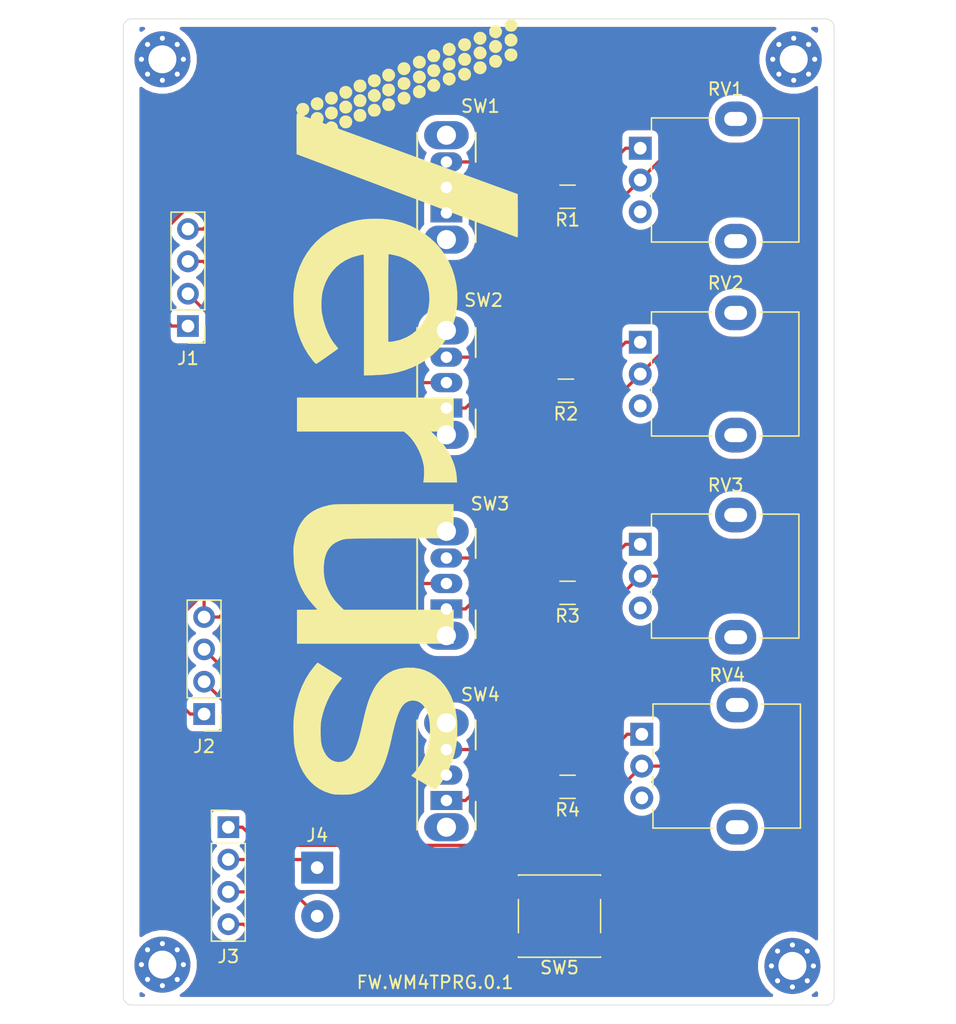
<source format=kicad_pcb>
(kicad_pcb (version 20171130) (host pcbnew "(5.1.5)-3")

  (general
    (thickness 1.6)
    (drawings 9)
    (tracks 97)
    (zones 0)
    (modules 22)
    (nets 25)
  )

  (page A4)
  (layers
    (0 F.Cu signal)
    (31 B.Cu signal)
    (32 B.Adhes user)
    (33 F.Adhes user)
    (34 B.Paste user)
    (35 F.Paste user)
    (36 B.SilkS user)
    (37 F.SilkS user)
    (38 B.Mask user)
    (39 F.Mask user)
    (40 Dwgs.User user)
    (41 Cmts.User user)
    (42 Eco1.User user)
    (43 Eco2.User user)
    (44 Edge.Cuts user)
    (45 Margin user)
    (46 B.CrtYd user)
    (47 F.CrtYd user)
    (48 B.Fab user)
    (49 F.Fab user)
  )

  (setup
    (last_trace_width 0.25)
    (trace_clearance 0.2)
    (zone_clearance 0.508)
    (zone_45_only no)
    (trace_min 0.2)
    (via_size 0.8)
    (via_drill 0.4)
    (via_min_size 0.4)
    (via_min_drill 0.3)
    (uvia_size 0.3)
    (uvia_drill 0.1)
    (uvias_allowed no)
    (uvia_min_size 0.2)
    (uvia_min_drill 0.1)
    (edge_width 0.05)
    (segment_width 0.2)
    (pcb_text_width 0.3)
    (pcb_text_size 1.5 1.5)
    (mod_edge_width 0.12)
    (mod_text_size 1 1)
    (mod_text_width 0.15)
    (pad_size 1.524 1.524)
    (pad_drill 0.762)
    (pad_to_mask_clearance 0.051)
    (solder_mask_min_width 0.25)
    (aux_axis_origin 0 0)
    (visible_elements 7FFFFFFF)
    (pcbplotparams
      (layerselection 0x010fc_ffffffff)
      (usegerberextensions false)
      (usegerberattributes false)
      (usegerberadvancedattributes false)
      (creategerberjobfile false)
      (excludeedgelayer true)
      (linewidth 0.100000)
      (plotframeref false)
      (viasonmask false)
      (mode 1)
      (useauxorigin false)
      (hpglpennumber 1)
      (hpglpenspeed 20)
      (hpglpendiameter 15.000000)
      (psnegative false)
      (psa4output false)
      (plotreference true)
      (plotvalue true)
      (plotinvisibletext false)
      (padsonsilk false)
      (subtractmaskfromsilk false)
      (outputformat 1)
      (mirror false)
      (drillshape 1)
      (scaleselection 1)
      (outputdirectory ""))
  )

  (net 0 "")
  (net 1 "Net-(J1-Pad4)")
  (net 2 "Net-(J1-Pad3)")
  (net 3 "Net-(J1-Pad2)")
  (net 4 "Net-(J1-Pad1)")
  (net 5 "Net-(J2-Pad1)")
  (net 6 "Net-(J2-Pad2)")
  (net 7 "Net-(J3-Pad2)")
  (net 8 "Net-(J3-Pad1)")
  (net 9 "Net-(R1-Pad2)")
  (net 10 "Net-(R2-Pad2)")
  (net 11 "Net-(R3-Pad2)")
  (net 12 "Net-(R4-Pad2)")
  (net 13 "Net-(RV1-Pad1)")
  (net 14 "Net-(RV2-Pad1)")
  (net 15 "Net-(RV3-Pad1)")
  (net 16 "Net-(RV4-Pad1)")
  (net 17 "Net-(RV1-Pad3)")
  (net 18 "Net-(RV2-Pad3)")
  (net 19 "Net-(RV3-Pad3)")
  (net 20 "Net-(RV4-Pad3)")
  (net 21 "Net-(J2-Pad3)")
  (net 22 "Net-(J2-Pad4)")
  (net 23 "Net-(J3-Pad3)")
  (net 24 "Net-(J3-Pad4)")

  (net_class Default "This is the default net class."
    (clearance 0.2)
    (trace_width 0.25)
    (via_dia 0.8)
    (via_drill 0.4)
    (uvia_dia 0.3)
    (uvia_drill 0.1)
    (add_net "Net-(J1-Pad1)")
    (add_net "Net-(J1-Pad2)")
    (add_net "Net-(J1-Pad3)")
    (add_net "Net-(J1-Pad4)")
    (add_net "Net-(J2-Pad1)")
    (add_net "Net-(J2-Pad2)")
    (add_net "Net-(J2-Pad3)")
    (add_net "Net-(J2-Pad4)")
    (add_net "Net-(J3-Pad1)")
    (add_net "Net-(J3-Pad2)")
    (add_net "Net-(J3-Pad3)")
    (add_net "Net-(J3-Pad4)")
    (add_net "Net-(R1-Pad2)")
    (add_net "Net-(R2-Pad2)")
    (add_net "Net-(R3-Pad2)")
    (add_net "Net-(R4-Pad2)")
    (add_net "Net-(RV1-Pad1)")
    (add_net "Net-(RV1-Pad3)")
    (add_net "Net-(RV2-Pad1)")
    (add_net "Net-(RV2-Pad3)")
    (add_net "Net-(RV3-Pad1)")
    (add_net "Net-(RV3-Pad3)")
    (add_net "Net-(RV4-Pad1)")
    (add_net "Net-(RV4-Pad3)")
  )

  (module LogoLibrary:HighResSilkScreen (layer F.Cu) (tedit 0) (tstamp 5E0E7E72)
    (at 125.73 72.39 270)
    (fp_text reference G*** (at 0 0 90) (layer F.SilkS) hide
      (effects (font (size 1.524 1.524) (thickness 0.3)))
    )
    (fp_text value LOGO (at 0.75 0 90) (layer F.SilkS) hide
      (effects (font (size 1.524 1.524) (thickness 0.3)))
    )
    (fp_poly (pts (xy -7.968831 -4.008827) (xy -7.486212 -3.953969) (xy -7.038041 -3.869124) (xy -7.000875 -3.860243)
      (xy -6.430352 -3.689817) (xy -5.89011 -3.46483) (xy -5.382169 -3.187584) (xy -4.908553 -2.860385)
      (xy -4.471282 -2.485536) (xy -4.072378 -2.065341) (xy -3.713862 -1.602104) (xy -3.397757 -1.098128)
      (xy -3.126083 -0.555717) (xy -2.900863 0.022824) (xy -2.724117 0.635192) (xy -2.622032 1.130041)
      (xy -2.584165 1.367426) (xy -2.554042 1.599234) (xy -2.53036 1.840238) (xy -2.511817 2.105209)
      (xy -2.497113 2.408918) (xy -2.488704 2.643187) (xy -2.467542 3.302) (xy -7.218646 3.302)
      (xy -7.918074 3.30215) (xy -8.555623 3.302611) (xy -9.132915 3.303393) (xy -9.65157 3.304508)
      (xy -10.11321 3.305969) (xy -10.519456 3.307786) (xy -10.871928 3.309972) (xy -11.172248 3.312539)
      (xy -11.422037 3.315499) (xy -11.622915 3.318863) (xy -11.776504 3.322643) (xy -11.884424 3.326851)
      (xy -11.948297 3.331499) (xy -11.969743 3.336598) (xy -11.96975 3.3367) (xy -11.960316 3.426001)
      (xy -11.934663 3.56006) (xy -11.896763 3.723431) (xy -11.850591 3.900668) (xy -11.800119 4.076325)
      (xy -11.749321 4.234957) (xy -11.713237 4.333875) (xy -11.508803 4.769736) (xy -11.255746 5.165729)
      (xy -10.956278 5.520043) (xy -10.612609 5.830864) (xy -10.226949 6.096383) (xy -9.801509 6.314786)
      (xy -9.338501 6.484262) (xy -8.977317 6.576198) (xy -8.775554 6.608596) (xy -8.53088 6.632035)
      (xy -8.261494 6.646155) (xy -7.985592 6.650598) (xy -7.721373 6.645004) (xy -7.487033 6.629013)
      (xy -7.33425 6.608661) (xy -6.812166 6.494988) (xy -6.315472 6.344419) (xy -5.851253 6.160074)
      (xy -5.426589 5.945071) (xy -5.048563 5.702528) (xy -4.77371 5.481112) (xy -4.688428 5.407812)
      (xy -4.62027 5.355576) (xy -4.583644 5.335421) (xy -4.58321 5.335426) (xy -4.560244 5.360716)
      (xy -4.506694 5.430978) (xy -4.427781 5.538743) (xy -4.328724 5.676537) (xy -4.214743 5.836891)
      (xy -4.091056 6.012332) (xy -3.962885 6.195389) (xy -3.835447 6.37859) (xy -3.713963 6.554465)
      (xy -3.603652 6.715541) (xy -3.509734 6.854348) (xy -3.437429 6.963414) (xy -3.391955 7.035268)
      (xy -3.378952 7.05924) (xy -3.395742 7.099621) (xy -3.461507 7.171841) (xy -3.572604 7.272193)
      (xy -3.657498 7.342736) (xy -4.148963 7.70431) (xy -4.671148 8.015723) (xy -5.227128 8.27826)
      (xy -5.81998 8.493205) (xy -6.45278 8.661843) (xy -7.103781 8.781817) (xy -7.263178 8.799972)
      (xy -7.470737 8.815538) (xy -7.712884 8.828232) (xy -7.976049 8.837766) (xy -8.246659 8.843854)
      (xy -8.511143 8.84621) (xy -8.755928 8.844549) (xy -8.967443 8.838584) (xy -9.132117 8.828029)
      (xy -9.159875 8.825157) (xy -9.807601 8.722613) (xy -10.425845 8.566123) (xy -11.012412 8.357565)
      (xy -11.565102 8.098814) (xy -12.081719 7.791748) (xy -12.560065 7.438243) (xy -12.997943 7.040176)
      (xy -13.393154 6.599423) (xy -13.743503 6.117861) (xy -14.04679 5.597367) (xy -14.300819 5.039816)
      (xy -14.503391 4.447087) (xy -14.567952 4.206875) (xy -14.650549 3.842302) (xy -14.71016 3.496783)
      (xy -14.749301 3.149032) (xy -14.770489 2.777761) (xy -14.77622 2.44475) (xy -14.77334 2.11157)
      (xy -14.761093 1.821525) (xy -14.737468 1.554674) (xy -14.711983 1.373187) (xy -12.001399 1.373187)
      (xy -11.970343 1.37638) (xy -11.879868 1.379447) (xy -11.734054 1.38236) (xy -11.536982 1.385091)
      (xy -11.292733 1.387612) (xy -11.005387 1.389894) (xy -10.679025 1.39191) (xy -10.317728 1.39363)
      (xy -9.925576 1.395027) (xy -9.50665 1.396073) (xy -9.065031 1.396739) (xy -8.604799 1.396997)
      (xy -8.556625 1.397) (xy -5.11175 1.397) (xy -5.11175 1.273507) (xy -5.121752 1.136311)
      (xy -5.149145 0.958553) (xy -5.190015 0.759488) (xy -5.240444 0.558372) (xy -5.291656 0.388868)
      (xy -5.465221 -0.036613) (xy -5.686791 -0.422142) (xy -5.953476 -0.765744) (xy -6.262386 -1.065442)
      (xy -6.610633 -1.319258) (xy -6.995325 -1.525216) (xy -7.413574 -1.681339) (xy -7.86249 -1.785651)
      (xy -8.339183 -1.836174) (xy -8.550985 -1.840872) (xy -8.980272 -1.814991) (xy -9.404316 -1.74154)
      (xy -9.81099 -1.624039) (xy -10.188166 -1.466004) (xy -10.523718 -1.270956) (xy -10.529794 -1.266788)
      (xy -10.840129 -1.017641) (xy -11.126684 -0.716762) (xy -11.382598 -0.373623) (xy -11.601014 0.002304)
      (xy -11.775072 0.401547) (xy -11.809868 0.500935) (xy -11.847123 0.625108) (xy -11.887052 0.778338)
      (xy -11.925982 0.943891) (xy -11.960238 1.105037) (xy -11.986147 1.245043) (xy -12.000034 1.347177)
      (xy -12.001399 1.373187) (xy -14.711983 1.373187) (xy -14.700452 1.29108) (xy -14.648032 1.010804)
      (xy -14.616677 0.863891) (xy -14.451099 0.251219) (xy -14.232293 -0.331397) (xy -13.963034 -0.881371)
      (xy -13.646096 -1.396115) (xy -13.284254 -1.873039) (xy -12.880282 -2.309557) (xy -12.436955 -2.703081)
      (xy -11.957048 -3.051022) (xy -11.443334 -3.350792) (xy -10.898589 -3.599804) (xy -10.325587 -3.79547)
      (xy -9.727103 -3.935201) (xy -9.420187 -3.98315) (xy -8.956139 -4.024449) (xy -8.465581 -4.032664)
      (xy -7.968831 -4.008827)) (layer F.SilkS) (width 0.01))
    (fp_poly (pts (xy 10.32764 0.436218) (xy 10.329151 1.046049) (xy 10.330504 1.595833) (xy 10.331839 2.089019)
      (xy 10.333294 2.529061) (xy 10.33501 2.919409) (xy 10.337126 3.263515) (xy 10.339783 3.56483)
      (xy 10.34312 3.826805) (xy 10.347277 4.052892) (xy 10.352393 4.246543) (xy 10.358609 4.411208)
      (xy 10.366064 4.550339) (xy 10.374897 4.667388) (xy 10.38525 4.765806) (xy 10.397261 4.849044)
      (xy 10.411069 4.920553) (xy 10.426816 4.983786) (xy 10.444641 5.042193) (xy 10.464683 5.099227)
      (xy 10.487082 5.158337) (xy 10.511979 5.222976) (xy 10.522616 5.251016) (xy 10.66589 5.553617)
      (xy 10.851816 5.812032) (xy 11.081428 6.026884) (xy 11.355757 6.198796) (xy 11.675838 6.32839)
      (xy 12.042703 6.416288) (xy 12.457386 6.463113) (xy 12.54125 6.467401) (xy 13.000216 6.465889)
      (xy 13.425115 6.419242) (xy 13.828962 6.324931) (xy 14.224774 6.180429) (xy 14.378568 6.1105)
      (xy 14.714167 5.935146) (xy 15.01047 5.74599) (xy 15.288236 5.528251) (xy 15.568225 5.267144)
      (xy 15.581312 5.254035) (xy 15.9385 4.895259) (xy 15.9385 -3.7465) (xy 18.6055 -3.7465)
      (xy 18.6055 8.5725) (xy 15.9385 8.5725) (xy 15.93401 7.834312) (xy 15.932862 7.620088)
      (xy 15.932104 7.423828) (xy 15.93175 7.25556) (xy 15.931815 7.125316) (xy 15.932316 7.043125)
      (xy 15.932772 7.022256) (xy 15.92745 6.99733) (xy 15.903853 6.999404) (xy 15.85541 7.033041)
      (xy 15.775549 7.102803) (xy 15.657826 7.21313) (xy 15.18737 7.619452) (xy 14.689219 7.968967)
      (xy 14.161995 8.262374) (xy 13.60432 8.500374) (xy 13.014817 8.683666) (xy 12.56836 8.782439)
      (xy 12.45541 8.797639) (xy 12.293153 8.811757) (xy 12.09539 8.824318) (xy 11.875921 8.83485)
      (xy 11.648549 8.842878) (xy 11.427073 8.847929) (xy 11.225295 8.849528) (xy 11.057015 8.847202)
      (xy 10.936035 8.840478) (xy 10.922 8.838963) (xy 10.394919 8.753404) (xy 9.916729 8.627647)
      (xy 9.486403 8.460747) (xy 9.102914 8.251756) (xy 8.765236 7.999728) (xy 8.472342 7.703715)
      (xy 8.223206 7.362771) (xy 8.016802 6.97595) (xy 7.852103 6.542303) (xy 7.728082 6.060885)
      (xy 7.690163 5.857875) (xy 7.682782 5.809881) (xy 7.676104 5.755637) (xy 7.670095 5.691924)
      (xy 7.664719 5.615522) (xy 7.659941 5.523212) (xy 7.655726 5.411775) (xy 7.65204 5.27799)
      (xy 7.648847 5.118639) (xy 7.646112 4.930502) (xy 7.6438 4.71036) (xy 7.641876 4.454994)
      (xy 7.640305 4.161183) (xy 7.639052 3.825709) (xy 7.638081 3.445352) (xy 7.637359 3.016893)
      (xy 7.63685 2.537112) (xy 7.636518 2.00279) (xy 7.636329 1.410707) (xy 7.636258 0.904875)
      (xy 7.635875 -3.730625) (xy 8.976414 -3.738907) (xy 10.316954 -3.747188) (xy 10.32764 0.436218)) (layer F.SilkS) (width 0.01))
    (fp_poly (pts (xy 25.357437 -4.028217) (xy 25.674048 -4.02037) (xy 25.985008 -4.005282) (xy 26.273705 -3.983455)
      (xy 26.523526 -3.955392) (xy 26.622375 -3.940262) (xy 27.273704 -3.802442) (xy 27.885819 -3.617151)
      (xy 28.464107 -3.382115) (xy 29.013959 -3.095057) (xy 29.540762 -2.753704) (xy 29.686636 -2.646759)
      (xy 29.801787 -2.5628) (xy 29.895268 -2.495508) (xy 29.966302 -2.438016) (xy 30.01411 -2.383455)
      (xy 30.037914 -2.324959) (xy 30.036937 -2.255659) (xy 30.010399 -2.168688) (xy 29.957524 -2.057177)
      (xy 29.877533 -1.914259) (xy 29.769648 -1.733066) (xy 29.633091 -1.506731) (xy 29.539852 -1.351072)
      (xy 28.978017 -0.408237) (xy 28.768571 -0.614082) (xy 28.436 -0.900691) (xy 28.051515 -1.159706)
      (xy 27.622232 -1.386936) (xy 27.155266 -1.578189) (xy 27.097015 -1.59853) (xy 26.684954 -1.720109)
      (xy 26.26111 -1.808338) (xy 25.833747 -1.863463) (xy 25.411127 -1.885727) (xy 25.001514 -1.875375)
      (xy 24.613169 -1.832653) (xy 24.254355 -1.757804) (xy 23.933336 -1.651075) (xy 23.658375 -1.512709)
      (xy 23.631769 -1.495874) (xy 23.411655 -1.322161) (xy 23.243317 -1.122316) (xy 23.129378 -0.902168)
      (xy 23.072461 -0.667552) (xy 23.075189 -0.424296) (xy 23.097841 -0.30856) (xy 23.151371 -0.148193)
      (xy 23.228714 -0.000858) (xy 23.333517 0.135246) (xy 23.469424 0.261923) (xy 23.640084 0.380975)
      (xy 23.849141 0.494206) (xy 24.100242 0.603418) (xy 24.397032 0.710413) (xy 24.743159 0.816995)
      (xy 25.142268 0.924967) (xy 25.598005 1.036131) (xy 26.00325 1.128006) (xy 26.509583 1.244654)
      (xy 26.959452 1.359096) (xy 27.359746 1.473451) (xy 27.717352 1.589839) (xy 28.03916 1.71038)
      (xy 28.332057 1.837193) (xy 28.377284 1.858486) (xy 28.824208 2.095835) (xy 29.213262 2.355679)
      (xy 29.54693 2.640784) (xy 29.827697 2.953911) (xy 30.058049 3.297825) (xy 30.240471 3.675289)
      (xy 30.374992 4.079875) (xy 30.404971 4.196012) (xy 30.426996 4.297369) (xy 30.442282 4.397276)
      (xy 30.452044 4.509064) (xy 30.457496 4.646063) (xy 30.459854 4.821605) (xy 30.460333 5.0165)
      (xy 30.459793 5.235516) (xy 30.457281 5.404245) (xy 30.45157 5.535894) (xy 30.441435 5.64367)
      (xy 30.425649 5.740781) (xy 30.402986 5.840435) (xy 30.373594 5.950854) (xy 30.219702 6.394725)
      (xy 30.01233 6.805374) (xy 29.752649 7.181921) (xy 29.441825 7.523483) (xy 29.08103 7.829179)
      (xy 28.67143 8.098127) (xy 28.214196 8.329445) (xy 27.710496 8.522252) (xy 27.161499 8.675665)
      (xy 26.622375 8.780477) (xy 26.47836 8.797553) (xy 26.283674 8.812521) (xy 26.05112 8.8251)
      (xy 25.7935 8.835011) (xy 25.523618 8.841972) (xy 25.254275 8.845705) (xy 24.998274 8.845929)
      (xy 24.768419 8.842365) (xy 24.577511 8.834731) (xy 24.47925 8.827346) (xy 23.798492 8.734663)
      (xy 23.141704 8.592366) (xy 22.513086 8.40217) (xy 21.91684 8.165792) (xy 21.357166 7.884947)
      (xy 20.838268 7.56135) (xy 20.364346 7.196718) (xy 20.258112 7.103604) (xy 20.090873 6.953242)
      (xy 20.686533 6.008683) (xy 20.825861 5.788028) (xy 20.954918 5.584181) (xy 21.069691 5.403438)
      (xy 21.166168 5.252095) (xy 21.240336 5.13645) (xy 21.288182 5.062799) (xy 21.305257 5.037801)
      (xy 21.336811 5.046521) (xy 21.403401 5.091101) (xy 21.494065 5.163623) (xy 21.562348 5.223477)
      (xy 21.899975 5.497518) (xy 22.289043 5.757809) (xy 22.718024 5.998808) (xy 23.175392 6.214971)
      (xy 23.64962 6.400755) (xy 24.129182 6.550619) (xy 24.511 6.641342) (xy 24.648122 6.667388)
      (xy 24.773664 6.686545) (xy 24.901499 6.699787) (xy 25.045499 6.708085) (xy 25.219538 6.712411)
      (xy 25.43749 6.713737) (xy 25.542875 6.713639) (xy 25.859817 6.709195) (xy 26.125926 6.695917)
      (xy 26.353526 6.671568) (xy 26.55494 6.633913) (xy 26.742493 6.580716) (xy 26.928506 6.50974)
      (xy 27.100086 6.431105) (xy 27.363673 6.273924) (xy 27.577793 6.085276) (xy 27.739919 5.869951)
      (xy 27.847528 5.632736) (xy 27.898097 5.378421) (xy 27.8891 5.111794) (xy 27.863415 4.982945)
      (xy 27.79802 4.79032) (xy 27.701137 4.613483) (xy 27.569364 4.450547) (xy 27.3993 4.299625)
      (xy 27.187542 4.15883) (xy 26.930689 4.026273) (xy 26.62534 3.900069) (xy 26.268092 3.778329)
      (xy 25.855543 3.659166) (xy 25.384293 3.540692) (xy 25.17775 3.492882) (xy 24.732702 3.390759)
      (xy 24.343336 3.298357) (xy 24.002924 3.213673) (xy 23.704739 3.134704) (xy 23.442053 3.059447)
      (xy 23.20814 2.9859) (xy 22.996273 2.91206) (xy 22.799723 2.835924) (xy 22.611764 2.755491)
      (xy 22.452136 2.681485) (xy 22.145698 2.524872) (xy 21.884093 2.36753) (xy 21.649643 2.197562)
      (xy 21.424672 2.003067) (xy 21.376339 1.957381) (xy 21.10148 1.657727) (xy 20.879732 1.334508)
      (xy 20.709017 0.982845) (xy 20.587259 0.597857) (xy 20.512379 0.174664) (xy 20.487482 -0.131019)
      (xy 20.495415 -0.598312) (xy 20.564218 -1.048585) (xy 20.693006 -1.479599) (xy 20.880894 -1.889116)
      (xy 21.126996 -2.274897) (xy 21.430428 -2.634706) (xy 21.509323 -2.714625) (xy 21.881003 -3.036159)
      (xy 22.298348 -3.314991) (xy 22.759211 -3.550209) (xy 23.261445 -3.7409) (xy 23.802903 -3.886151)
      (xy 24.381439 -3.985049) (xy 24.539827 -4.003282) (xy 24.773714 -4.020176) (xy 25.051788 -4.02832)
      (xy 25.357437 -4.028217)) (layer F.SilkS) (width 0.01))
    (fp_poly (pts (xy -13.845151 -8.789976) (xy -13.677169 -8.788595) (xy -13.548174 -8.786097) (xy -13.453264 -8.782342)
      (xy -13.387538 -8.777192) (xy -13.346091 -8.770509) (xy -13.324023 -8.762155) (xy -13.316431 -8.751991)
      (xy -13.318413 -8.739878) (xy -13.318576 -8.739466) (xy -13.333404 -8.700717) (xy -13.368679 -8.607686)
      (xy -13.42246 -8.465515) (xy -13.492806 -8.279343) (xy -13.577777 -8.054311) (xy -13.675431 -7.79556)
      (xy -13.783828 -7.50823) (xy -13.901027 -7.197462) (xy -14.025087 -6.868397) (xy -14.064908 -6.76275)
      (xy -14.381306 -5.923334) (xy -14.690014 -5.104387) (xy -14.98849 -4.312649) (xy -15.274195 -3.554859)
      (xy -15.544586 -2.837758) (xy -15.797123 -2.168084) (xy -15.980167 -1.68275) (xy -16.035346 -1.536381)
      (xy -16.11046 -1.337022) (xy -16.203082 -1.091117) (xy -16.310786 -0.805111) (xy -16.431146 -0.485447)
      (xy -16.561736 -0.138568) (xy -16.70013 0.229081) (xy -16.843903 0.611057) (xy -16.990627 1.000916)
      (xy -17.137878 1.392215) (xy -17.139678 1.397) (xy -17.309402 1.847958) (xy -17.495642 2.342644)
      (xy -17.693651 2.868457) (xy -17.89868 3.412791) (xy -18.10598 3.963044) (xy -18.310803 4.506612)
      (xy -18.508402 5.030892) (xy -18.694028 5.523281) (xy -18.862933 5.971175) (xy -18.892052 6.048375)
      (xy -19.030362 6.415148) (xy -19.163041 6.7672) (xy -19.288248 7.099635) (xy -19.404143 7.407557)
      (xy -19.508885 7.686067) (xy -19.600634 7.930271) (xy -19.677549 8.13527) (xy -19.737789 8.296168)
      (xy -19.779515 8.408069) (xy -19.800884 8.466075) (xy -19.802039 8.469312) (xy -19.84972 8.60425)
      (xy -20.426173 8.605116) (xy -20.897028 8.605884) (xy -21.308346 8.606608) (xy -21.664089 8.607176)
      (xy -21.968219 8.607478) (xy -22.224698 8.607405) (xy -22.437489 8.606846) (xy -22.610554 8.605691)
      (xy -22.747855 8.60383) (xy -22.853354 8.601153) (xy -22.931015 8.597549) (xy -22.984799 8.592908)
      (xy -23.018668 8.587121) (xy -23.036585 8.580076) (xy -23.042513 8.571664) (xy -23.040413 8.561775)
      (xy -23.034248 8.550299) (xy -23.02798 8.537125) (xy -23.026669 8.532812) (xy -23.017589 8.483882)
      (xy -23.036235 8.486399) (xy -23.069329 8.513781) (xy -23.129931 8.549573) (xy -23.221855 8.588278)
      (xy -23.317736 8.619906) (xy -23.390208 8.634465) (xy -23.39975 8.634429) (xy -23.437023 8.623937)
      (xy -23.510524 8.599264) (xy -23.53679 8.59) (xy -23.698151 8.50596) (xy -23.807065 8.386592)
      (xy -23.86499 8.229799) (xy -23.876 8.102521) (xy -23.849787 7.934755) (xy -23.778248 7.799162)
      (xy -23.672038 7.697938) (xy -23.541813 7.633279) (xy -23.398224 7.607382) (xy -23.251928 7.622444)
      (xy -23.113578 7.68066) (xy -22.993828 7.784226) (xy -22.916861 7.904797) (xy -22.843327 8.059513)
      (xy -22.644095 7.500101) (xy -22.765679 7.480659) (xy -22.899952 7.430013) (xy -23.020844 7.332131)
      (xy -23.111447 7.203179) (xy -23.143822 7.119161) (xy -23.159663 6.945635) (xy -23.119137 6.775981)
      (xy -23.051256 6.659797) (xy -22.940825 6.563541) (xy -22.799207 6.501727) (xy -22.646712 6.478901)
      (xy -22.503645 6.499607) (xy -22.44725 6.524625) (xy -22.369894 6.561767) (xy -22.32024 6.557887)
      (xy -22.282535 6.505447) (xy -22.253395 6.43187) (xy -22.202914 6.29149) (xy -22.295516 6.198888)
      (xy -22.387944 6.066906) (xy -22.427551 5.919494) (xy -22.418938 5.768339) (xy -22.366702 5.625129)
      (xy -22.275442 5.50155) (xy -22.149757 5.409291) (xy -21.994244 5.360038) (xy -21.964146 5.356699)
      (xy -21.919776 5.350986) (xy -21.885683 5.335483) (xy -21.855448 5.300076) (xy -21.822655 5.23465)
      (xy -21.780882 5.129091) (xy -21.727588 4.983941) (xy -21.699044 4.905529) (xy -21.650323 4.771782)
      (xy -21.582999 4.587019) (xy -21.498647 4.355564) (xy -21.398842 4.081738) (xy -21.285161 3.769863)
      (xy -21.159178 3.42426) (xy -21.022469 3.04925) (xy -20.876609 2.649156) (xy -20.723173 2.228299)
      (xy -20.563737 1.791001) (xy -20.399876 1.341583) (xy -20.367987 1.254125) (xy -20.089497 0.490318)
      (xy -19.830852 -0.219105) (xy -19.59013 -0.879417) (xy -19.365413 -1.495887) (xy -19.154779 -2.073788)
      (xy -18.956309 -2.618389) (xy -18.768082 -3.134961) (xy -18.588178 -3.628776) (xy -18.414676 -4.105104)
      (xy -18.245657 -4.569216) (xy -18.0792 -5.026383) (xy -17.913386 -5.481876) (xy -17.746293 -5.940966)
      (xy -17.576001 -6.408923) (xy -17.400591 -6.891018) (xy -17.383725 -6.937375) (xy -16.713749 -8.778875)
      (xy -15.004996 -8.787091) (xy -14.632043 -8.788796) (xy -14.317685 -8.789938) (xy -14.057022 -8.790378)
      (xy -13.845151 -8.789976)) (layer F.SilkS) (width 0.01))
    (fp_poly (pts (xy 5.93725 -1.358043) (xy 5.834062 -1.376887) (xy 5.697038 -1.394778) (xy 5.517598 -1.408173)
      (xy 5.31438 -1.416697) (xy 5.106022 -1.419976) (xy 4.911161 -1.417638) (xy 4.748436 -1.409309)
      (xy 4.66725 -1.40028) (xy 4.271807 -1.317075) (xy 3.871613 -1.190941) (xy 3.477467 -1.027619)
      (xy 3.10017 -0.832848) (xy 2.750521 -0.612369) (xy 2.439321 -0.371922) (xy 2.17737 -0.117248)
      (xy 2.113195 -0.042808) (xy 1.93675 0.171105) (xy 1.93675 8.5725) (xy -0.73025 8.5725)
      (xy -0.73025 -3.7465) (xy 1.93675 -3.7465) (xy 1.93675 -1.968897) (xy 2.293937 -2.337997)
      (xy 2.4405 -2.485003) (xy 2.597246 -2.634775) (xy 2.748171 -2.772473) (xy 2.877271 -2.88326)
      (xy 2.912275 -2.91132) (xy 3.334428 -3.21048) (xy 3.778046 -3.466621) (xy 4.234643 -3.67631)
      (xy 4.695734 -3.836109) (xy 5.152835 -3.942585) (xy 5.580062 -3.991447) (xy 5.93725 -4.009937)
      (xy 5.93725 -1.358043)) (layer F.SilkS) (width 0.01))
    (fp_poly (pts (xy -23.654888 6.508704) (xy -23.531249 6.563016) (xy -23.421603 6.666049) (xy -23.385837 6.711477)
      (xy -23.33684 6.820682) (xy -23.317328 6.960323) (xy -23.327258 7.10462) (xy -23.366585 7.227793)
      (xy -23.386795 7.260484) (xy -23.518031 7.392077) (xy -23.671524 7.470545) (xy -23.836615 7.493334)
      (xy -24.002644 7.457888) (xy -24.070992 7.424499) (xy -24.194278 7.320547) (xy -24.277873 7.183615)
      (xy -24.317738 7.029433) (xy -24.309835 6.873734) (xy -24.250128 6.73225) (xy -24.249063 6.730677)
      (xy -24.142899 6.602458) (xy -24.02757 6.527363) (xy -23.885144 6.495625) (xy -23.8125 6.492875)
      (xy -23.654888 6.508704)) (layer F.SilkS) (width 0.01))
    (fp_poly (pts (xy -24.030716 5.40594) (xy -23.896652 5.496409) (xy -23.820546 5.586474) (xy -23.767334 5.699436)
      (xy -23.749168 5.839488) (xy -23.749 5.857875) (xy -23.77625 6.03148) (xy -23.851157 6.17607)
      (xy -23.963458 6.285274) (xy -24.102889 6.352721) (xy -24.259187 6.37204) (xy -24.422087 6.336861)
      (xy -24.478471 6.310651) (xy -24.618184 6.203835) (xy -24.712496 6.063487) (xy -24.754542 5.902586)
      (xy -24.750962 5.795554) (xy -24.698823 5.632623) (xy -24.604087 5.505421) (xy -24.478331 5.41655)
      (xy -24.333133 5.368612) (xy -24.180069 5.364208) (xy -24.030716 5.40594)) (layer F.SilkS) (width 0.01))
    (fp_poly (pts (xy -22.918551 5.389956) (xy -22.772166 5.463693) (xy -22.661149 5.588634) (xy -22.652543 5.602858)
      (xy -22.588478 5.767167) (xy -22.580985 5.931436) (xy -22.624709 6.084567) (xy -22.714295 6.215463)
      (xy -22.844388 6.313026) (xy -23.009635 6.366158) (xy -23.021636 6.367832) (xy -23.136753 6.370731)
      (xy -23.243383 6.340725) (xy -23.302642 6.312354) (xy -23.445945 6.215316) (xy -23.53511 6.096505)
      (xy -23.578803 5.943532) (xy -23.582419 5.912333) (xy -23.572164 5.733764) (xy -23.510036 5.581402)
      (xy -23.403435 5.463692) (xy -23.259761 5.389078) (xy -23.103491 5.36575) (xy -22.918551 5.389956)) (layer F.SilkS) (width 0.01))
    (fp_poly (pts (xy -22.211833 4.263002) (xy -22.169768 4.282032) (xy -22.023632 4.382907) (xy -21.933207 4.511329)
      (xy -21.894052 4.674551) (xy -21.891625 4.736359) (xy -21.901132 4.871195) (xy -21.933276 4.967156)
      (xy -21.957087 5.004272) (xy -22.09273 5.143285) (xy -22.246413 5.223705) (xy -22.413889 5.24371)
      (xy -22.490241 5.233036) (xy -22.659503 5.167996) (xy -22.785529 5.058126) (xy -22.864288 4.908552)
      (xy -22.891749 4.724398) (xy -22.89175 4.722709) (xy -22.863254 4.559548) (xy -22.785451 4.421618)
      (xy -22.669875 4.31596) (xy -22.528059 4.249612) (xy -22.371534 4.229613) (xy -22.211833 4.263002)) (layer F.SilkS) (width 0.01))
    (fp_poly (pts (xy -24.55053 4.260711) (xy -24.417237 4.333942) (xy -24.307407 4.440793) (xy -24.231867 4.574588)
      (xy -24.20144 4.728652) (xy -24.203834 4.789939) (xy -24.24927 4.951085) (xy -24.341208 5.082297)
      (xy -24.467543 5.17794) (xy -24.616167 5.232378) (xy -24.774976 5.239973) (xy -24.931863 5.195092)
      (xy -24.995411 5.158464) (xy -25.119283 5.040145) (xy -25.192072 4.896289) (xy -25.213953 4.738838)
      (xy -25.185102 4.579737) (xy -25.105694 4.430928) (xy -24.98294 4.30949) (xy -24.844207 4.241809)
      (xy -24.696462 4.227775) (xy -24.55053 4.260711)) (layer F.SilkS) (width 0.01))
    (fp_poly (pts (xy -23.499311 4.233083) (xy -23.338982 4.277256) (xy -23.211059 4.365471) (xy -23.118231 4.486159)
      (xy -23.063183 4.627753) (xy -23.048604 4.778683) (xy -23.077182 4.927381) (xy -23.151603 5.062278)
      (xy -23.274555 5.171806) (xy -23.280398 5.175421) (xy -23.418349 5.227689) (xy -23.575921 5.238987)
      (xy -23.727304 5.209709) (xy -23.812823 5.167312) (xy -23.9503 5.046395) (xy -24.030662 4.906448)
      (xy -24.056167 4.789939) (xy -24.044165 4.623577) (xy -23.979429 4.474078) (xy -23.872399 4.351882)
      (xy -23.733516 4.26743) (xy -23.573219 4.231162) (xy -23.499311 4.233083)) (layer F.SilkS) (width 0.01))
    (fp_poly (pts (xy -25.042113 3.13358) (xy -24.962754 3.177172) (xy -24.95842 3.180127) (xy -24.829837 3.286238)
      (xy -24.753954 3.399421) (xy -24.720913 3.537646) (xy -24.717375 3.6195) (xy -24.733961 3.779869)
      (xy -24.790486 3.905358) (xy -24.897107 4.016055) (xy -24.931285 4.042659) (xy -25.037967 4.091885)
      (xy -25.175413 4.115772) (xy -25.315159 4.111876) (xy -25.415875 4.084256) (xy -25.566691 3.983875)
      (xy -25.665138 3.84811) (xy -25.709874 3.67884) (xy -25.710461 3.672208) (xy -25.701045 3.481716)
      (xy -25.640492 3.327191) (xy -25.531904 3.21231) (xy -25.378382 3.140752) (xy -25.243327 3.118229)
      (xy -25.126062 3.116012) (xy -25.042113 3.13358)) (layer F.SilkS) (width 0.01))
    (fp_poly (pts (xy -23.885162 3.14141) (xy -23.731589 3.225764) (xy -23.627157 3.336976) (xy -23.583858 3.412364)
      (xy -23.564178 3.490481) (xy -23.56264 3.597563) (xy -23.564705 3.636144) (xy -23.591119 3.803917)
      (xy -23.652298 3.927872) (xy -23.757025 4.022135) (xy -23.830462 4.063538) (xy -23.999618 4.118981)
      (xy -24.162451 4.112193) (xy -24.304625 4.055409) (xy -24.437426 3.950493) (xy -24.521106 3.82018)
      (xy -24.558511 3.675436) (xy -24.552488 3.52723) (xy -24.505885 3.386529) (xy -24.421546 3.2643)
      (xy -24.30232 3.171511) (xy -24.151051 3.119129) (xy -24.059644 3.1115) (xy -23.885162 3.14141)) (layer F.SilkS) (width 0.01))
    (fp_poly (pts (xy -22.7415 3.133367) (xy -22.637428 3.182937) (xy -22.509209 3.289101) (xy -22.434114 3.40443)
      (xy -22.402376 3.546856) (xy -22.399625 3.6195) (xy -22.416211 3.779869) (xy -22.472736 3.905358)
      (xy -22.579357 4.016055) (xy -22.613535 4.042659) (xy -22.720051 4.091779) (xy -22.857598 4.115691)
      (xy -22.997929 4.111957) (xy -23.0997 4.084598) (xy -23.202535 4.016116) (xy -23.299251 3.916094)
      (xy -23.369261 3.807868) (xy -23.387801 3.758038) (xy -23.398864 3.636752) (xy -23.383439 3.499701)
      (xy -23.346448 3.376961) (xy -23.316763 3.323792) (xy -23.199739 3.21183) (xy -23.053695 3.140459)
      (xy -22.89537 3.113148) (xy -22.7415 3.133367)) (layer F.SilkS) (width 0.01))
    (fp_poly (pts (xy -25.406603 2.035377) (xy -25.277682 2.122708) (xy -25.186228 2.240144) (xy -25.126667 2.400625)
      (xy -25.122687 2.558697) (xy -25.166718 2.705327) (xy -25.251188 2.83148) (xy -25.368526 2.928124)
      (xy -25.511159 2.986225) (xy -25.671517 2.99675) (xy -25.796875 2.968691) (xy -25.946766 2.884866)
      (xy -26.054898 2.75892) (xy -26.115681 2.600927) (xy -26.123525 2.420959) (xy -26.119071 2.388157)
      (xy -26.066362 2.234309) (xy -25.971567 2.115995) (xy -25.846441 2.035079) (xy -25.702735 1.993428)
      (xy -25.552205 1.992906) (xy -25.406603 2.035377)) (layer F.SilkS) (width 0.01))
    (fp_poly (pts (xy -24.330227 1.999303) (xy -24.175757 2.076306) (xy -24.107633 2.133542) (xy -24.005022 2.269912)
      (xy -23.957304 2.417201) (xy -23.959238 2.565934) (xy -24.005583 2.706635) (xy -24.091096 2.829827)
      (xy -24.210536 2.926035) (xy -24.358661 2.985782) (xy -24.53023 2.999593) (xy -24.583417 2.993684)
      (xy -24.657313 2.964111) (xy -24.747282 2.903888) (xy -24.794431 2.863234) (xy -24.909455 2.716558)
      (xy -24.964319 2.55838) (xy -24.958997 2.396983) (xy -24.893462 2.240651) (xy -24.796759 2.123933)
      (xy -24.650357 2.022982) (xy -24.491636 1.981484) (xy -24.330227 1.999303)) (layer F.SilkS) (width 0.01))
    (fp_poly (pts (xy -23.139229 2.009689) (xy -23.051332 2.049706) (xy -22.926492 2.142306) (xy -22.851133 2.252062)
      (xy -22.816815 2.394614) (xy -22.812375 2.492375) (xy -22.818616 2.624685) (xy -22.840704 2.716438)
      (xy -22.879194 2.783734) (xy -23.003455 2.902611) (xy -23.157312 2.976721) (xy -23.323359 2.999473)
      (xy -23.41629 2.987057) (xy -23.574208 2.918657) (xy -23.699697 2.804957) (xy -23.782535 2.658719)
      (xy -23.8125 2.492706) (xy -23.8125 2.492375) (xy -23.784134 2.329714) (xy -23.706766 2.190947)
      (xy -23.591995 2.082816) (xy -23.451416 2.012066) (xy -23.296629 1.985442) (xy -23.139229 2.009689)) (layer F.SilkS) (width 0.01))
    (fp_poly (pts (xy -25.989826 0.866344) (xy -25.852415 0.910312) (xy -25.731943 0.989886) (xy -25.636805 1.098647)
      (xy -25.575395 1.230178) (xy -25.556109 1.378059) (xy -25.587343 1.535873) (xy -25.625993 1.619121)
      (xy -25.732166 1.74749) (xy -25.873868 1.832527) (xy -26.036127 1.869398) (xy -26.203972 1.85327)
      (xy -26.2747 1.82859) (xy -26.414792 1.736453) (xy -26.51131 1.609081) (xy -26.561938 1.459505)
      (xy -26.564361 1.300762) (xy -26.516261 1.145884) (xy -26.419736 1.012264) (xy -26.281881 0.910902)
      (xy -26.135779 0.864401) (xy -25.989826 0.866344)) (layer F.SilkS) (width 0.01))
    (fp_poly (pts (xy -24.655284 0.915257) (xy -24.610561 0.942929) (xy -24.508004 1.050232) (xy -24.43208 1.192123)
      (xy -24.3943 1.343226) (xy -24.393903 1.420609) (xy -24.437095 1.568442) (xy -24.525688 1.706417)
      (xy -24.643338 1.81054) (xy -24.669815 1.825658) (xy -24.799252 1.864102) (xy -24.951795 1.868083)
      (xy -25.097433 1.837933) (xy -25.139073 1.820447) (xy -25.264575 1.733582) (xy -25.34333 1.615458)
      (xy -25.380049 1.457326) (xy -25.384125 1.36525) (xy -25.370826 1.200839) (xy -25.324855 1.079944)
      (xy -25.237103 0.987116) (xy -25.120015 0.917327) (xy -24.96411 0.869432) (xy -24.80199 0.869104)
      (xy -24.655284 0.915257)) (layer F.SilkS) (width 0.01))
    (fp_poly (pts (xy -23.546004 0.897995) (xy -23.405248 0.982819) (xy -23.321932 1.072268) (xy -23.270153 1.185447)
      (xy -23.247172 1.329804) (xy -23.254127 1.479356) (xy -23.29216 1.608123) (xy -23.297931 1.61925)
      (xy -23.396522 1.739109) (xy -23.531955 1.823328) (xy -23.687111 1.867123) (xy -23.844872 1.865712)
      (xy -23.988117 1.814312) (xy -23.990664 1.812773) (xy -24.130324 1.694749) (xy -24.216915 1.54833)
      (xy -24.247081 1.383017) (xy -24.217466 1.208311) (xy -24.210743 1.189786) (xy -24.124135 1.041411)
      (xy -24.002017 0.936413) (xy -23.856729 0.876424) (xy -23.700612 0.863074) (xy -23.546004 0.897995)) (layer F.SilkS) (width 0.01))
    (fp_poly (pts (xy -26.387547 -0.310444) (xy -26.255999 -0.235894) (xy -26.151504 -0.124573) (xy -26.08508 0.019576)
      (xy -26.06675 0.15875) (xy -26.095211 0.326478) (xy -26.173261 0.468076) (xy -26.289903 0.576426)
      (xy -26.434141 0.644411) (xy -26.594978 0.664915) (xy -26.761416 0.63082) (xy -26.7827 0.62209)
      (xy -26.920093 0.5306) (xy -27.016477 0.402098) (xy -27.06861 0.250621) (xy -27.073247 0.090208)
      (xy -27.027144 -0.065105) (xy -26.963907 -0.162133) (xy -26.834329 -0.27407) (xy -26.68773 -0.333473)
      (xy -26.53513 -0.344284) (xy -26.387547 -0.310444)) (layer F.SilkS) (width 0.01))
    (fp_poly (pts (xy -25.163631 -0.284718) (xy -25.027249 -0.174566) (xy -24.999373 -0.140778) (xy -24.943382 -0.055061)
      (xy -24.915922 0.029905) (xy -24.907952 0.144027) (xy -24.907875 0.161887) (xy -24.92475 0.320725)
      (xy -24.982035 0.445896) (xy -25.089727 0.556966) (xy -25.122833 0.582691) (xy -25.243644 0.638835)
      (xy -25.39221 0.659808) (xy -25.542871 0.644776) (xy -25.658492 0.600107) (xy -25.78632 0.491111)
      (xy -25.867721 0.352933) (xy -25.902763 0.198711) (xy -25.891515 0.041583) (xy -25.834046 -0.105313)
      (xy -25.730424 -0.228839) (xy -25.653872 -0.282008) (xy -25.489185 -0.34108) (xy -25.32169 -0.341103)
      (xy -25.163631 -0.284718)) (layer F.SilkS) (width 0.01))
    (fp_poly (pts (xy -24.062169 -0.312382) (xy -24.004935 -0.286737) (xy -23.868673 -0.185118) (xy -23.783316 -0.045838)
      (xy -23.749568 0.129877) (xy -23.749 0.15875) (xy -23.768859 0.325492) (xy -23.8157 0.433801)
      (xy -23.923663 0.551822) (xy -24.067726 0.629636) (xy -24.231276 0.662447) (xy -24.3977 0.645457)
      (xy -24.466068 0.62162) (xy -24.59407 0.533683) (xy -24.689766 0.404868) (xy -24.744881 0.252977)
      (xy -24.75114 0.095808) (xy -24.73829 0.036048) (xy -24.659546 -0.131412) (xy -24.54271 -0.254321)
      (xy -24.397634 -0.328344) (xy -24.23417 -0.349143) (xy -24.062169 -0.312382)) (layer F.SilkS) (width 0.01))
    (fp_poly (pts (xy -26.851538 -1.50341) (xy -26.830685 -1.493237) (xy -26.701749 -1.395629) (xy -26.617338 -1.265762)
      (xy -26.577479 -1.116676) (xy -26.582199 -0.961413) (xy -26.631525 -0.813012) (xy -26.725482 -0.684515)
      (xy -26.828879 -0.606993) (xy -26.956116 -0.559632) (xy -27.099272 -0.542061) (xy -27.226792 -0.557671)
      (xy -27.2415 -0.562659) (xy -27.389699 -0.64842) (xy -27.498194 -0.771743) (xy -27.563013 -0.919633)
      (xy -27.580186 -1.079096) (xy -27.54574 -1.237137) (xy -27.481907 -1.349206) (xy -27.350473 -1.474587)
      (xy -27.195579 -1.543413) (xy -27.026256 -1.553686) (xy -26.851538 -1.50341)) (layer F.SilkS) (width 0.01))
    (fp_poly (pts (xy -25.801475 -1.546237) (xy -25.659133 -1.487959) (xy -25.653678 -1.484313) (xy -25.525459 -1.378149)
      (xy -25.450364 -1.26282) (xy -25.418626 -1.120394) (xy -25.415875 -1.04775) (xy -25.432461 -0.887381)
      (xy -25.488986 -0.761892) (xy -25.595607 -0.651195) (xy -25.629785 -0.624591) (xy -25.728689 -0.578984)
      (xy -25.859769 -0.553479) (xy -25.994006 -0.551229) (xy -26.098484 -0.573694) (xy -26.244858 -0.666727)
      (xy -26.348616 -0.797298) (xy -26.405232 -0.952244) (xy -26.410182 -1.1184) (xy -26.358938 -1.282603)
      (xy -26.348758 -1.301622) (xy -26.24646 -1.426232) (xy -26.110744 -1.511273) (xy -25.957214 -1.552642)
      (xy -25.801475 -1.546237)) (layer F.SilkS) (width 0.01))
    (fp_poly (pts (xy -24.631538 -1.532857) (xy -24.498786 -1.491661) (xy -24.454959 -1.465935) (xy -24.331652 -1.341414)
      (xy -24.261648 -1.183466) (xy -24.245312 -1.045502) (xy -24.272779 -0.877979) (xy -24.349211 -0.737891)
      (xy -24.46372 -0.631472) (xy -24.605415 -0.564951) (xy -24.763407 -0.544562) (xy -24.926808 -0.576535)
      (xy -25.003125 -0.611841) (xy -25.109299 -0.698415) (xy -25.199019 -0.819977) (xy -25.257844 -0.953197)
      (xy -25.273 -1.04775) (xy -25.251878 -1.151668) (xy -25.197553 -1.273651) (xy -25.123585 -1.38881)
      (xy -25.043537 -1.472253) (xy -25.040485 -1.474517) (xy -24.926864 -1.524644) (xy -24.78239 -1.543971)
      (xy -24.631538 -1.532857)) (layer F.SilkS) (width 0.01))
    (fp_poly (pts (xy -27.489317 -2.678183) (xy -27.333543 -2.620595) (xy -27.210126 -2.524513) (xy -27.147877 -2.45282)
      (xy -27.113221 -2.384464) (xy -27.096356 -2.294039) (xy -27.090455 -2.214337) (xy -27.088912 -2.085425)
      (xy -27.10469 -1.994187) (xy -27.14208 -1.916152) (xy -27.143011 -1.914663) (xy -27.260017 -1.782907)
      (xy -27.40838 -1.701224) (xy -27.576028 -1.675089) (xy -27.65425 -1.682856) (xy -27.824937 -1.740982)
      (xy -27.957769 -1.841299) (xy -28.047228 -1.973532) (xy -28.087799 -2.127406) (xy -28.073966 -2.292647)
      (xy -28.03642 -2.39471) (xy -27.93541 -2.538824) (xy -27.802433 -2.635384) (xy -27.649675 -2.682475)
      (xy -27.489317 -2.678183)) (layer F.SilkS) (width 0.01))
    (fp_poly (pts (xy -26.313752 -2.678022) (xy -26.19291 -2.624881) (xy -26.078678 -2.552894) (xy -25.996259 -2.475625)
      (xy -25.992738 -2.470928) (xy -25.95233 -2.387473) (xy -25.922501 -2.275964) (xy -25.915696 -2.227917)
      (xy -25.927421 -2.053734) (xy -25.991645 -1.902939) (xy -26.099166 -1.783911) (xy -26.240783 -1.70503)
      (xy -26.407292 -1.674678) (xy -26.514027 -1.68302) (xy -26.677232 -1.740644) (xy -26.803608 -1.844991)
      (xy -26.886367 -1.986834) (xy -26.918717 -2.15695) (xy -26.916169 -2.229334) (xy -26.894323 -2.341713)
      (xy -26.856901 -2.441418) (xy -26.839263 -2.470928) (xy -26.75967 -2.548076) (xy -26.646689 -2.620792)
      (xy -26.525521 -2.675509) (xy -26.421372 -2.698661) (xy -26.416 -2.69875) (xy -26.313752 -2.678022)) (layer F.SilkS) (width 0.01))
    (fp_poly (pts (xy -25.036009 -2.6317) (xy -24.899241 -2.534421) (xy -24.799073 -2.401718) (xy -24.76251 -2.308503)
      (xy -24.746912 -2.14224) (xy -24.785281 -1.988762) (xy -24.868218 -1.856722) (xy -24.986325 -1.754775)
      (xy -25.130202 -1.691576) (xy -25.290451 -1.675778) (xy -25.421121 -1.702051) (xy -25.56907 -1.783825)
      (xy -25.679892 -1.908208) (xy -25.746194 -2.0617) (xy -25.76058 -2.2308) (xy -25.749671 -2.301875)
      (xy -25.695839 -2.423692) (xy -25.600731 -2.540249) (xy -25.48334 -2.632909) (xy -25.362659 -2.683034)
      (xy -25.360901 -2.683371) (xy -25.194765 -2.684401) (xy -25.036009 -2.6317)) (layer F.SilkS) (width 0.01))
    (fp_poly (pts (xy -27.939078 -3.878247) (xy -27.79817 -3.806657) (xy -27.682523 -3.704609) (xy -27.648986 -3.658607)
      (xy -27.589368 -3.505594) (xy -27.583181 -3.340371) (xy -27.627115 -3.179236) (xy -27.71786 -3.038489)
      (xy -27.787871 -2.974666) (xy -27.893196 -2.926053) (xy -28.031441 -2.900744) (xy -28.175643 -2.900917)
      (xy -28.298837 -2.928754) (xy -28.307818 -2.932621) (xy -28.430663 -3.019431) (xy -28.526852 -3.146543)
      (xy -28.586039 -3.294502) (xy -28.597881 -3.443849) (xy -28.593928 -3.470757) (xy -28.533627 -3.633138)
      (xy -28.426561 -3.766378) (xy -28.285134 -3.859979) (xy -28.121749 -3.903445) (xy -28.080526 -3.90525)
      (xy -27.939078 -3.878247)) (layer F.SilkS) (width 0.01))
    (fp_poly (pts (xy -26.741376 -3.863071) (xy -26.596272 -3.786492) (xy -26.492436 -3.663137) (xy -26.433615 -3.496505)
      (xy -26.423831 -3.42238) (xy -26.421274 -3.307107) (xy -26.440764 -3.222744) (xy -26.485365 -3.144006)
      (xy -26.614496 -3.000366) (xy -26.766041 -2.915065) (xy -26.924 -2.88925) (xy -27.081777 -2.912448)
      (xy -27.180487 -2.961444) (xy -27.320767 -3.083093) (xy -27.401597 -3.221444) (xy -27.426101 -3.38241)
      (xy -27.42417 -3.42238) (xy -27.383483 -3.604576) (xy -27.296352 -3.744829) (xy -27.166525 -3.839639)
      (xy -26.997752 -3.885506) (xy -26.924 -3.889375) (xy -26.741376 -3.863071)) (layer F.SilkS) (width 0.01))
    (fp_poly (pts (xy -25.636067 -3.884472) (xy -25.497644 -3.826368) (xy -25.378512 -3.721974) (xy -25.312688 -3.62058)
      (xy -25.270022 -3.519749) (xy -25.244481 -3.427921) (xy -25.24125 -3.39725) (xy -25.264068 -3.285283)
      (xy -25.323235 -3.158769) (xy -25.40482 -3.041947) (xy -25.492008 -2.960944) (xy -25.618977 -2.908228)
      (xy -25.772336 -2.890273) (xy -25.924002 -2.909206) (xy -25.970848 -2.924685) (xy -26.110864 -3.012636)
      (xy -26.208319 -3.144) (xy -26.258577 -3.311263) (xy -26.264577 -3.40102) (xy -26.238084 -3.568149)
      (xy -26.165832 -3.70399) (xy -26.058663 -3.806043) (xy -25.927418 -3.871809) (xy -25.782939 -3.898785)
      (xy -25.636067 -3.884472)) (layer F.SilkS) (width 0.01))
    (fp_poly (pts (xy -28.356502 -5.102689) (xy -28.204856 -5.046833) (xy -28.078876 -4.94713) (xy -27.989957 -4.8094)
      (xy -27.954249 -4.683349) (xy -27.959307 -4.521423) (xy -28.016522 -4.369851) (xy -28.115617 -4.240855)
      (xy -28.246314 -4.146653) (xy -28.398335 -4.099468) (xy -28.448 -4.096298) (xy -28.548251 -4.110664)
      (xy -28.66032 -4.147022) (xy -28.688548 -4.159865) (xy -28.818492 -4.255473) (xy -28.905673 -4.383751)
      (xy -28.950054 -4.531576) (xy -28.951594 -4.685825) (xy -28.910256 -4.833378) (xy -28.826001 -4.961111)
      (xy -28.698789 -5.055903) (xy -28.691203 -5.059588) (xy -28.522417 -5.10888) (xy -28.356502 -5.102689)) (layer F.SilkS) (width 0.01))
    (fp_poly (pts (xy -27.130561 -5.084889) (xy -26.981159 -5.008721) (xy -26.871744 -4.889868) (xy -26.809222 -4.734954)
      (xy -26.797 -4.616951) (xy -26.824386 -4.44726) (xy -26.8994 -4.304252) (xy -27.011325 -4.194401)
      (xy -27.149446 -4.124184) (xy -27.303048 -4.100073) (xy -27.461414 -4.128546) (xy -27.542478 -4.166506)
      (xy -27.641109 -4.243568) (xy -27.727076 -4.34249) (xy -27.742245 -4.366273) (xy -27.799121 -4.520796)
      (xy -27.80093 -4.678327) (xy -27.754389 -4.827204) (xy -27.666211 -4.955762) (xy -27.543112 -5.052338)
      (xy -27.391807 -5.105268) (xy -27.313041 -5.11175) (xy -27.130561 -5.084889)) (layer F.SilkS) (width 0.01))
    (fp_poly (pts (xy -25.9614 -5.083078) (xy -25.823615 -5.004901) (xy -25.716799 -4.888982) (xy -25.648421 -4.747079)
      (xy -25.625951 -4.590955) (xy -25.656856 -4.432371) (xy -25.670721 -4.400078) (xy -25.764642 -4.267289)
      (xy -25.895628 -4.168732) (xy -26.047779 -4.111021) (xy -26.205194 -4.10077) (xy -26.320734 -4.129694)
      (xy -26.467697 -4.219997) (xy -26.567641 -4.33984) (xy -26.622714 -4.478579) (xy -26.635062 -4.625567)
      (xy -26.606833 -4.770161) (xy -26.540172 -4.901715) (xy -26.437227 -5.009586) (xy -26.300144 -5.083126)
      (xy -26.13107 -5.111693) (xy -26.122685 -5.11175) (xy -25.9614 -5.083078)) (layer F.SilkS) (width 0.01))
    (fp_poly (pts (xy -28.895519 -6.317184) (xy -28.752696 -6.275673) (xy -28.625813 -6.19761) (xy -28.525763 -6.085785)
      (xy -28.463437 -5.942982) (xy -28.448 -5.816264) (xy -28.475614 -5.679746) (xy -28.549313 -5.543111)
      (xy -28.655387 -5.427613) (xy -28.732481 -5.375362) (xy -28.875192 -5.318004) (xy -29.007363 -5.310146)
      (xy -29.130625 -5.340548) (xy -29.277883 -5.422857) (xy -29.385931 -5.545656) (xy -29.449758 -5.695933)
      (xy -29.464356 -5.860674) (xy -29.424713 -6.026868) (xy -29.408389 -6.061994) (xy -29.310718 -6.194551)
      (xy -29.185422 -6.27941) (xy -29.043392 -6.319359) (xy -28.895519 -6.317184)) (layer F.SilkS) (width 0.01))
    (fp_poly (pts (xy -27.688291 -6.318908) (xy -27.516485 -6.242528) (xy -27.393962 -6.127611) (xy -27.323074 -5.977139)
      (xy -27.305119 -5.832486) (xy -27.315214 -5.718955) (xy -27.340685 -5.615961) (xy -27.352592 -5.588065)
      (xy -27.447986 -5.464964) (xy -27.580983 -5.373654) (xy -27.733337 -5.322077) (xy -27.886799 -5.318175)
      (xy -27.942745 -5.331205) (xy -28.10212 -5.412149) (xy -28.221216 -5.534206) (xy -28.292903 -5.686252)
      (xy -28.310053 -5.85716) (xy -28.3056 -5.897527) (xy -28.254881 -6.045877) (xy -28.158667 -6.172541)
      (xy -28.030662 -6.268166) (xy -27.884568 -6.323399) (xy -27.734089 -6.328885) (xy -27.688291 -6.318908)) (layer F.SilkS) (width 0.01))
    (fp_poly (pts (xy -26.502573 -6.309691) (xy -26.367066 -6.247729) (xy -26.253861 -6.150026) (xy -26.173516 -6.020573)
      (xy -26.136591 -5.863362) (xy -26.137946 -5.773084) (xy -26.181998 -5.60536) (xy -26.271826 -5.470099)
      (xy -26.396376 -5.373456) (xy -26.544594 -5.321583) (xy -26.705426 -5.320636) (xy -26.858642 -5.371891)
      (xy -26.997038 -5.461095) (xy -27.081864 -5.564403) (xy -27.122746 -5.697705) (xy -27.130375 -5.820516)
      (xy -27.12393 -5.950468) (xy -27.100415 -6.043255) (xy -27.056435 -6.120292) (xy -26.937312 -6.241212)
      (xy -26.798255 -6.310424) (xy -26.649822 -6.33192) (xy -26.502573 -6.309691)) (layer F.SilkS) (width 0.01))
    (fp_poly (pts (xy -28.119941 -7.509554) (xy -27.969644 -7.406584) (xy -27.965276 -7.40254) (xy -27.861443 -7.26935)
      (xy -27.810555 -7.12281) (xy -27.807494 -6.973052) (xy -27.847146 -6.83021) (xy -27.924392 -6.704416)
      (xy -28.034118 -6.605802) (xy -28.171205 -6.544501) (xy -28.330538 -6.530646) (xy -28.400375 -6.540875)
      (xy -28.56494 -6.605677) (xy -28.697915 -6.716999) (xy -28.78747 -6.863281) (xy -28.811588 -6.942656)
      (xy -28.81456 -7.100097) (xy -28.764231 -7.253675) (xy -28.669827 -7.388474) (xy -28.540578 -7.489577)
      (xy -28.449396 -7.528084) (xy -28.27928 -7.549904) (xy -28.119941 -7.509554)) (layer F.SilkS) (width 0.01))
    (fp_poly (pts (xy -29.382229 -7.537198) (xy -29.230874 -7.480231) (xy -29.101826 -7.381646) (xy -29.007379 -7.251737)
      (xy -28.959825 -7.100802) (xy -28.956523 -7.050587) (xy -28.97927 -6.918125) (xy -29.03946 -6.779575)
      (xy -29.123291 -6.662716) (xy -29.170005 -6.620924) (xy -29.282066 -6.571644) (xy -29.445027 -6.54685)
      (xy -29.447356 -6.546705) (xy -29.567193 -6.54416) (xy -29.65075 -6.55823) (xy -29.724261 -6.594391)
      (xy -29.746524 -6.609157) (xy -29.870579 -6.727437) (xy -29.944822 -6.868514) (xy -29.971762 -7.020857)
      (xy -29.953905 -7.172934) (xy -29.893759 -7.313214) (xy -29.793833 -7.430168) (xy -29.656634 -7.512263)
      (xy -29.543599 -7.542252) (xy -29.382229 -7.537198)) (layer F.SilkS) (width 0.01))
    (fp_poly (pts (xy -27.044002 -7.535772) (xy -26.92316 -7.482631) (xy -26.808928 -7.410644) (xy -26.726509 -7.333375)
      (xy -26.722988 -7.328678) (xy -26.658649 -7.19013) (xy -26.642105 -7.031829) (xy -26.670333 -6.872093)
      (xy -26.740308 -6.729244) (xy -26.838526 -6.62879) (xy -26.95985 -6.573649) (xy -27.111137 -6.547968)
      (xy -27.265183 -6.553565) (xy -27.393689 -6.591696) (xy -27.473003 -6.651906) (xy -27.552031 -6.742129)
      (xy -27.580147 -6.784757) (xy -27.632372 -6.890173) (xy -27.650802 -6.986278) (xy -27.646704 -7.084115)
      (xy -27.625021 -7.197087) (xy -27.588041 -7.297301) (xy -27.569513 -7.328678) (xy -27.48992 -7.405826)
      (xy -27.376939 -7.478542) (xy -27.255771 -7.533259) (xy -27.151622 -7.556411) (xy -27.146251 -7.5565)
      (xy -27.044002 -7.535772)) (layer F.SilkS) (width 0.01))
    (fp_poly (pts (xy -29.853362 -8.740658) (xy -29.730835 -8.701761) (xy -29.698478 -8.681664) (xy -29.577504 -8.572267)
      (xy -29.50856 -8.455337) (xy -29.481409 -8.310895) (xy -29.479875 -8.255) (xy -29.50618 -8.072376)
      (xy -29.582759 -7.927272) (xy -29.706114 -7.823436) (xy -29.872746 -7.764615) (xy -29.946871 -7.754831)
      (xy -30.062144 -7.752274) (xy -30.146507 -7.771764) (xy -30.225245 -7.816365) (xy -30.366642 -7.944702)
      (xy -30.452239 -8.093146) (xy -30.481783 -8.251906) (xy -30.455025 -8.41119) (xy -30.371711 -8.561206)
      (xy -30.247485 -8.680706) (xy -30.137466 -8.730086) (xy -29.997499 -8.750085) (xy -29.853362 -8.740658)) (layer F.SilkS) (width 0.01))
    (fp_poly (pts (xy -28.652785 -8.736034) (xy -28.514921 -8.662463) (xy -28.409771 -8.552757) (xy -28.3409 -8.417907)
      (xy -28.311875 -8.268904) (xy -28.326259 -8.116741) (xy -28.387619 -7.972407) (xy -28.499518 -7.846894)
      (xy -28.518121 -7.832416) (xy -28.63414 -7.778365) (xy -28.780281 -7.754584) (xy -28.930018 -7.762645)
      (xy -29.050618 -7.800805) (xy -29.17955 -7.90141) (xy -29.274712 -8.044764) (xy -29.321621 -8.194432)
      (xy -29.317185 -8.345402) (xy -29.260268 -8.489418) (xy -29.161668 -8.614258) (xy -29.032184 -8.707695)
      (xy -28.882614 -8.757508) (xy -28.819798 -8.762478) (xy -28.652785 -8.736034)) (layer F.SilkS) (width 0.01))
    (fp_poly (pts (xy -27.53463 -8.740243) (xy -27.411457 -8.700916) (xy -27.378766 -8.680706) (xy -27.244491 -8.547636)
      (xy -27.16666 -8.396092) (xy -27.14505 -8.236202) (xy -27.179439 -8.078093) (xy -27.269602 -7.931893)
      (xy -27.397764 -7.819194) (xy -27.539513 -7.758805) (xy -27.697455 -7.747464) (xy -27.848585 -7.785206)
      (xy -27.908573 -7.818438) (xy -28.036792 -7.924602) (xy -28.111887 -8.039931) (xy -28.143625 -8.182357)
      (xy -28.146375 -8.255) (xy -28.130546 -8.412613) (xy -28.076234 -8.536252) (xy -27.973201 -8.645898)
      (xy -27.927773 -8.681664) (xy -27.818568 -8.730661) (xy -27.678927 -8.750173) (xy -27.53463 -8.740243)) (layer F.SilkS) (width 0.01))
  )

  (module Connector_Wire:SolderWirePad_1x02_P3.81mm_Drill1mm (layer F.Cu) (tedit 5AEE5F04) (tstamp 5E0B79D1)
    (at 118.745 108.585 270)
    (descr "Wire solder connection")
    (tags connector)
    (path /5E0A9BF0)
    (attr virtual)
    (fp_text reference J4 (at -2.54 0 180) (layer F.SilkS)
      (effects (font (size 1 1) (thickness 0.15)))
    )
    (fp_text value Conn_01x02_Male (at 1.905 3.81 90) (layer F.Fab)
      (effects (font (size 1 1) (thickness 0.15)))
    )
    (fp_text user %R (at 1.905 0 90) (layer F.Fab)
      (effects (font (size 1 1) (thickness 0.15)))
    )
    (fp_line (start -1.74 -1.75) (end 5.56 -1.75) (layer F.CrtYd) (width 0.05))
    (fp_line (start -1.74 -1.75) (end -1.74 1.75) (layer F.CrtYd) (width 0.05))
    (fp_line (start 5.56 1.75) (end 5.56 -1.75) (layer F.CrtYd) (width 0.05))
    (fp_line (start 5.56 1.75) (end -1.74 1.75) (layer F.CrtYd) (width 0.05))
    (pad 1 thru_hole rect (at 0 0 270) (size 2.49936 2.49936) (drill 1.00076) (layers *.Cu *.Mask)
      (net 7 "Net-(J3-Pad2)"))
    (pad 2 thru_hole circle (at 3.81 0 270) (size 2.49936 2.49936) (drill 1.00076) (layers *.Cu *.Mask)
      (net 23 "Net-(J3-Pad3)"))
  )

  (module MountingHole:MountingHole_2.2mm_M2_Pad_Via (layer F.Cu) (tedit 56DDB9C7) (tstamp 5E0C2DE4)
    (at 156.21 45.085)
    (descr "Mounting Hole 2.2mm, M2")
    (tags "mounting hole 2.2mm m2")
    (attr virtual)
    (fp_text reference " " (at 0 -3.81) (layer F.SilkS)
      (effects (font (size 1 1) (thickness 0.15)))
    )
    (fp_text value MountingHole_2.2mm_M2_Pad_Via (at 0 3.2) (layer F.Fab)
      (effects (font (size 1 1) (thickness 0.15)))
    )
    (fp_text user %R (at 0.3 0) (layer F.Fab)
      (effects (font (size 1 1) (thickness 0.15)))
    )
    (fp_circle (center 0 0) (end 2.2 0) (layer Cmts.User) (width 0.15))
    (fp_circle (center 0 0) (end 2.45 0) (layer F.CrtYd) (width 0.05))
    (pad 1 thru_hole circle (at 0 0) (size 4.4 4.4) (drill 2.2) (layers *.Cu *.Mask))
    (pad 1 thru_hole circle (at 1.65 0) (size 0.7 0.7) (drill 0.4) (layers *.Cu *.Mask))
    (pad 1 thru_hole circle (at 1.166726 1.166726) (size 0.7 0.7) (drill 0.4) (layers *.Cu *.Mask))
    (pad 1 thru_hole circle (at 0 1.65) (size 0.7 0.7) (drill 0.4) (layers *.Cu *.Mask))
    (pad 1 thru_hole circle (at -1.166726 1.166726) (size 0.7 0.7) (drill 0.4) (layers *.Cu *.Mask))
    (pad 1 thru_hole circle (at -1.65 0) (size 0.7 0.7) (drill 0.4) (layers *.Cu *.Mask))
    (pad 1 thru_hole circle (at -1.166726 -1.166726) (size 0.7 0.7) (drill 0.4) (layers *.Cu *.Mask))
    (pad 1 thru_hole circle (at 0 -1.65) (size 0.7 0.7) (drill 0.4) (layers *.Cu *.Mask))
    (pad 1 thru_hole circle (at 1.166726 -1.166726) (size 0.7 0.7) (drill 0.4) (layers *.Cu *.Mask))
  )

  (module MountingHole:MountingHole_2.2mm_M2_Pad_Via (layer F.Cu) (tedit 56DDB9C7) (tstamp 5E0C2DE4)
    (at 106.576726 45.085)
    (descr "Mounting Hole 2.2mm, M2")
    (tags "mounting hole 2.2mm m2")
    (attr virtual)
    (fp_text reference " " (at 0.103274 -3.175) (layer F.SilkS)
      (effects (font (size 1 1) (thickness 0.15)))
    )
    (fp_text value MountingHole_2.2mm_M2_Pad_Via (at 0 3.2) (layer F.Fab)
      (effects (font (size 1 1) (thickness 0.15)))
    )
    (fp_text user %R (at 0.3 0) (layer F.Fab)
      (effects (font (size 1 1) (thickness 0.15)))
    )
    (fp_circle (center 0 0) (end 2.2 0) (layer Cmts.User) (width 0.15))
    (fp_circle (center 0 0) (end 2.45 0) (layer F.CrtYd) (width 0.05))
    (pad 1 thru_hole circle (at 0 0) (size 4.4 4.4) (drill 2.2) (layers *.Cu *.Mask))
    (pad 1 thru_hole circle (at 1.65 0) (size 0.7 0.7) (drill 0.4) (layers *.Cu *.Mask))
    (pad 1 thru_hole circle (at 1.166726 1.166726) (size 0.7 0.7) (drill 0.4) (layers *.Cu *.Mask))
    (pad 1 thru_hole circle (at 0 1.65) (size 0.7 0.7) (drill 0.4) (layers *.Cu *.Mask))
    (pad 1 thru_hole circle (at -1.166726 1.166726) (size 0.7 0.7) (drill 0.4) (layers *.Cu *.Mask))
    (pad 1 thru_hole circle (at -1.65 0) (size 0.7 0.7) (drill 0.4) (layers *.Cu *.Mask))
    (pad 1 thru_hole circle (at -1.166726 -1.166726) (size 0.7 0.7) (drill 0.4) (layers *.Cu *.Mask))
    (pad 1 thru_hole circle (at 0 -1.65) (size 0.7 0.7) (drill 0.4) (layers *.Cu *.Mask))
    (pad 1 thru_hole circle (at 1.166726 -1.166726) (size 0.7 0.7) (drill 0.4) (layers *.Cu *.Mask))
  )

  (module MountingHole:MountingHole_2.2mm_M2_Pad_Via (layer F.Cu) (tedit 56DDB9C7) (tstamp 5E0C2DE4)
    (at 106.576726 116.205)
    (descr "Mounting Hole 2.2mm, M2")
    (tags "mounting hole 2.2mm m2")
    (attr virtual)
    (fp_text reference " " (at 0 -3.2) (layer F.SilkS)
      (effects (font (size 1 1) (thickness 0.15)))
    )
    (fp_text value MountingHole_2.2mm_M2_Pad_Via (at 0.306474 3.8354) (layer F.Fab)
      (effects (font (size 1 1) (thickness 0.15)))
    )
    (fp_text user %R (at 0.3 0) (layer F.Fab)
      (effects (font (size 1 1) (thickness 0.15)))
    )
    (fp_circle (center 0 0) (end 2.2 0) (layer Cmts.User) (width 0.15))
    (fp_circle (center 0 0) (end 2.45 0) (layer F.CrtYd) (width 0.05))
    (pad 1 thru_hole circle (at 0 0) (size 4.4 4.4) (drill 2.2) (layers *.Cu *.Mask))
    (pad 1 thru_hole circle (at 1.65 0) (size 0.7 0.7) (drill 0.4) (layers *.Cu *.Mask))
    (pad 1 thru_hole circle (at 1.166726 1.166726) (size 0.7 0.7) (drill 0.4) (layers *.Cu *.Mask))
    (pad 1 thru_hole circle (at 0 1.65) (size 0.7 0.7) (drill 0.4) (layers *.Cu *.Mask))
    (pad 1 thru_hole circle (at -1.166726 1.166726) (size 0.7 0.7) (drill 0.4) (layers *.Cu *.Mask))
    (pad 1 thru_hole circle (at -1.65 0) (size 0.7 0.7) (drill 0.4) (layers *.Cu *.Mask))
    (pad 1 thru_hole circle (at -1.166726 -1.166726) (size 0.7 0.7) (drill 0.4) (layers *.Cu *.Mask))
    (pad 1 thru_hole circle (at 0 -1.65) (size 0.7 0.7) (drill 0.4) (layers *.Cu *.Mask))
    (pad 1 thru_hole circle (at 1.166726 -1.166726) (size 0.7 0.7) (drill 0.4) (layers *.Cu *.Mask))
  )

  (module MountingHole:MountingHole_2.2mm_M2_Pad_Via (layer F.Cu) (tedit 56DDB9C7) (tstamp 5E0C2D78)
    (at 156.106726 116.308274)
    (descr "Mounting Hole 2.2mm, M2")
    (tags "mounting hole 2.2mm m2")
    (attr virtual)
    (fp_text reference "  " (at 0 -3.2) (layer F.SilkS)
      (effects (font (size 1 1) (thickness 0.15)))
    )
    (fp_text value MountingHole_2.2mm_M2_Pad_Via (at -1.217526 -3.532274) (layer F.Fab)
      (effects (font (size 1 1) (thickness 0.15)))
    )
    (fp_circle (center 0 0) (end 2.45 0) (layer F.CrtYd) (width 0.05))
    (fp_circle (center 0 0) (end 2.2 0) (layer Cmts.User) (width 0.15))
    (fp_text user %R (at 0.3 0) (layer F.Fab)
      (effects (font (size 1 1) (thickness 0.15)))
    )
    (pad 1 thru_hole circle (at 1.166726 -1.166726) (size 0.7 0.7) (drill 0.4) (layers *.Cu *.Mask))
    (pad 1 thru_hole circle (at 0 -1.65) (size 0.7 0.7) (drill 0.4) (layers *.Cu *.Mask))
    (pad 1 thru_hole circle (at -1.166726 -1.166726) (size 0.7 0.7) (drill 0.4) (layers *.Cu *.Mask))
    (pad 1 thru_hole circle (at -1.65 0) (size 0.7 0.7) (drill 0.4) (layers *.Cu *.Mask))
    (pad 1 thru_hole circle (at -1.166726 1.166726) (size 0.7 0.7) (drill 0.4) (layers *.Cu *.Mask))
    (pad 1 thru_hole circle (at 0 1.65) (size 0.7 0.7) (drill 0.4) (layers *.Cu *.Mask))
    (pad 1 thru_hole circle (at 1.166726 1.166726) (size 0.7 0.7) (drill 0.4) (layers *.Cu *.Mask))
    (pad 1 thru_hole circle (at 1.65 0) (size 0.7 0.7) (drill 0.4) (layers *.Cu *.Mask))
    (pad 1 thru_hole circle (at 0 0) (size 4.4 4.4) (drill 2.2) (layers *.Cu *.Mask))
  )

  (module Resistor_SMD:R_1206_3216Metric (layer F.Cu) (tedit 5B301BBD) (tstamp 5E0B6BD2)
    (at 138.43 86.995 180)
    (descr "Resistor SMD 1206 (3216 Metric), square (rectangular) end terminal, IPC_7351 nominal, (Body size source: http://www.tortai-tech.com/upload/download/2011102023233369053.pdf), generated with kicad-footprint-generator")
    (tags resistor)
    (path /5DFEC2B7)
    (attr smd)
    (fp_text reference R3 (at 0 -1.82) (layer F.SilkS)
      (effects (font (size 1 1) (thickness 0.15)))
    )
    (fp_text value R_Small_US (at 0 1.82) (layer F.Fab)
      (effects (font (size 1 1) (thickness 0.15)))
    )
    (fp_line (start -1.6 0.8) (end -1.6 -0.8) (layer F.Fab) (width 0.1))
    (fp_line (start -1.6 -0.8) (end 1.6 -0.8) (layer F.Fab) (width 0.1))
    (fp_line (start 1.6 -0.8) (end 1.6 0.8) (layer F.Fab) (width 0.1))
    (fp_line (start 1.6 0.8) (end -1.6 0.8) (layer F.Fab) (width 0.1))
    (fp_line (start -0.602064 -0.91) (end 0.602064 -0.91) (layer F.SilkS) (width 0.12))
    (fp_line (start -0.602064 0.91) (end 0.602064 0.91) (layer F.SilkS) (width 0.12))
    (fp_line (start -2.28 1.12) (end -2.28 -1.12) (layer F.CrtYd) (width 0.05))
    (fp_line (start -2.28 -1.12) (end 2.28 -1.12) (layer F.CrtYd) (width 0.05))
    (fp_line (start 2.28 -1.12) (end 2.28 1.12) (layer F.CrtYd) (width 0.05))
    (fp_line (start 2.28 1.12) (end -2.28 1.12) (layer F.CrtYd) (width 0.05))
    (fp_text user %R (at 0 0) (layer F.Fab)
      (effects (font (size 0.8 0.8) (thickness 0.12)))
    )
    (pad 1 smd roundrect (at -1.4 0 180) (size 1.25 1.75) (layers F.Cu F.Paste F.Mask) (roundrect_rratio 0.2)
      (net 5 "Net-(J2-Pad1)"))
    (pad 2 smd roundrect (at 1.4 0 180) (size 1.25 1.75) (layers F.Cu F.Paste F.Mask) (roundrect_rratio 0.2)
      (net 11 "Net-(R3-Pad2)"))
    (model ${KISYS3DMOD}/Resistor_SMD.3dshapes/R_1206_3216Metric.wrl
      (at (xyz 0 0 0))
      (scale (xyz 1 1 1))
      (rotate (xyz 0 0 0))
    )
  )

  (module Resistor_SMD:R_1206_3216Metric (layer F.Cu) (tedit 5B301BBD) (tstamp 5E0B6BB0)
    (at 138.43 55.88 180)
    (descr "Resistor SMD 1206 (3216 Metric), square (rectangular) end terminal, IPC_7351 nominal, (Body size source: http://www.tortai-tech.com/upload/download/2011102023233369053.pdf), generated with kicad-footprint-generator")
    (tags resistor)
    (path /5DFD6B11)
    (attr smd)
    (fp_text reference R1 (at 0 -1.82) (layer F.SilkS)
      (effects (font (size 1 1) (thickness 0.15)))
    )
    (fp_text value R_Small_US (at 0 1.82) (layer F.Fab)
      (effects (font (size 1 1) (thickness 0.15)))
    )
    (fp_line (start -1.6 0.8) (end -1.6 -0.8) (layer F.Fab) (width 0.1))
    (fp_line (start -1.6 -0.8) (end 1.6 -0.8) (layer F.Fab) (width 0.1))
    (fp_line (start 1.6 -0.8) (end 1.6 0.8) (layer F.Fab) (width 0.1))
    (fp_line (start 1.6 0.8) (end -1.6 0.8) (layer F.Fab) (width 0.1))
    (fp_line (start -0.602064 -0.91) (end 0.602064 -0.91) (layer F.SilkS) (width 0.12))
    (fp_line (start -0.602064 0.91) (end 0.602064 0.91) (layer F.SilkS) (width 0.12))
    (fp_line (start -2.28 1.12) (end -2.28 -1.12) (layer F.CrtYd) (width 0.05))
    (fp_line (start -2.28 -1.12) (end 2.28 -1.12) (layer F.CrtYd) (width 0.05))
    (fp_line (start 2.28 -1.12) (end 2.28 1.12) (layer F.CrtYd) (width 0.05))
    (fp_line (start 2.28 1.12) (end -2.28 1.12) (layer F.CrtYd) (width 0.05))
    (fp_text user %R (at 0 0) (layer F.Fab)
      (effects (font (size 0.8 0.8) (thickness 0.12)))
    )
    (pad 1 smd roundrect (at -1.4 0 180) (size 1.25 1.75) (layers F.Cu F.Paste F.Mask) (roundrect_rratio 0.2)
      (net 4 "Net-(J1-Pad1)"))
    (pad 2 smd roundrect (at 1.4 0 180) (size 1.25 1.75) (layers F.Cu F.Paste F.Mask) (roundrect_rratio 0.2)
      (net 9 "Net-(R1-Pad2)"))
    (model ${KISYS3DMOD}/Resistor_SMD.3dshapes/R_1206_3216Metric.wrl
      (at (xyz 0 0 0))
      (scale (xyz 1 1 1))
      (rotate (xyz 0 0 0))
    )
  )

  (module Connector_PinHeader_2.54mm:PinHeader_1x04_P2.54mm_Vertical (layer F.Cu) (tedit 59FED5CC) (tstamp 5E0BA81A)
    (at 111.76 105.41)
    (descr "Through hole straight pin header, 1x04, 2.54mm pitch, single row")
    (tags "Through hole pin header THT 1x04 2.54mm single row")
    (path /5E0C67E2)
    (fp_text reference J3 (at 0 10.16) (layer F.SilkS)
      (effects (font (size 1 1) (thickness 0.15)))
    )
    (fp_text value Conn_01x04_Male (at 0 9.95) (layer F.Fab)
      (effects (font (size 1 1) (thickness 0.15)))
    )
    (fp_line (start -0.635 -1.27) (end 1.27 -1.27) (layer F.Fab) (width 0.1))
    (fp_line (start 1.27 -1.27) (end 1.27 8.89) (layer F.Fab) (width 0.1))
    (fp_line (start 1.27 8.89) (end -1.27 8.89) (layer F.Fab) (width 0.1))
    (fp_line (start -1.27 8.89) (end -1.27 -0.635) (layer F.Fab) (width 0.1))
    (fp_line (start -1.27 -0.635) (end -0.635 -1.27) (layer F.Fab) (width 0.1))
    (fp_line (start -1.33 8.95) (end 1.33 8.95) (layer F.SilkS) (width 0.12))
    (fp_line (start -1.33 1.27) (end -1.33 8.95) (layer F.SilkS) (width 0.12))
    (fp_line (start 1.33 1.27) (end 1.33 8.95) (layer F.SilkS) (width 0.12))
    (fp_line (start -1.33 1.27) (end 1.33 1.27) (layer F.SilkS) (width 0.12))
    (fp_line (start -1.33 0) (end -1.33 -1.33) (layer F.SilkS) (width 0.12))
    (fp_line (start -1.33 -1.33) (end 0 -1.33) (layer F.SilkS) (width 0.12))
    (fp_line (start -1.8 -1.8) (end -1.8 9.4) (layer F.CrtYd) (width 0.05))
    (fp_line (start -1.8 9.4) (end 1.8 9.4) (layer F.CrtYd) (width 0.05))
    (fp_line (start 1.8 9.4) (end 1.8 -1.8) (layer F.CrtYd) (width 0.05))
    (fp_line (start 1.8 -1.8) (end -1.8 -1.8) (layer F.CrtYd) (width 0.05))
    (fp_text user %R (at 0 3.81 90) (layer F.Fab)
      (effects (font (size 1 1) (thickness 0.15)))
    )
    (pad 1 thru_hole rect (at 0 0) (size 1.7 1.7) (drill 1) (layers *.Cu *.Mask)
      (net 8 "Net-(J3-Pad1)"))
    (pad 2 thru_hole oval (at 0 2.54) (size 1.7 1.7) (drill 1) (layers *.Cu *.Mask)
      (net 7 "Net-(J3-Pad2)"))
    (pad 3 thru_hole oval (at 0 5.08) (size 1.7 1.7) (drill 1) (layers *.Cu *.Mask)
      (net 23 "Net-(J3-Pad3)"))
    (pad 4 thru_hole oval (at 0 7.62) (size 1.7 1.7) (drill 1) (layers *.Cu *.Mask)
      (net 24 "Net-(J3-Pad4)"))
    (model ${KISYS3DMOD}/Connector_PinHeader_2.54mm.3dshapes/PinHeader_1x04_P2.54mm_Vertical.wrl
      (at (xyz 0 0 0))
      (scale (xyz 1 1 1))
      (rotate (xyz 0 0 0))
    )
  )

  (module Button_Switch_THT:SW_CuK_OS102011MA1QN1_SPDT_Angled (layer F.Cu) (tedit 5A02FE31) (tstamp 5E0B6D97)
    (at 128.905 88.265 90)
    (descr "CuK miniature slide switch, OS series, SPDT, right angle, http://www.ckswitches.com/media/1428/os.pdf")
    (tags "switch SPDT")
    (path /5DFEC2BD)
    (fp_text reference SW3 (at 8.255 3.429 180) (layer F.SilkS)
      (effects (font (size 1 1) (thickness 0.15)))
    )
    (fp_text value SW_SPDT (at 1.7 7.7 90) (layer F.Fab)
      (effects (font (size 1 1) (thickness 0.15)))
    )
    (fp_text user %R (at 2.3 1.7 90) (layer F.Fab)
      (effects (font (size 0.5 0.5) (thickness 0.1)))
    )
    (fp_line (start -2.3 -2.2) (end 6.3 -2.2) (layer F.Fab) (width 0.1))
    (fp_line (start -2.3 -2.2) (end -2.3 2.2) (layer F.Fab) (width 0.1))
    (fp_line (start -2.3 2.2) (end 6.3 2.2) (layer F.Fab) (width 0.1))
    (fp_line (start 6.3 2.2) (end 6.3 -2.2) (layer F.Fab) (width 0.1))
    (fp_line (start 2 2.2) (end 2 6.2) (layer F.Fab) (width 0.1))
    (fp_line (start 2 6.2) (end 0 6.2) (layer F.Fab) (width 0.1))
    (fp_line (start 0 6.2) (end 0 2.2) (layer F.Fab) (width 0.1))
    (fp_line (start -2.3 -2.3) (end 6.3 -2.3) (layer F.SilkS) (width 0.15))
    (fp_line (start -2.3 2.3) (end -0.1 2.3) (layer F.SilkS) (width 0.15))
    (fp_line (start 4 2.3) (end 6.3 2.3) (layer F.SilkS) (width 0.15))
    (fp_line (start 7.7 -2.7) (end 7.7 6.7) (layer F.CrtYd) (width 0.05))
    (fp_line (start 7.7 6.7) (end -3.7 6.7) (layer F.CrtYd) (width 0.05))
    (fp_line (start -3.7 6.7) (end -3.7 -2.7) (layer F.CrtYd) (width 0.05))
    (fp_line (start -3.7 -2.7) (end 7.7 -2.7) (layer F.CrtYd) (width 0.05))
    (pad 1 thru_hole rect (at 0 0 90) (size 1.5 2.5) (drill 0.9) (layers *.Cu *.Mask)
      (net 11 "Net-(R3-Pad2)"))
    (pad 2 thru_hole oval (at 2 0 90) (size 1.5 2.5) (drill 0.9) (layers *.Cu *.Mask)
      (net 22 "Net-(J2-Pad4)"))
    (pad 3 thru_hole oval (at 4 0 90) (size 1.5 2.5) (drill 0.9) (layers *.Cu *.Mask)
      (net 15 "Net-(RV3-Pad1)"))
    (pad "" thru_hole oval (at -2.1 0 90) (size 2.2 3.5) (drill 1.5) (layers *.Cu *.Mask))
    (pad "" thru_hole oval (at 6.1 0 90) (size 2.2 3.5) (drill 1.5) (layers *.Cu *.Mask))
    (model ${KISYS3DMOD}/Button_Switch_THT.3dshapes/SW_CuK_OS102011MA1QN1_SPDT_Angled.wrl
      (at (xyz 0 0 0))
      (scale (xyz 1 1 1))
      (rotate (xyz 0 0 0))
    )
  )

  (module Button_Switch_THT:SW_CuK_OS102011MA1QN1_SPDT_Angled (layer F.Cu) (tedit 5A02FE31) (tstamp 5E0B6D7F)
    (at 128.905 72.485 90)
    (descr "CuK miniature slide switch, OS series, SPDT, right angle, http://www.ckswitches.com/media/1428/os.pdf")
    (tags "switch SPDT")
    (path /5DFEB34F)
    (fp_text reference SW2 (at 8.477 2.921 180) (layer F.SilkS)
      (effects (font (size 1 1) (thickness 0.15)))
    )
    (fp_text value SW_SPDT (at 1.7 7.7 90) (layer F.Fab)
      (effects (font (size 1 1) (thickness 0.15)))
    )
    (fp_line (start -3.7 -2.7) (end 7.7 -2.7) (layer F.CrtYd) (width 0.05))
    (fp_line (start -3.7 6.7) (end -3.7 -2.7) (layer F.CrtYd) (width 0.05))
    (fp_line (start 7.7 6.7) (end -3.7 6.7) (layer F.CrtYd) (width 0.05))
    (fp_line (start 7.7 -2.7) (end 7.7 6.7) (layer F.CrtYd) (width 0.05))
    (fp_line (start 4 2.3) (end 6.3 2.3) (layer F.SilkS) (width 0.15))
    (fp_line (start -2.3 2.3) (end -0.1 2.3) (layer F.SilkS) (width 0.15))
    (fp_line (start -2.3 -2.3) (end 6.3 -2.3) (layer F.SilkS) (width 0.15))
    (fp_line (start 0 6.2) (end 0 2.2) (layer F.Fab) (width 0.1))
    (fp_line (start 2 6.2) (end 0 6.2) (layer F.Fab) (width 0.1))
    (fp_line (start 2 2.2) (end 2 6.2) (layer F.Fab) (width 0.1))
    (fp_line (start 6.3 2.2) (end 6.3 -2.2) (layer F.Fab) (width 0.1))
    (fp_line (start -2.3 2.2) (end 6.3 2.2) (layer F.Fab) (width 0.1))
    (fp_line (start -2.3 -2.2) (end -2.3 2.2) (layer F.Fab) (width 0.1))
    (fp_line (start -2.3 -2.2) (end 6.3 -2.2) (layer F.Fab) (width 0.1))
    (fp_text user %R (at 2.3 1.7 90) (layer F.Fab)
      (effects (font (size 0.5 0.5) (thickness 0.1)))
    )
    (pad "" thru_hole oval (at 6.1 0 90) (size 2.2 3.5) (drill 1.5) (layers *.Cu *.Mask))
    (pad "" thru_hole oval (at -2.1 0 90) (size 2.2 3.5) (drill 1.5) (layers *.Cu *.Mask))
    (pad 3 thru_hole oval (at 4 0 90) (size 1.5 2.5) (drill 0.9) (layers *.Cu *.Mask)
      (net 14 "Net-(RV2-Pad1)"))
    (pad 2 thru_hole oval (at 2 0 90) (size 1.5 2.5) (drill 0.9) (layers *.Cu *.Mask)
      (net 3 "Net-(J1-Pad2)"))
    (pad 1 thru_hole rect (at 0 0 90) (size 1.5 2.5) (drill 0.9) (layers *.Cu *.Mask)
      (net 10 "Net-(R2-Pad2)"))
    (model ${KISYS3DMOD}/Button_Switch_THT.3dshapes/SW_CuK_OS102011MA1QN1_SPDT_Angled.wrl
      (at (xyz 0 0 0))
      (scale (xyz 1 1 1))
      (rotate (xyz 0 0 0))
    )
  )

  (module Resistor_SMD:R_1206_3216Metric (layer F.Cu) (tedit 5B301BBD) (tstamp 5E0B6BC1)
    (at 138.3 71.12 180)
    (descr "Resistor SMD 1206 (3216 Metric), square (rectangular) end terminal, IPC_7351 nominal, (Body size source: http://www.tortai-tech.com/upload/download/2011102023233369053.pdf), generated with kicad-footprint-generator")
    (tags resistor)
    (path /5DFEB349)
    (attr smd)
    (fp_text reference R2 (at 0 -1.82) (layer F.SilkS)
      (effects (font (size 1 1) (thickness 0.15)))
    )
    (fp_text value R_Small_US (at 0 1.82) (layer F.Fab)
      (effects (font (size 1 1) (thickness 0.15)))
    )
    (fp_text user %R (at 0 0) (layer F.Fab)
      (effects (font (size 0.8 0.8) (thickness 0.12)))
    )
    (fp_line (start 2.28 1.12) (end -2.28 1.12) (layer F.CrtYd) (width 0.05))
    (fp_line (start 2.28 -1.12) (end 2.28 1.12) (layer F.CrtYd) (width 0.05))
    (fp_line (start -2.28 -1.12) (end 2.28 -1.12) (layer F.CrtYd) (width 0.05))
    (fp_line (start -2.28 1.12) (end -2.28 -1.12) (layer F.CrtYd) (width 0.05))
    (fp_line (start -0.602064 0.91) (end 0.602064 0.91) (layer F.SilkS) (width 0.12))
    (fp_line (start -0.602064 -0.91) (end 0.602064 -0.91) (layer F.SilkS) (width 0.12))
    (fp_line (start 1.6 0.8) (end -1.6 0.8) (layer F.Fab) (width 0.1))
    (fp_line (start 1.6 -0.8) (end 1.6 0.8) (layer F.Fab) (width 0.1))
    (fp_line (start -1.6 -0.8) (end 1.6 -0.8) (layer F.Fab) (width 0.1))
    (fp_line (start -1.6 0.8) (end -1.6 -0.8) (layer F.Fab) (width 0.1))
    (pad 2 smd roundrect (at 1.4 0 180) (size 1.25 1.75) (layers F.Cu F.Paste F.Mask) (roundrect_rratio 0.2)
      (net 10 "Net-(R2-Pad2)"))
    (pad 1 smd roundrect (at -1.4 0 180) (size 1.25 1.75) (layers F.Cu F.Paste F.Mask) (roundrect_rratio 0.2)
      (net 2 "Net-(J1-Pad3)"))
    (model ${KISYS3DMOD}/Resistor_SMD.3dshapes/R_1206_3216Metric.wrl
      (at (xyz 0 0 0))
      (scale (xyz 1 1 1))
      (rotate (xyz 0 0 0))
    )
  )

  (module Resistor_SMD:R_1206_3216Metric (layer F.Cu) (tedit 5B301BBD) (tstamp 5E0B6BE3)
    (at 138.43 102.235 180)
    (descr "Resistor SMD 1206 (3216 Metric), square (rectangular) end terminal, IPC_7351 nominal, (Body size source: http://www.tortai-tech.com/upload/download/2011102023233369053.pdf), generated with kicad-footprint-generator")
    (tags resistor)
    (path /5DFED603)
    (attr smd)
    (fp_text reference R4 (at 0 -1.82) (layer F.SilkS)
      (effects (font (size 1 1) (thickness 0.15)))
    )
    (fp_text value R_Small_US (at 0 1.82) (layer F.Fab)
      (effects (font (size 1 1) (thickness 0.15)))
    )
    (fp_text user %R (at 0 0) (layer F.Fab)
      (effects (font (size 0.8 0.8) (thickness 0.12)))
    )
    (fp_line (start 2.28 1.12) (end -2.28 1.12) (layer F.CrtYd) (width 0.05))
    (fp_line (start 2.28 -1.12) (end 2.28 1.12) (layer F.CrtYd) (width 0.05))
    (fp_line (start -2.28 -1.12) (end 2.28 -1.12) (layer F.CrtYd) (width 0.05))
    (fp_line (start -2.28 1.12) (end -2.28 -1.12) (layer F.CrtYd) (width 0.05))
    (fp_line (start -0.602064 0.91) (end 0.602064 0.91) (layer F.SilkS) (width 0.12))
    (fp_line (start -0.602064 -0.91) (end 0.602064 -0.91) (layer F.SilkS) (width 0.12))
    (fp_line (start 1.6 0.8) (end -1.6 0.8) (layer F.Fab) (width 0.1))
    (fp_line (start 1.6 -0.8) (end 1.6 0.8) (layer F.Fab) (width 0.1))
    (fp_line (start -1.6 -0.8) (end 1.6 -0.8) (layer F.Fab) (width 0.1))
    (fp_line (start -1.6 0.8) (end -1.6 -0.8) (layer F.Fab) (width 0.1))
    (pad 2 smd roundrect (at 1.4 0 180) (size 1.25 1.75) (layers F.Cu F.Paste F.Mask) (roundrect_rratio 0.2)
      (net 12 "Net-(R4-Pad2)"))
    (pad 1 smd roundrect (at -1.4 0 180) (size 1.25 1.75) (layers F.Cu F.Paste F.Mask) (roundrect_rratio 0.2)
      (net 21 "Net-(J2-Pad3)"))
    (model ${KISYS3DMOD}/Resistor_SMD.3dshapes/R_1206_3216Metric.wrl
      (at (xyz 0 0 0))
      (scale (xyz 1 1 1))
      (rotate (xyz 0 0 0))
    )
  )

  (module Button_Switch_THT:SW_CuK_OS102011MA1QN1_SPDT_Angled (layer F.Cu) (tedit 5A02FE31) (tstamp 5E0B6D67)
    (at 128.905 57.15 90)
    (descr "CuK miniature slide switch, OS series, SPDT, right angle, http://www.ckswitches.com/media/1428/os.pdf")
    (tags "switch SPDT")
    (path /5DFDECF6)
    (fp_text reference SW1 (at 8.382 2.667 180) (layer F.SilkS)
      (effects (font (size 1 1) (thickness 0.15)))
    )
    (fp_text value SW_SPDT (at 1.7 7.7 90) (layer F.Fab)
      (effects (font (size 1 1) (thickness 0.15)))
    )
    (fp_text user %R (at 2.3 1.7 90) (layer F.Fab)
      (effects (font (size 0.5 0.5) (thickness 0.1)))
    )
    (fp_line (start -2.3 -2.2) (end 6.3 -2.2) (layer F.Fab) (width 0.1))
    (fp_line (start -2.3 -2.2) (end -2.3 2.2) (layer F.Fab) (width 0.1))
    (fp_line (start -2.3 2.2) (end 6.3 2.2) (layer F.Fab) (width 0.1))
    (fp_line (start 6.3 2.2) (end 6.3 -2.2) (layer F.Fab) (width 0.1))
    (fp_line (start 2 2.2) (end 2 6.2) (layer F.Fab) (width 0.1))
    (fp_line (start 2 6.2) (end 0 6.2) (layer F.Fab) (width 0.1))
    (fp_line (start 0 6.2) (end 0 2.2) (layer F.Fab) (width 0.1))
    (fp_line (start -2.3 -2.3) (end 6.3 -2.3) (layer F.SilkS) (width 0.15))
    (fp_line (start -2.3 2.3) (end -0.1 2.3) (layer F.SilkS) (width 0.15))
    (fp_line (start 4 2.3) (end 6.3 2.3) (layer F.SilkS) (width 0.15))
    (fp_line (start 7.7 -2.7) (end 7.7 6.7) (layer F.CrtYd) (width 0.05))
    (fp_line (start 7.7 6.7) (end -3.7 6.7) (layer F.CrtYd) (width 0.05))
    (fp_line (start -3.7 6.7) (end -3.7 -2.7) (layer F.CrtYd) (width 0.05))
    (fp_line (start -3.7 -2.7) (end 7.7 -2.7) (layer F.CrtYd) (width 0.05))
    (pad 1 thru_hole rect (at 0 0 90) (size 1.5 2.5) (drill 0.9) (layers *.Cu *.Mask)
      (net 9 "Net-(R1-Pad2)"))
    (pad 2 thru_hole oval (at 2 0 90) (size 1.5 2.5) (drill 0.9) (layers *.Cu *.Mask)
      (net 1 "Net-(J1-Pad4)"))
    (pad 3 thru_hole oval (at 4 0 90) (size 1.5 2.5) (drill 0.9) (layers *.Cu *.Mask)
      (net 13 "Net-(RV1-Pad1)"))
    (pad "" thru_hole oval (at -2.1 0 90) (size 2.2 3.5) (drill 1.5) (layers *.Cu *.Mask))
    (pad "" thru_hole oval (at 6.1 0 90) (size 2.2 3.5) (drill 1.5) (layers *.Cu *.Mask))
    (model ${KISYS3DMOD}/Button_Switch_THT.3dshapes/SW_CuK_OS102011MA1QN1_SPDT_Angled.wrl
      (at (xyz 0 0 0))
      (scale (xyz 1 1 1))
      (rotate (xyz 0 0 0))
    )
  )

  (module Button_Switch_THT:SW_CuK_OS102011MA1QN1_SPDT_Angled (layer F.Cu) (tedit 5A02FE31) (tstamp 5E0B6DAF)
    (at 128.905 103.31 90)
    (descr "CuK miniature slide switch, OS series, SPDT, right angle, http://www.ckswitches.com/media/1428/os.pdf")
    (tags "switch SPDT")
    (path /5DFED609)
    (fp_text reference SW4 (at 8.314 2.667 180) (layer F.SilkS)
      (effects (font (size 1 1) (thickness 0.15)))
    )
    (fp_text value SW_SPDT (at 1.7 7.7 90) (layer F.Fab)
      (effects (font (size 1 1) (thickness 0.15)))
    )
    (fp_line (start -3.7 -2.7) (end 7.7 -2.7) (layer F.CrtYd) (width 0.05))
    (fp_line (start -3.7 6.7) (end -3.7 -2.7) (layer F.CrtYd) (width 0.05))
    (fp_line (start 7.7 6.7) (end -3.7 6.7) (layer F.CrtYd) (width 0.05))
    (fp_line (start 7.7 -2.7) (end 7.7 6.7) (layer F.CrtYd) (width 0.05))
    (fp_line (start 4 2.3) (end 6.3 2.3) (layer F.SilkS) (width 0.15))
    (fp_line (start -2.3 2.3) (end -0.1 2.3) (layer F.SilkS) (width 0.15))
    (fp_line (start -2.3 -2.3) (end 6.3 -2.3) (layer F.SilkS) (width 0.15))
    (fp_line (start 0 6.2) (end 0 2.2) (layer F.Fab) (width 0.1))
    (fp_line (start 2 6.2) (end 0 6.2) (layer F.Fab) (width 0.1))
    (fp_line (start 2 2.2) (end 2 6.2) (layer F.Fab) (width 0.1))
    (fp_line (start 6.3 2.2) (end 6.3 -2.2) (layer F.Fab) (width 0.1))
    (fp_line (start -2.3 2.2) (end 6.3 2.2) (layer F.Fab) (width 0.1))
    (fp_line (start -2.3 -2.2) (end -2.3 2.2) (layer F.Fab) (width 0.1))
    (fp_line (start -2.3 -2.2) (end 6.3 -2.2) (layer F.Fab) (width 0.1))
    (fp_text user %R (at 2.3 1.7 90) (layer F.Fab)
      (effects (font (size 0.5 0.5) (thickness 0.1)))
    )
    (pad "" thru_hole oval (at 6.1 0 90) (size 2.2 3.5) (drill 1.5) (layers *.Cu *.Mask))
    (pad "" thru_hole oval (at -2.1 0 90) (size 2.2 3.5) (drill 1.5) (layers *.Cu *.Mask))
    (pad 3 thru_hole oval (at 4 0 90) (size 1.5 2.5) (drill 0.9) (layers *.Cu *.Mask)
      (net 16 "Net-(RV4-Pad1)"))
    (pad 2 thru_hole oval (at 2 0 90) (size 1.5 2.5) (drill 0.9) (layers *.Cu *.Mask)
      (net 6 "Net-(J2-Pad2)"))
    (pad 1 thru_hole rect (at 0 0 90) (size 1.5 2.5) (drill 0.9) (layers *.Cu *.Mask)
      (net 12 "Net-(R4-Pad2)"))
    (model ${KISYS3DMOD}/Button_Switch_THT.3dshapes/SW_CuK_OS102011MA1QN1_SPDT_Angled.wrl
      (at (xyz 0 0 0))
      (scale (xyz 1 1 1))
      (rotate (xyz 0 0 0))
    )
  )

  (module Potentiometer_THT:Potentiometer_Alpha_RD901F-40-00D_Single_Vertical (layer F.Cu) (tedit 5C6C6C14) (tstamp 5E0C5E23)
    (at 144.145 52.07)
    (descr "Potentiometer, vertical, 9mm, single, http://www.taiwanalpha.com.tw/downloads?target=products&id=113")
    (tags "potentiometer vertical 9mm single")
    (path /5DFE0256)
    (fp_text reference RV1 (at 6.71 -4.64 180) (layer F.SilkS)
      (effects (font (size 1 1) (thickness 0.15)))
    )
    (fp_text value R_POT_TRIM_US (at 0 9.86 180) (layer F.Fab)
      (effects (font (size 1 1) (thickness 0.15)))
    )
    (fp_line (start 0.88 4.16) (end 0.88 3.33) (layer F.SilkS) (width 0.12))
    (fp_line (start 0.88 1.71) (end 0.88 1.18) (layer F.SilkS) (width 0.12))
    (fp_line (start 0.88 -1.19) (end 0.88 -2.37) (layer F.SilkS) (width 0.12))
    (fp_line (start 0.88 7.37) (end 5.6 7.37) (layer F.SilkS) (width 0.12))
    (fp_line (start 9.41 -2.37) (end 12.47 -2.37) (layer F.SilkS) (width 0.12))
    (fp_line (start 1 7.25) (end 12.35 7.25) (layer F.Fab) (width 0.1))
    (fp_line (start 1 -2.25) (end 12.35 -2.25) (layer F.Fab) (width 0.1))
    (fp_line (start 12.35 7.25) (end 12.35 -2.25) (layer F.Fab) (width 0.1))
    (fp_line (start 1 7.25) (end 1 -2.25) (layer F.Fab) (width 0.1))
    (fp_circle (center 7.5 2.5) (end 7.5 -1) (layer F.Fab) (width 0.1))
    (fp_line (start 0.88 -2.38) (end 5.6 -2.38) (layer F.SilkS) (width 0.12))
    (fp_line (start 9.41 7.37) (end 12.47 7.37) (layer F.SilkS) (width 0.12))
    (fp_line (start 0.88 7.37) (end 0.88 5.88) (layer F.SilkS) (width 0.12))
    (fp_line (start 12.47 7.37) (end 12.47 -2.37) (layer F.SilkS) (width 0.12))
    (fp_line (start 12.6 8.91) (end 12.6 -3.91) (layer F.CrtYd) (width 0.05))
    (fp_line (start 12.6 -3.91) (end -1.15 -3.91) (layer F.CrtYd) (width 0.05))
    (fp_line (start -1.15 -3.91) (end -1.15 8.91) (layer F.CrtYd) (width 0.05))
    (fp_line (start -1.15 8.91) (end 12.6 8.91) (layer F.CrtYd) (width 0.05))
    (fp_text user %R (at 7.62 2.54) (layer F.Fab)
      (effects (font (size 1 1) (thickness 0.15)))
    )
    (pad "" thru_hole oval (at 7.5 -2.3 90) (size 2.72 3.24) (drill oval 1.1 1.8) (layers *.Cu *.Mask))
    (pad "" thru_hole oval (at 7.5 7.3 90) (size 2.72 3.24) (drill oval 1.1 1.8) (layers *.Cu *.Mask))
    (pad 3 thru_hole circle (at 0 5 90) (size 1.8 1.8) (drill 1) (layers *.Cu *.Mask)
      (net 17 "Net-(RV1-Pad3)"))
    (pad 2 thru_hole circle (at 0 2.5 90) (size 1.8 1.8) (drill 1) (layers *.Cu *.Mask)
      (net 4 "Net-(J1-Pad1)"))
    (pad 1 thru_hole rect (at 0 0 90) (size 1.8 1.8) (drill 1) (layers *.Cu *.Mask)
      (net 13 "Net-(RV1-Pad1)"))
    (model ${KISYS3DMOD}/Potentiometer_THT.3dshapes/Potentiometer_Alpha_RD901F-40-00D_Single_Vertical.wrl
      (at (xyz 0 0 0))
      (scale (xyz 1 1 1))
      (rotate (xyz 0 0 0))
    )
  )

  (module Potentiometer_THT:Potentiometer_Alpha_RD901F-40-00D_Single_Vertical (layer F.Cu) (tedit 5C6C6C14) (tstamp 5E0C5E3F)
    (at 144.145 67.31)
    (descr "Potentiometer, vertical, 9mm, single, http://www.taiwanalpha.com.tw/downloads?target=products&id=113")
    (tags "potentiometer vertical 9mm single")
    (path /5DFEB355)
    (fp_text reference RV2 (at 6.71 -4.64 180) (layer F.SilkS)
      (effects (font (size 1 1) (thickness 0.15)))
    )
    (fp_text value R_POT_TRIM_US (at 0 9.86 180) (layer F.Fab)
      (effects (font (size 1 1) (thickness 0.15)))
    )
    (fp_text user %R (at 7.62 2.54) (layer F.Fab)
      (effects (font (size 1 1) (thickness 0.15)))
    )
    (fp_line (start -1.15 8.91) (end 12.6 8.91) (layer F.CrtYd) (width 0.05))
    (fp_line (start -1.15 -3.91) (end -1.15 8.91) (layer F.CrtYd) (width 0.05))
    (fp_line (start 12.6 -3.91) (end -1.15 -3.91) (layer F.CrtYd) (width 0.05))
    (fp_line (start 12.6 8.91) (end 12.6 -3.91) (layer F.CrtYd) (width 0.05))
    (fp_line (start 12.47 7.37) (end 12.47 -2.37) (layer F.SilkS) (width 0.12))
    (fp_line (start 0.88 7.37) (end 0.88 5.88) (layer F.SilkS) (width 0.12))
    (fp_line (start 9.41 7.37) (end 12.47 7.37) (layer F.SilkS) (width 0.12))
    (fp_line (start 0.88 -2.38) (end 5.6 -2.38) (layer F.SilkS) (width 0.12))
    (fp_circle (center 7.5 2.5) (end 7.5 -1) (layer F.Fab) (width 0.1))
    (fp_line (start 1 7.25) (end 1 -2.25) (layer F.Fab) (width 0.1))
    (fp_line (start 12.35 7.25) (end 12.35 -2.25) (layer F.Fab) (width 0.1))
    (fp_line (start 1 -2.25) (end 12.35 -2.25) (layer F.Fab) (width 0.1))
    (fp_line (start 1 7.25) (end 12.35 7.25) (layer F.Fab) (width 0.1))
    (fp_line (start 9.41 -2.37) (end 12.47 -2.37) (layer F.SilkS) (width 0.12))
    (fp_line (start 0.88 7.37) (end 5.6 7.37) (layer F.SilkS) (width 0.12))
    (fp_line (start 0.88 -1.19) (end 0.88 -2.37) (layer F.SilkS) (width 0.12))
    (fp_line (start 0.88 1.71) (end 0.88 1.18) (layer F.SilkS) (width 0.12))
    (fp_line (start 0.88 4.16) (end 0.88 3.33) (layer F.SilkS) (width 0.12))
    (pad 1 thru_hole rect (at 0 0 90) (size 1.8 1.8) (drill 1) (layers *.Cu *.Mask)
      (net 14 "Net-(RV2-Pad1)"))
    (pad 2 thru_hole circle (at 0 2.5 90) (size 1.8 1.8) (drill 1) (layers *.Cu *.Mask)
      (net 2 "Net-(J1-Pad3)"))
    (pad 3 thru_hole circle (at 0 5 90) (size 1.8 1.8) (drill 1) (layers *.Cu *.Mask)
      (net 18 "Net-(RV2-Pad3)"))
    (pad "" thru_hole oval (at 7.5 7.3 90) (size 2.72 3.24) (drill oval 1.1 1.8) (layers *.Cu *.Mask))
    (pad "" thru_hole oval (at 7.5 -2.3 90) (size 2.72 3.24) (drill oval 1.1 1.8) (layers *.Cu *.Mask))
    (model ${KISYS3DMOD}/Potentiometer_THT.3dshapes/Potentiometer_Alpha_RD901F-40-00D_Single_Vertical.wrl
      (at (xyz 0 0 0))
      (scale (xyz 1 1 1))
      (rotate (xyz 0 0 0))
    )
  )

  (module Potentiometer_THT:Potentiometer_Alpha_RD901F-40-00D_Single_Vertical (layer F.Cu) (tedit 5C6C6C14) (tstamp 5E0C5E5B)
    (at 144.145 83.185)
    (descr "Potentiometer, vertical, 9mm, single, http://www.taiwanalpha.com.tw/downloads?target=products&id=113")
    (tags "potentiometer vertical 9mm single")
    (path /5DFEC2C3)
    (fp_text reference RV3 (at 6.71 -4.64 180) (layer F.SilkS)
      (effects (font (size 1 1) (thickness 0.15)))
    )
    (fp_text value R_POT_TRIM_US (at 0 9.86 180) (layer F.Fab)
      (effects (font (size 1 1) (thickness 0.15)))
    )
    (fp_line (start 0.88 4.16) (end 0.88 3.33) (layer F.SilkS) (width 0.12))
    (fp_line (start 0.88 1.71) (end 0.88 1.18) (layer F.SilkS) (width 0.12))
    (fp_line (start 0.88 -1.19) (end 0.88 -2.37) (layer F.SilkS) (width 0.12))
    (fp_line (start 0.88 7.37) (end 5.6 7.37) (layer F.SilkS) (width 0.12))
    (fp_line (start 9.41 -2.37) (end 12.47 -2.37) (layer F.SilkS) (width 0.12))
    (fp_line (start 1 7.25) (end 12.35 7.25) (layer F.Fab) (width 0.1))
    (fp_line (start 1 -2.25) (end 12.35 -2.25) (layer F.Fab) (width 0.1))
    (fp_line (start 12.35 7.25) (end 12.35 -2.25) (layer F.Fab) (width 0.1))
    (fp_line (start 1 7.25) (end 1 -2.25) (layer F.Fab) (width 0.1))
    (fp_circle (center 7.5 2.5) (end 7.5 -1) (layer F.Fab) (width 0.1))
    (fp_line (start 0.88 -2.38) (end 5.6 -2.38) (layer F.SilkS) (width 0.12))
    (fp_line (start 9.41 7.37) (end 12.47 7.37) (layer F.SilkS) (width 0.12))
    (fp_line (start 0.88 7.37) (end 0.88 5.88) (layer F.SilkS) (width 0.12))
    (fp_line (start 12.47 7.37) (end 12.47 -2.37) (layer F.SilkS) (width 0.12))
    (fp_line (start 12.6 8.91) (end 12.6 -3.91) (layer F.CrtYd) (width 0.05))
    (fp_line (start 12.6 -3.91) (end -1.15 -3.91) (layer F.CrtYd) (width 0.05))
    (fp_line (start -1.15 -3.91) (end -1.15 8.91) (layer F.CrtYd) (width 0.05))
    (fp_line (start -1.15 8.91) (end 12.6 8.91) (layer F.CrtYd) (width 0.05))
    (fp_text user %R (at 7.62 2.54) (layer F.Fab)
      (effects (font (size 1 1) (thickness 0.15)))
    )
    (pad "" thru_hole oval (at 7.5 -2.3 90) (size 2.72 3.24) (drill oval 1.1 1.8) (layers *.Cu *.Mask))
    (pad "" thru_hole oval (at 7.5 7.3 90) (size 2.72 3.24) (drill oval 1.1 1.8) (layers *.Cu *.Mask))
    (pad 3 thru_hole circle (at 0 5 90) (size 1.8 1.8) (drill 1) (layers *.Cu *.Mask)
      (net 19 "Net-(RV3-Pad3)"))
    (pad 2 thru_hole circle (at 0 2.5 90) (size 1.8 1.8) (drill 1) (layers *.Cu *.Mask)
      (net 5 "Net-(J2-Pad1)"))
    (pad 1 thru_hole rect (at 0 0 90) (size 1.8 1.8) (drill 1) (layers *.Cu *.Mask)
      (net 15 "Net-(RV3-Pad1)"))
    (model ${KISYS3DMOD}/Potentiometer_THT.3dshapes/Potentiometer_Alpha_RD901F-40-00D_Single_Vertical.wrl
      (at (xyz 0 0 0))
      (scale (xyz 1 1 1))
      (rotate (xyz 0 0 0))
    )
  )

  (module Potentiometer_THT:Potentiometer_Alpha_RD901F-40-00D_Single_Vertical (layer F.Cu) (tedit 5C6C6C14) (tstamp 5E0C5E77)
    (at 144.265 98.11)
    (descr "Potentiometer, vertical, 9mm, single, http://www.taiwanalpha.com.tw/downloads?target=products&id=113")
    (tags "potentiometer vertical 9mm single")
    (path /5DFED60F)
    (fp_text reference RV4 (at 6.71 -4.64 180) (layer F.SilkS)
      (effects (font (size 1 1) (thickness 0.15)))
    )
    (fp_text value R_POT_TRIM_US (at 0 9.86 180) (layer F.Fab)
      (effects (font (size 1 1) (thickness 0.15)))
    )
    (fp_text user %R (at 7.62 2.54) (layer F.Fab)
      (effects (font (size 1 1) (thickness 0.15)))
    )
    (fp_line (start -1.15 8.91) (end 12.6 8.91) (layer F.CrtYd) (width 0.05))
    (fp_line (start -1.15 -3.91) (end -1.15 8.91) (layer F.CrtYd) (width 0.05))
    (fp_line (start 12.6 -3.91) (end -1.15 -3.91) (layer F.CrtYd) (width 0.05))
    (fp_line (start 12.6 8.91) (end 12.6 -3.91) (layer F.CrtYd) (width 0.05))
    (fp_line (start 12.47 7.37) (end 12.47 -2.37) (layer F.SilkS) (width 0.12))
    (fp_line (start 0.88 7.37) (end 0.88 5.88) (layer F.SilkS) (width 0.12))
    (fp_line (start 9.41 7.37) (end 12.47 7.37) (layer F.SilkS) (width 0.12))
    (fp_line (start 0.88 -2.38) (end 5.6 -2.38) (layer F.SilkS) (width 0.12))
    (fp_circle (center 7.5 2.5) (end 7.5 -1) (layer F.Fab) (width 0.1))
    (fp_line (start 1 7.25) (end 1 -2.25) (layer F.Fab) (width 0.1))
    (fp_line (start 12.35 7.25) (end 12.35 -2.25) (layer F.Fab) (width 0.1))
    (fp_line (start 1 -2.25) (end 12.35 -2.25) (layer F.Fab) (width 0.1))
    (fp_line (start 1 7.25) (end 12.35 7.25) (layer F.Fab) (width 0.1))
    (fp_line (start 9.41 -2.37) (end 12.47 -2.37) (layer F.SilkS) (width 0.12))
    (fp_line (start 0.88 7.37) (end 5.6 7.37) (layer F.SilkS) (width 0.12))
    (fp_line (start 0.88 -1.19) (end 0.88 -2.37) (layer F.SilkS) (width 0.12))
    (fp_line (start 0.88 1.71) (end 0.88 1.18) (layer F.SilkS) (width 0.12))
    (fp_line (start 0.88 4.16) (end 0.88 3.33) (layer F.SilkS) (width 0.12))
    (pad 1 thru_hole rect (at 0 0 90) (size 1.8 1.8) (drill 1) (layers *.Cu *.Mask)
      (net 16 "Net-(RV4-Pad1)"))
    (pad 2 thru_hole circle (at 0 2.5 90) (size 1.8 1.8) (drill 1) (layers *.Cu *.Mask)
      (net 21 "Net-(J2-Pad3)"))
    (pad 3 thru_hole circle (at 0 5 90) (size 1.8 1.8) (drill 1) (layers *.Cu *.Mask)
      (net 20 "Net-(RV4-Pad3)"))
    (pad "" thru_hole oval (at 7.5 7.3 90) (size 2.72 3.24) (drill oval 1.1 1.8) (layers *.Cu *.Mask))
    (pad "" thru_hole oval (at 7.5 -2.3 90) (size 2.72 3.24) (drill oval 1.1 1.8) (layers *.Cu *.Mask))
    (model ${KISYS3DMOD}/Potentiometer_THT.3dshapes/Potentiometer_Alpha_RD901F-40-00D_Single_Vertical.wrl
      (at (xyz 0 0 0))
      (scale (xyz 1 1 1))
      (rotate (xyz 0 0 0))
    )
  )

  (module Connector_PinHeader_2.54mm:PinHeader_1x04_P2.54mm_Vertical (layer F.Cu) (tedit 59FED5CC) (tstamp 5E0BA7EA)
    (at 108.585 66.04 180)
    (descr "Through hole straight pin header, 1x04, 2.54mm pitch, single row")
    (tags "Through hole pin header THT 1x04 2.54mm single row")
    (path /5E0C1A7D)
    (fp_text reference J1 (at 0 -2.54) (layer F.SilkS)
      (effects (font (size 1 1) (thickness 0.15)))
    )
    (fp_text value Conn_01x04_Male (at 0 9.95) (layer F.Fab)
      (effects (font (size 1 1) (thickness 0.15)))
    )
    (fp_text user %R (at 0 3.81 90) (layer F.Fab)
      (effects (font (size 1 1) (thickness 0.15)))
    )
    (fp_line (start 1.8 -1.8) (end -1.8 -1.8) (layer F.CrtYd) (width 0.05))
    (fp_line (start 1.8 9.4) (end 1.8 -1.8) (layer F.CrtYd) (width 0.05))
    (fp_line (start -1.8 9.4) (end 1.8 9.4) (layer F.CrtYd) (width 0.05))
    (fp_line (start -1.8 -1.8) (end -1.8 9.4) (layer F.CrtYd) (width 0.05))
    (fp_line (start -1.33 -1.33) (end 0 -1.33) (layer F.SilkS) (width 0.12))
    (fp_line (start -1.33 0) (end -1.33 -1.33) (layer F.SilkS) (width 0.12))
    (fp_line (start -1.33 1.27) (end 1.33 1.27) (layer F.SilkS) (width 0.12))
    (fp_line (start 1.33 1.27) (end 1.33 8.95) (layer F.SilkS) (width 0.12))
    (fp_line (start -1.33 1.27) (end -1.33 8.95) (layer F.SilkS) (width 0.12))
    (fp_line (start -1.33 8.95) (end 1.33 8.95) (layer F.SilkS) (width 0.12))
    (fp_line (start -1.27 -0.635) (end -0.635 -1.27) (layer F.Fab) (width 0.1))
    (fp_line (start -1.27 8.89) (end -1.27 -0.635) (layer F.Fab) (width 0.1))
    (fp_line (start 1.27 8.89) (end -1.27 8.89) (layer F.Fab) (width 0.1))
    (fp_line (start 1.27 -1.27) (end 1.27 8.89) (layer F.Fab) (width 0.1))
    (fp_line (start -0.635 -1.27) (end 1.27 -1.27) (layer F.Fab) (width 0.1))
    (pad 4 thru_hole oval (at 0 7.62 180) (size 1.7 1.7) (drill 1) (layers *.Cu *.Mask)
      (net 1 "Net-(J1-Pad4)"))
    (pad 3 thru_hole oval (at 0 5.08 180) (size 1.7 1.7) (drill 1) (layers *.Cu *.Mask)
      (net 2 "Net-(J1-Pad3)"))
    (pad 2 thru_hole oval (at 0 2.54 180) (size 1.7 1.7) (drill 1) (layers *.Cu *.Mask)
      (net 3 "Net-(J1-Pad2)"))
    (pad 1 thru_hole rect (at 0 0 180) (size 1.7 1.7) (drill 1) (layers *.Cu *.Mask)
      (net 4 "Net-(J1-Pad1)"))
    (model ${KISYS3DMOD}/Connector_PinHeader_2.54mm.3dshapes/PinHeader_1x04_P2.54mm_Vertical.wrl
      (at (xyz 0 0 0))
      (scale (xyz 1 1 1))
      (rotate (xyz 0 0 0))
    )
  )

  (module Connector_PinHeader_2.54mm:PinHeader_1x04_P2.54mm_Vertical (layer F.Cu) (tedit 59FED5CC) (tstamp 5E0BA802)
    (at 109.855 96.52 180)
    (descr "Through hole straight pin header, 1x04, 2.54mm pitch, single row")
    (tags "Through hole pin header THT 1x04 2.54mm single row")
    (path /5E0BBF83)
    (fp_text reference J2 (at 0 -2.54) (layer F.SilkS)
      (effects (font (size 1 1) (thickness 0.15)))
    )
    (fp_text value Conn_01x04_Male (at 0 9.95) (layer F.Fab)
      (effects (font (size 1 1) (thickness 0.15)))
    )
    (fp_line (start -0.635 -1.27) (end 1.27 -1.27) (layer F.Fab) (width 0.1))
    (fp_line (start 1.27 -1.27) (end 1.27 8.89) (layer F.Fab) (width 0.1))
    (fp_line (start 1.27 8.89) (end -1.27 8.89) (layer F.Fab) (width 0.1))
    (fp_line (start -1.27 8.89) (end -1.27 -0.635) (layer F.Fab) (width 0.1))
    (fp_line (start -1.27 -0.635) (end -0.635 -1.27) (layer F.Fab) (width 0.1))
    (fp_line (start -1.33 8.95) (end 1.33 8.95) (layer F.SilkS) (width 0.12))
    (fp_line (start -1.33 1.27) (end -1.33 8.95) (layer F.SilkS) (width 0.12))
    (fp_line (start 1.33 1.27) (end 1.33 8.95) (layer F.SilkS) (width 0.12))
    (fp_line (start -1.33 1.27) (end 1.33 1.27) (layer F.SilkS) (width 0.12))
    (fp_line (start -1.33 0) (end -1.33 -1.33) (layer F.SilkS) (width 0.12))
    (fp_line (start -1.33 -1.33) (end 0 -1.33) (layer F.SilkS) (width 0.12))
    (fp_line (start -1.8 -1.8) (end -1.8 9.4) (layer F.CrtYd) (width 0.05))
    (fp_line (start -1.8 9.4) (end 1.8 9.4) (layer F.CrtYd) (width 0.05))
    (fp_line (start 1.8 9.4) (end 1.8 -1.8) (layer F.CrtYd) (width 0.05))
    (fp_line (start 1.8 -1.8) (end -1.8 -1.8) (layer F.CrtYd) (width 0.05))
    (fp_text user %R (at 0 3.81 90) (layer F.Fab)
      (effects (font (size 1 1) (thickness 0.15)))
    )
    (pad 1 thru_hole rect (at 0 0 180) (size 1.7 1.7) (drill 1) (layers *.Cu *.Mask)
      (net 5 "Net-(J2-Pad1)"))
    (pad 2 thru_hole oval (at 0 2.54 180) (size 1.7 1.7) (drill 1) (layers *.Cu *.Mask)
      (net 6 "Net-(J2-Pad2)"))
    (pad 3 thru_hole oval (at 0 5.08 180) (size 1.7 1.7) (drill 1) (layers *.Cu *.Mask)
      (net 21 "Net-(J2-Pad3)"))
    (pad 4 thru_hole oval (at 0 7.62 180) (size 1.7 1.7) (drill 1) (layers *.Cu *.Mask)
      (net 22 "Net-(J2-Pad4)"))
    (model ${KISYS3DMOD}/Connector_PinHeader_2.54mm.3dshapes/PinHeader_1x04_P2.54mm_Vertical.wrl
      (at (xyz 0 0 0))
      (scale (xyz 1 1 1))
      (rotate (xyz 0 0 0))
    )
  )

  (module Button_Switch_SMD:SW_SPST_PTS645 (layer F.Cu) (tedit 5A02FC95) (tstamp 5E0C3B41)
    (at 137.795 112.395 180)
    (descr "C&K Components SPST SMD PTS645 Series 6mm Tact Switch")
    (tags "SPST Button Switch")
    (path /5E15AE5B)
    (attr smd)
    (fp_text reference SW5 (at 0 -4.05) (layer F.SilkS)
      (effects (font (size 1 1) (thickness 0.15)))
    )
    (fp_text value SW_DIP_x01 (at 0 4.15) (layer F.Fab)
      (effects (font (size 1 1) (thickness 0.15)))
    )
    (fp_text user %R (at 0 -4.05) (layer F.Fab)
      (effects (font (size 1 1) (thickness 0.15)))
    )
    (fp_line (start -3 -3) (end -3 3) (layer F.Fab) (width 0.1))
    (fp_line (start -3 3) (end 3 3) (layer F.Fab) (width 0.1))
    (fp_line (start 3 3) (end 3 -3) (layer F.Fab) (width 0.1))
    (fp_line (start 3 -3) (end -3 -3) (layer F.Fab) (width 0.1))
    (fp_line (start 5.05 3.4) (end 5.05 -3.4) (layer F.CrtYd) (width 0.05))
    (fp_line (start -5.05 -3.4) (end -5.05 3.4) (layer F.CrtYd) (width 0.05))
    (fp_line (start -5.05 3.4) (end 5.05 3.4) (layer F.CrtYd) (width 0.05))
    (fp_line (start -5.05 -3.4) (end 5.05 -3.4) (layer F.CrtYd) (width 0.05))
    (fp_line (start 3.23 -3.23) (end 3.23 -3.2) (layer F.SilkS) (width 0.12))
    (fp_line (start 3.23 3.23) (end 3.23 3.2) (layer F.SilkS) (width 0.12))
    (fp_line (start -3.23 3.23) (end -3.23 3.2) (layer F.SilkS) (width 0.12))
    (fp_line (start -3.23 -3.2) (end -3.23 -3.23) (layer F.SilkS) (width 0.12))
    (fp_line (start 3.23 -1.3) (end 3.23 1.3) (layer F.SilkS) (width 0.12))
    (fp_line (start -3.23 -3.23) (end 3.23 -3.23) (layer F.SilkS) (width 0.12))
    (fp_line (start -3.23 -1.3) (end -3.23 1.3) (layer F.SilkS) (width 0.12))
    (fp_line (start -3.23 3.23) (end 3.23 3.23) (layer F.SilkS) (width 0.12))
    (fp_circle (center 0 0) (end 1.75 -0.05) (layer F.Fab) (width 0.1))
    (pad 2 smd rect (at -3.98 2.25 180) (size 1.55 1.3) (layers F.Cu F.Paste F.Mask)
      (net 8 "Net-(J3-Pad1)"))
    (pad 1 smd rect (at -3.98 -2.25 180) (size 1.55 1.3) (layers F.Cu F.Paste F.Mask)
      (net 24 "Net-(J3-Pad4)"))
    (pad 1 smd rect (at 3.98 -2.25 180) (size 1.55 1.3) (layers F.Cu F.Paste F.Mask)
      (net 24 "Net-(J3-Pad4)"))
    (pad 2 smd rect (at 3.98 2.25 180) (size 1.55 1.3) (layers F.Cu F.Paste F.Mask)
      (net 8 "Net-(J3-Pad1)"))
    (model ${KISYS3DMOD}/Button_Switch_SMD.3dshapes/SW_SPST_PTS645.wrl
      (at (xyz 0 0 0))
      (scale (xyz 1 1 1))
      (rotate (xyz 0 0 0))
    )
  )

  (gr_arc (start 104.1654 118.7196) (end 103.505 118.7196) (angle -90) (layer Edge.Cuts) (width 0.05) (tstamp 5E0E8D34))
  (gr_arc (start 104.1654 42.5704) (end 104.1654 41.91) (angle -90) (layer Edge.Cuts) (width 0.05) (tstamp 5E0E8D34))
  (gr_arc (start 158.7246 42.5704) (end 159.385 42.5704) (angle -90) (layer Edge.Cuts) (width 0.05) (tstamp 5E0E8D34))
  (gr_arc (start 158.7246 118.745) (end 158.7246 119.4054) (angle -90) (layer Edge.Cuts) (width 0.05))
  (gr_text FW.WM4TPRG.0.1 (at 128.016 117.602) (layer F.SilkS)
    (effects (font (size 1 1) (thickness 0.15)))
  )
  (gr_line (start 103.505 118.745) (end 103.505 42.545) (layer Edge.Cuts) (width 0.05) (tstamp 5E0C656E))
  (gr_line (start 158.75 119.38) (end 104.14 119.38) (layer Edge.Cuts) (width 0.05))
  (gr_line (start 159.385 42.545) (end 159.385 118.745) (layer Edge.Cuts) (width 0.05))
  (gr_line (start 104.14 41.91) (end 158.75 41.91) (layer Edge.Cuts) (width 0.05))

  (segment (start 127.405 55.15) (end 128.905 55.15) (width 0.25) (layer F.Cu) (net 1))
  (segment (start 113.057081 55.15) (end 127.405 55.15) (width 0.25) (layer F.Cu) (net 1))
  (segment (start 109.787081 58.42) (end 113.057081 55.15) (width 0.25) (layer F.Cu) (net 1))
  (segment (start 108.585 58.42) (end 109.787081 58.42) (width 0.25) (layer F.Cu) (net 1))
  (segment (start 142.835 71.12) (end 144.145 69.81) (width 0.25) (layer F.Cu) (net 2))
  (segment (start 139.7 71.12) (end 142.835 71.12) (width 0.25) (layer F.Cu) (net 2))
  (segment (start 109.787081 60.96) (end 111.692081 62.865) (width 0.25) (layer F.Cu) (net 2))
  (segment (start 108.585 60.96) (end 109.787081 60.96) (width 0.25) (layer F.Cu) (net 2))
  (segment (start 111.692081 62.865) (end 142.875 62.865) (width 0.25) (layer F.Cu) (net 2))
  (segment (start 142.875 62.865) (end 146.05 66.04) (width 0.25) (layer F.Cu) (net 2))
  (segment (start 146.05 67.905) (end 144.145 69.81) (width 0.25) (layer F.Cu) (net 2))
  (segment (start 146.05 66.04) (end 146.05 67.905) (width 0.25) (layer F.Cu) (net 2))
  (segment (start 115.57 70.485) (end 128.905 70.485) (width 0.25) (layer F.Cu) (net 3))
  (segment (start 108.585 63.5) (end 115.57 70.485) (width 0.25) (layer F.Cu) (net 3))
  (segment (start 146.685 52.03) (end 144.145 54.57) (width 0.25) (layer F.Cu) (net 4))
  (segment (start 146.685 50.165) (end 146.685 52.03) (width 0.25) (layer F.Cu) (net 4))
  (segment (start 143.51 46.99) (end 146.685 50.165) (width 0.25) (layer F.Cu) (net 4))
  (segment (start 144.075 54.57) (end 144.145 54.57) (width 0.25) (layer F.Cu) (net 4))
  (segment (start 139.83 55.88) (end 139.83 55.005) (width 0.25) (layer F.Cu) (net 4))
  (segment (start 142.835 55.88) (end 144.145 54.57) (width 0.25) (layer F.Cu) (net 4))
  (segment (start 139.83 55.88) (end 142.835 55.88) (width 0.25) (layer F.Cu) (net 4))
  (segment (start 108.585 66.04) (end 107.315 66.04) (width 0.25) (layer F.Cu) (net 4))
  (segment (start 107.315 66.04) (end 106.68 65.405) (width 0.25) (layer F.Cu) (net 4))
  (segment (start 118.275998 46.99) (end 143.51 46.99) (width 0.25) (layer F.Cu) (net 4))
  (segment (start 106.68 58.585998) (end 118.275998 46.99) (width 0.25) (layer F.Cu) (net 4))
  (segment (start 106.68 65.405) (end 106.68 58.585998) (width 0.25) (layer F.Cu) (net 4))
  (segment (start 142.835 86.995) (end 144.145 85.685) (width 0.25) (layer F.Cu) (net 5))
  (segment (start 139.83 86.995) (end 142.835 86.995) (width 0.25) (layer F.Cu) (net 5))
  (segment (start 146.09 85.685) (end 144.145 85.685) (width 0.25) (layer F.Cu) (net 5))
  (segment (start 147.32 80.645) (end 147.32 84.455) (width 0.25) (layer F.Cu) (net 5))
  (segment (start 145.415 78.74) (end 147.32 80.645) (width 0.25) (layer F.Cu) (net 5))
  (segment (start 107.315 89.53359) (end 118.10859 78.74) (width 0.25) (layer F.Cu) (net 5))
  (segment (start 108.755 96.52) (end 107.315 95.08) (width 0.25) (layer F.Cu) (net 5))
  (segment (start 109.855 96.52) (end 108.755 96.52) (width 0.25) (layer F.Cu) (net 5))
  (segment (start 147.32 84.455) (end 146.09 85.685) (width 0.25) (layer F.Cu) (net 5))
  (segment (start 107.315 95.08) (end 107.315 89.53359) (width 0.25) (layer F.Cu) (net 5))
  (segment (start 118.10859 78.74) (end 145.415 78.74) (width 0.25) (layer F.Cu) (net 5))
  (segment (start 117.185 101.31) (end 128.905 101.31) (width 0.25) (layer F.Cu) (net 6))
  (segment (start 109.855 93.98) (end 117.185 101.31) (width 0.25) (layer F.Cu) (net 6))
  (segment (start 118.11 107.95) (end 118.745 108.585) (width 0.25) (layer F.Cu) (net 7))
  (segment (start 111.76 107.95) (end 118.11 107.95) (width 0.25) (layer F.Cu) (net 7))
  (segment (start 133.815 110.145) (end 141.775 110.145) (width 0.25) (layer F.Cu) (net 8))
  (segment (start 133.815 109.245) (end 133.815 110.145) (width 0.25) (layer F.Cu) (net 8))
  (segment (start 131.40501 106.83501) (end 133.815 109.245) (width 0.25) (layer F.Cu) (net 8))
  (segment (start 114.28501 106.83501) (end 131.40501 106.83501) (width 0.25) (layer F.Cu) (net 8))
  (segment (start 112.86 105.41) (end 114.28501 106.83501) (width 0.25) (layer F.Cu) (net 8))
  (segment (start 111.76 105.41) (end 112.86 105.41) (width 0.25) (layer F.Cu) (net 8))
  (segment (start 136.405 55.88) (end 137.03 55.88) (width 0.25) (layer F.Cu) (net 9))
  (segment (start 131.675 55.88) (end 136.405 55.88) (width 0.25) (layer F.Cu) (net 9))
  (segment (start 130.405 57.15) (end 131.675 55.88) (width 0.25) (layer F.Cu) (net 9))
  (segment (start 128.905 57.15) (end 130.405 57.15) (width 0.25) (layer F.Cu) (net 9))
  (segment (start 131.77 71.12) (end 136.9 71.12) (width 0.25) (layer F.Cu) (net 10))
  (segment (start 128.905 72.485) (end 130.405 72.485) (width 0.25) (layer F.Cu) (net 10))
  (segment (start 130.405 72.485) (end 131.77 71.12) (width 0.25) (layer F.Cu) (net 10))
  (segment (start 136.405 86.995) (end 137.03 86.995) (width 0.25) (layer F.Cu) (net 11))
  (segment (start 131.675 86.995) (end 136.405 86.995) (width 0.25) (layer F.Cu) (net 11))
  (segment (start 130.405 88.265) (end 131.675 86.995) (width 0.25) (layer F.Cu) (net 11))
  (segment (start 128.905 88.265) (end 130.405 88.265) (width 0.25) (layer F.Cu) (net 11))
  (segment (start 130.405 103.31) (end 131.48 102.235) (width 0.25) (layer F.Cu) (net 12))
  (segment (start 128.905 103.31) (end 130.405 103.31) (width 0.25) (layer F.Cu) (net 12))
  (segment (start 131.48 102.235) (end 137.03 102.235) (width 0.25) (layer F.Cu) (net 12))
  (segment (start 141.915 53.15) (end 130.405 53.15) (width 0.25) (layer F.Cu) (net 13))
  (segment (start 142.995 52.07) (end 141.915 53.15) (width 0.25) (layer F.Cu) (net 13))
  (segment (start 142.995 52.07) (end 144.145 52.07) (width 0.25) (layer F.Cu) (net 13))
  (segment (start 130.405 53.15) (end 128.905 53.15) (width 0.25) (layer F.Cu) (net 13))
  (segment (start 141.82 68.485) (end 130.405 68.485) (width 0.25) (layer F.Cu) (net 14))
  (segment (start 130.405 68.485) (end 128.905 68.485) (width 0.25) (layer F.Cu) (net 14))
  (segment (start 142.995 67.31) (end 141.82 68.485) (width 0.25) (layer F.Cu) (net 14))
  (segment (start 144.145 67.31) (end 142.995 67.31) (width 0.25) (layer F.Cu) (net 14))
  (segment (start 130.405 84.265) (end 128.905 84.265) (width 0.25) (layer F.Cu) (net 15))
  (segment (start 141.915 84.265) (end 130.405 84.265) (width 0.25) (layer F.Cu) (net 15))
  (segment (start 142.995 83.185) (end 141.915 84.265) (width 0.25) (layer F.Cu) (net 15))
  (segment (start 144.145 83.185) (end 142.995 83.185) (width 0.25) (layer F.Cu) (net 15))
  (segment (start 130.405 99.31) (end 128.905 99.31) (width 0.25) (layer F.Cu) (net 16))
  (segment (start 141.915 99.31) (end 130.405 99.31) (width 0.25) (layer F.Cu) (net 16))
  (segment (start 143.115 98.11) (end 141.915 99.31) (width 0.25) (layer F.Cu) (net 16))
  (segment (start 144.265 98.11) (end 143.115 98.11) (width 0.25) (layer F.Cu) (net 16))
  (segment (start 147.32 99.695) (end 146.405 100.61) (width 0.25) (layer F.Cu) (net 21))
  (segment (start 146.405 100.61) (end 144.265 100.61) (width 0.25) (layer F.Cu) (net 21))
  (segment (start 147.32 96.52) (end 147.32 99.695) (width 0.25) (layer F.Cu) (net 21))
  (segment (start 144.78 93.98) (end 147.32 96.52) (width 0.25) (layer F.Cu) (net 21))
  (segment (start 142.64 102.235) (end 144.265 100.61) (width 0.25) (layer F.Cu) (net 21))
  (segment (start 139.83 102.235) (end 142.64 102.235) (width 0.25) (layer F.Cu) (net 21))
  (segment (start 109.855 91.44) (end 112.395 93.98) (width 0.25) (layer F.Cu) (net 21))
  (segment (start 112.395 93.98) (end 144.78 93.98) (width 0.25) (layer F.Cu) (net 21))
  (segment (start 109.855 88.9) (end 109.855 87.63) (width 0.25) (layer F.Cu) (net 22))
  (segment (start 127.405 86.265) (end 128.905 86.265) (width 0.25) (layer F.Cu) (net 22))
  (segment (start 113.692081 86.265) (end 127.405 86.265) (width 0.25) (layer F.Cu) (net 22))
  (segment (start 111.057081 88.9) (end 113.692081 86.265) (width 0.25) (layer F.Cu) (net 22))
  (segment (start 109.855 88.9) (end 111.057081 88.9) (width 0.25) (layer F.Cu) (net 22))
  (segment (start 116.84 110.49) (end 118.745 112.395) (width 0.25) (layer F.Cu) (net 23))
  (segment (start 111.76 110.49) (end 116.84 110.49) (width 0.25) (layer F.Cu) (net 23))
  (segment (start 133.815 114.645) (end 141.775 114.645) (width 0.25) (layer F.Cu) (net 24))
  (segment (start 114.577081 114.645) (end 132.79 114.645) (width 0.25) (layer F.Cu) (net 24))
  (segment (start 112.962081 113.03) (end 114.577081 114.645) (width 0.25) (layer F.Cu) (net 24))
  (segment (start 132.79 114.645) (end 133.815 114.645) (width 0.25) (layer F.Cu) (net 24))
  (segment (start 111.76 113.03) (end 112.962081 113.03) (width 0.25) (layer F.Cu) (net 24))

  (zone (net 0) (net_name "") (layer B.Cu) (tstamp 5E0E2026) (hatch edge 0.508)
    (connect_pads (clearance 0.508))
    (min_thickness 0.254)
    (fill yes (arc_segments 32) (thermal_gap 0.508) (thermal_bridge_width 0.508))
    (polygon
      (pts
        (xy 158.115 118.745) (xy 104.775 118.745) (xy 104.775 42.545) (xy 158.115 42.545)
      )
    )
    (filled_polygon
      (pts
        (xy 157.988 118.618) (xy 157.752842 118.618) (xy 157.913933 118.510362) (xy 157.988 118.436295)
      )
    )
    (filled_polygon
      (pts
        (xy 105.085171 118.618) (xy 104.902 118.618) (xy 104.902 118.495609)
      )
    )
    (filled_polygon
      (pts
        (xy 154.402793 42.882912) (xy 154.007912 43.277793) (xy 153.697656 43.742124) (xy 153.483948 44.258061) (xy 153.375 44.805777)
        (xy 153.375 45.364223) (xy 153.483948 45.911939) (xy 153.697656 46.427876) (xy 154.007912 46.892207) (xy 154.402793 47.287088)
        (xy 154.867124 47.597344) (xy 155.383061 47.811052) (xy 155.930777 47.92) (xy 156.489223 47.92) (xy 157.036939 47.811052)
        (xy 157.552876 47.597344) (xy 157.988 47.306603) (xy 157.988 114.180253) (xy 157.913933 114.106186) (xy 157.449602 113.79593)
        (xy 156.933665 113.582222) (xy 156.385949 113.473274) (xy 155.827503 113.473274) (xy 155.279787 113.582222) (xy 154.76385 113.79593)
        (xy 154.299519 114.106186) (xy 153.904638 114.501067) (xy 153.594382 114.965398) (xy 153.380674 115.481335) (xy 153.271726 116.029051)
        (xy 153.271726 116.587497) (xy 153.380674 117.135213) (xy 153.594382 117.65115) (xy 153.904638 118.115481) (xy 154.299519 118.510362)
        (xy 154.46061 118.618) (xy 108.068281 118.618) (xy 108.383933 118.407088) (xy 108.778814 118.012207) (xy 109.08907 117.547876)
        (xy 109.302778 117.031939) (xy 109.411726 116.484223) (xy 109.411726 115.925777) (xy 109.302778 115.378061) (xy 109.08907 114.862124)
        (xy 108.778814 114.397793) (xy 108.383933 114.002912) (xy 107.919602 113.692656) (xy 107.403665 113.478948) (xy 106.855949 113.37)
        (xy 106.297503 113.37) (xy 105.749787 113.478948) (xy 105.23385 113.692656) (xy 104.902 113.914391) (xy 104.902 104.56)
        (xy 110.271928 104.56) (xy 110.271928 106.26) (xy 110.284188 106.384482) (xy 110.320498 106.50418) (xy 110.379463 106.614494)
        (xy 110.458815 106.711185) (xy 110.555506 106.790537) (xy 110.66582 106.849502) (xy 110.73838 106.871513) (xy 110.606525 107.003368)
        (xy 110.44401 107.246589) (xy 110.332068 107.516842) (xy 110.275 107.80374) (xy 110.275 108.09626) (xy 110.332068 108.383158)
        (xy 110.44401 108.653411) (xy 110.606525 108.896632) (xy 110.813368 109.103475) (xy 110.98776 109.22) (xy 110.813368 109.336525)
        (xy 110.606525 109.543368) (xy 110.44401 109.786589) (xy 110.332068 110.056842) (xy 110.275 110.34374) (xy 110.275 110.63626)
        (xy 110.332068 110.923158) (xy 110.44401 111.193411) (xy 110.606525 111.436632) (xy 110.813368 111.643475) (xy 110.98776 111.76)
        (xy 110.813368 111.876525) (xy 110.606525 112.083368) (xy 110.44401 112.326589) (xy 110.332068 112.596842) (xy 110.275 112.88374)
        (xy 110.275 113.17626) (xy 110.332068 113.463158) (xy 110.44401 113.733411) (xy 110.606525 113.976632) (xy 110.813368 114.183475)
        (xy 111.056589 114.34599) (xy 111.326842 114.457932) (xy 111.61374 114.515) (xy 111.90626 114.515) (xy 112.193158 114.457932)
        (xy 112.463411 114.34599) (xy 112.706632 114.183475) (xy 112.913475 113.976632) (xy 113.07599 113.733411) (xy 113.187932 113.463158)
        (xy 113.245 113.17626) (xy 113.245 112.88374) (xy 113.187932 112.596842) (xy 113.07599 112.326589) (xy 112.997671 112.209375)
        (xy 116.86032 112.209375) (xy 116.86032 112.580625) (xy 116.932747 112.944741) (xy 117.074818 113.287731) (xy 117.281074 113.596413)
        (xy 117.543587 113.858926) (xy 117.852269 114.065182) (xy 118.195259 114.207253) (xy 118.559375 114.27968) (xy 118.930625 114.27968)
        (xy 119.294741 114.207253) (xy 119.637731 114.065182) (xy 119.946413 113.858926) (xy 120.208926 113.596413) (xy 120.415182 113.287731)
        (xy 120.557253 112.944741) (xy 120.62968 112.580625) (xy 120.62968 112.209375) (xy 120.557253 111.845259) (xy 120.415182 111.502269)
        (xy 120.208926 111.193587) (xy 119.946413 110.931074) (xy 119.637731 110.724818) (xy 119.294741 110.582747) (xy 118.930625 110.51032)
        (xy 118.559375 110.51032) (xy 118.195259 110.582747) (xy 117.852269 110.724818) (xy 117.543587 110.931074) (xy 117.281074 111.193587)
        (xy 117.074818 111.502269) (xy 116.932747 111.845259) (xy 116.86032 112.209375) (xy 112.997671 112.209375) (xy 112.913475 112.083368)
        (xy 112.706632 111.876525) (xy 112.53224 111.76) (xy 112.706632 111.643475) (xy 112.913475 111.436632) (xy 113.07599 111.193411)
        (xy 113.187932 110.923158) (xy 113.245 110.63626) (xy 113.245 110.34374) (xy 113.187932 110.056842) (xy 113.07599 109.786589)
        (xy 112.913475 109.543368) (xy 112.706632 109.336525) (xy 112.53224 109.22) (xy 112.706632 109.103475) (xy 112.913475 108.896632)
        (xy 113.07599 108.653411) (xy 113.187932 108.383158) (xy 113.245 108.09626) (xy 113.245 107.80374) (xy 113.187932 107.516842)
        (xy 113.112744 107.33532) (xy 116.857248 107.33532) (xy 116.857248 109.83468) (xy 116.869508 109.959162) (xy 116.905818 110.07886)
        (xy 116.964783 110.189174) (xy 117.044135 110.285865) (xy 117.140826 110.365217) (xy 117.25114 110.424182) (xy 117.370838 110.460492)
        (xy 117.49532 110.472752) (xy 119.99468 110.472752) (xy 120.119162 110.460492) (xy 120.23886 110.424182) (xy 120.349174 110.365217)
        (xy 120.445865 110.285865) (xy 120.525217 110.189174) (xy 120.584182 110.07886) (xy 120.620492 109.959162) (xy 120.632752 109.83468)
        (xy 120.632752 107.33532) (xy 120.620492 107.210838) (xy 120.584182 107.09114) (xy 120.525217 106.980826) (xy 120.445865 106.884135)
        (xy 120.349174 106.804783) (xy 120.23886 106.745818) (xy 120.119162 106.709508) (xy 119.99468 106.697248) (xy 117.49532 106.697248)
        (xy 117.370838 106.709508) (xy 117.25114 106.745818) (xy 117.140826 106.804783) (xy 117.044135 106.884135) (xy 116.964783 106.980826)
        (xy 116.905818 107.09114) (xy 116.869508 107.210838) (xy 116.857248 107.33532) (xy 113.112744 107.33532) (xy 113.07599 107.246589)
        (xy 112.913475 107.003368) (xy 112.78162 106.871513) (xy 112.85418 106.849502) (xy 112.964494 106.790537) (xy 113.061185 106.711185)
        (xy 113.140537 106.614494) (xy 113.199502 106.50418) (xy 113.235812 106.384482) (xy 113.248072 106.26) (xy 113.248072 104.56)
        (xy 113.235812 104.435518) (xy 113.199502 104.31582) (xy 113.140537 104.205506) (xy 113.061185 104.108815) (xy 112.964494 104.029463)
        (xy 112.85418 103.970498) (xy 112.734482 103.934188) (xy 112.61 103.921928) (xy 110.91 103.921928) (xy 110.785518 103.934188)
        (xy 110.66582 103.970498) (xy 110.555506 104.029463) (xy 110.458815 104.108815) (xy 110.379463 104.205506) (xy 110.320498 104.31582)
        (xy 110.284188 104.435518) (xy 110.271928 104.56) (xy 104.902 104.56) (xy 104.902 95.67) (xy 108.366928 95.67)
        (xy 108.366928 97.37) (xy 108.379188 97.494482) (xy 108.415498 97.61418) (xy 108.474463 97.724494) (xy 108.553815 97.821185)
        (xy 108.650506 97.900537) (xy 108.76082 97.959502) (xy 108.880518 97.995812) (xy 109.005 98.008072) (xy 110.705 98.008072)
        (xy 110.829482 97.995812) (xy 110.94918 97.959502) (xy 111.059494 97.900537) (xy 111.156185 97.821185) (xy 111.235537 97.724494)
        (xy 111.294502 97.61418) (xy 111.330812 97.494482) (xy 111.343072 97.37) (xy 111.343072 97.21) (xy 126.511606 97.21)
        (xy 126.545105 97.550119) (xy 126.644314 97.877168) (xy 126.805421 98.178578) (xy 127.022234 98.442766) (xy 127.213994 98.600139)
        (xy 127.119236 98.777419) (xy 127.04004 99.038493) (xy 127.013299 99.31) (xy 127.04004 99.581507) (xy 127.119236 99.842581)
        (xy 127.247843 100.083188) (xy 127.420919 100.294081) (xy 127.440316 100.31) (xy 127.420919 100.325919) (xy 127.247843 100.536812)
        (xy 127.119236 100.777419) (xy 127.04004 101.038493) (xy 127.013299 101.31) (xy 127.04004 101.581507) (xy 127.119236 101.842581)
        (xy 127.24394 102.075886) (xy 127.203815 102.108815) (xy 127.124463 102.205506) (xy 127.065498 102.31582) (xy 127.029188 102.435518)
        (xy 127.016928 102.56) (xy 127.016928 104.06) (xy 127.028008 104.172496) (xy 127.022234 104.177234) (xy 126.805421 104.441422)
        (xy 126.644314 104.742832) (xy 126.545105 105.069881) (xy 126.511606 105.41) (xy 126.545105 105.750119) (xy 126.644314 106.077168)
        (xy 126.805421 106.378578) (xy 127.022234 106.642766) (xy 127.286422 106.859579) (xy 127.587832 107.020686) (xy 127.914881 107.119895)
        (xy 128.169775 107.145) (xy 129.640225 107.145) (xy 129.895119 107.119895) (xy 130.222168 107.020686) (xy 130.523578 106.859579)
        (xy 130.787766 106.642766) (xy 131.004579 106.378578) (xy 131.165686 106.077168) (xy 131.264895 105.750119) (xy 131.298394 105.41)
        (xy 149.500348 105.41) (xy 149.538867 105.801088) (xy 149.652943 106.177147) (xy 149.838193 106.523725) (xy 150.087497 106.827503)
        (xy 150.391275 107.076807) (xy 150.737853 107.262057) (xy 151.113912 107.376133) (xy 151.407002 107.405) (xy 152.122998 107.405)
        (xy 152.416088 107.376133) (xy 152.792147 107.262057) (xy 153.138725 107.076807) (xy 153.442503 106.827503) (xy 153.691807 106.523725)
        (xy 153.877057 106.177147) (xy 153.991133 105.801088) (xy 154.029652 105.41) (xy 153.991133 105.018912) (xy 153.877057 104.642853)
        (xy 153.691807 104.296275) (xy 153.442503 103.992497) (xy 153.138725 103.743193) (xy 152.792147 103.557943) (xy 152.416088 103.443867)
        (xy 152.122998 103.415) (xy 151.407002 103.415) (xy 151.113912 103.443867) (xy 150.737853 103.557943) (xy 150.391275 103.743193)
        (xy 150.087497 103.992497) (xy 149.838193 104.296275) (xy 149.652943 104.642853) (xy 149.538867 105.018912) (xy 149.500348 105.41)
        (xy 131.298394 105.41) (xy 131.264895 105.069881) (xy 131.165686 104.742832) (xy 131.004579 104.441422) (xy 130.787766 104.177234)
        (xy 130.781992 104.172496) (xy 130.793072 104.06) (xy 130.793072 102.56) (xy 130.780812 102.435518) (xy 130.744502 102.31582)
        (xy 130.685537 102.205506) (xy 130.606185 102.108815) (xy 130.56606 102.075886) (xy 130.690764 101.842581) (xy 130.76996 101.581507)
        (xy 130.796701 101.31) (xy 130.76996 101.038493) (xy 130.690764 100.777419) (xy 130.562157 100.536812) (xy 130.389081 100.325919)
        (xy 130.369684 100.31) (xy 130.389081 100.294081) (xy 130.562157 100.083188) (xy 130.690764 99.842581) (xy 130.76996 99.581507)
        (xy 130.796701 99.31) (xy 130.76996 99.038493) (xy 130.690764 98.777419) (xy 130.596006 98.600139) (xy 130.787766 98.442766)
        (xy 131.004579 98.178578) (xy 131.165686 97.877168) (xy 131.264895 97.550119) (xy 131.298394 97.21) (xy 142.726928 97.21)
        (xy 142.726928 99.01) (xy 142.739188 99.134482) (xy 142.775498 99.25418) (xy 142.834463 99.364494) (xy 142.913815 99.461185)
        (xy 143.010506 99.540537) (xy 143.110303 99.59388) (xy 143.072688 99.631495) (xy 142.904701 99.882905) (xy 142.788989 100.162257)
        (xy 142.73 100.458816) (xy 142.73 100.761184) (xy 142.788989 101.057743) (xy 142.904701 101.337095) (xy 143.072688 101.588505)
        (xy 143.286495 101.802312) (xy 143.372831 101.86) (xy 143.286495 101.917688) (xy 143.072688 102.131495) (xy 142.904701 102.382905)
        (xy 142.788989 102.662257) (xy 142.73 102.958816) (xy 142.73 103.261184) (xy 142.788989 103.557743) (xy 142.904701 103.837095)
        (xy 143.072688 104.088505) (xy 143.286495 104.302312) (xy 143.537905 104.470299) (xy 143.817257 104.586011) (xy 144.113816 104.645)
        (xy 144.416184 104.645) (xy 144.712743 104.586011) (xy 144.992095 104.470299) (xy 145.243505 104.302312) (xy 145.457312 104.088505)
        (xy 145.625299 103.837095) (xy 145.741011 103.557743) (xy 145.8 103.261184) (xy 145.8 102.958816) (xy 145.741011 102.662257)
        (xy 145.625299 102.382905) (xy 145.457312 102.131495) (xy 145.243505 101.917688) (xy 145.157169 101.86) (xy 145.243505 101.802312)
        (xy 145.457312 101.588505) (xy 145.625299 101.337095) (xy 145.741011 101.057743) (xy 145.8 100.761184) (xy 145.8 100.458816)
        (xy 145.741011 100.162257) (xy 145.625299 99.882905) (xy 145.457312 99.631495) (xy 145.419697 99.59388) (xy 145.519494 99.540537)
        (xy 145.616185 99.461185) (xy 145.695537 99.364494) (xy 145.754502 99.25418) (xy 145.790812 99.134482) (xy 145.803072 99.01)
        (xy 145.803072 97.21) (xy 145.790812 97.085518) (xy 145.754502 96.96582) (xy 145.695537 96.855506) (xy 145.616185 96.758815)
        (xy 145.519494 96.679463) (xy 145.40918 96.620498) (xy 145.289482 96.584188) (xy 145.165 96.571928) (xy 143.365 96.571928)
        (xy 143.240518 96.584188) (xy 143.12082 96.620498) (xy 143.010506 96.679463) (xy 142.913815 96.758815) (xy 142.834463 96.855506)
        (xy 142.775498 96.96582) (xy 142.739188 97.085518) (xy 142.726928 97.21) (xy 131.298394 97.21) (xy 131.264895 96.869881)
        (xy 131.165686 96.542832) (xy 131.004579 96.241422) (xy 130.787766 95.977234) (xy 130.583991 95.81) (xy 149.500348 95.81)
        (xy 149.538867 96.201088) (xy 149.652943 96.577147) (xy 149.838193 96.923725) (xy 150.087497 97.227503) (xy 150.391275 97.476807)
        (xy 150.737853 97.662057) (xy 151.113912 97.776133) (xy 151.407002 97.805) (xy 152.122998 97.805) (xy 152.416088 97.776133)
        (xy 152.792147 97.662057) (xy 153.138725 97.476807) (xy 153.442503 97.227503) (xy 153.691807 96.923725) (xy 153.877057 96.577147)
        (xy 153.991133 96.201088) (xy 154.029652 95.81) (xy 153.991133 95.418912) (xy 153.877057 95.042853) (xy 153.691807 94.696275)
        (xy 153.442503 94.392497) (xy 153.138725 94.143193) (xy 152.792147 93.957943) (xy 152.416088 93.843867) (xy 152.122998 93.815)
        (xy 151.407002 93.815) (xy 151.113912 93.843867) (xy 150.737853 93.957943) (xy 150.391275 94.143193) (xy 150.087497 94.392497)
        (xy 149.838193 94.696275) (xy 149.652943 95.042853) (xy 149.538867 95.418912) (xy 149.500348 95.81) (xy 130.583991 95.81)
        (xy 130.523578 95.760421) (xy 130.222168 95.599314) (xy 129.895119 95.500105) (xy 129.640225 95.475) (xy 128.169775 95.475)
        (xy 127.914881 95.500105) (xy 127.587832 95.599314) (xy 127.286422 95.760421) (xy 127.022234 95.977234) (xy 126.805421 96.241422)
        (xy 126.644314 96.542832) (xy 126.545105 96.869881) (xy 126.511606 97.21) (xy 111.343072 97.21) (xy 111.343072 95.67)
        (xy 111.330812 95.545518) (xy 111.294502 95.42582) (xy 111.235537 95.315506) (xy 111.156185 95.218815) (xy 111.059494 95.139463)
        (xy 110.94918 95.080498) (xy 110.87662 95.058487) (xy 111.008475 94.926632) (xy 111.17099 94.683411) (xy 111.282932 94.413158)
        (xy 111.34 94.12626) (xy 111.34 93.83374) (xy 111.282932 93.546842) (xy 111.17099 93.276589) (xy 111.008475 93.033368)
        (xy 110.801632 92.826525) (xy 110.62724 92.71) (xy 110.801632 92.593475) (xy 111.008475 92.386632) (xy 111.17099 92.143411)
        (xy 111.282932 91.873158) (xy 111.34 91.58626) (xy 111.34 91.29374) (xy 111.282932 91.006842) (xy 111.17099 90.736589)
        (xy 111.008475 90.493368) (xy 110.801632 90.286525) (xy 110.62724 90.17) (xy 110.801632 90.053475) (xy 111.008475 89.846632)
        (xy 111.17099 89.603411) (xy 111.282932 89.333158) (xy 111.34 89.04626) (xy 111.34 88.75374) (xy 111.282932 88.466842)
        (xy 111.17099 88.196589) (xy 111.008475 87.953368) (xy 110.801632 87.746525) (xy 110.558411 87.58401) (xy 110.288158 87.472068)
        (xy 110.00126 87.415) (xy 109.70874 87.415) (xy 109.421842 87.472068) (xy 109.151589 87.58401) (xy 108.908368 87.746525)
        (xy 108.701525 87.953368) (xy 108.53901 88.196589) (xy 108.427068 88.466842) (xy 108.37 88.75374) (xy 108.37 89.04626)
        (xy 108.427068 89.333158) (xy 108.53901 89.603411) (xy 108.701525 89.846632) (xy 108.908368 90.053475) (xy 109.08276 90.17)
        (xy 108.908368 90.286525) (xy 108.701525 90.493368) (xy 108.53901 90.736589) (xy 108.427068 91.006842) (xy 108.37 91.29374)
        (xy 108.37 91.58626) (xy 108.427068 91.873158) (xy 108.53901 92.143411) (xy 108.701525 92.386632) (xy 108.908368 92.593475)
        (xy 109.08276 92.71) (xy 108.908368 92.826525) (xy 108.701525 93.033368) (xy 108.53901 93.276589) (xy 108.427068 93.546842)
        (xy 108.37 93.83374) (xy 108.37 94.12626) (xy 108.427068 94.413158) (xy 108.53901 94.683411) (xy 108.701525 94.926632)
        (xy 108.83338 95.058487) (xy 108.76082 95.080498) (xy 108.650506 95.139463) (xy 108.553815 95.218815) (xy 108.474463 95.315506)
        (xy 108.415498 95.42582) (xy 108.379188 95.545518) (xy 108.366928 95.67) (xy 104.902 95.67) (xy 104.902 82.165)
        (xy 126.511606 82.165) (xy 126.545105 82.505119) (xy 126.644314 82.832168) (xy 126.805421 83.133578) (xy 127.022234 83.397766)
        (xy 127.213994 83.555139) (xy 127.119236 83.732419) (xy 127.04004 83.993493) (xy 127.013299 84.265) (xy 127.04004 84.536507)
        (xy 127.119236 84.797581) (xy 127.247843 85.038188) (xy 127.420919 85.249081) (xy 127.440316 85.265) (xy 127.420919 85.280919)
        (xy 127.247843 85.491812) (xy 127.119236 85.732419) (xy 127.04004 85.993493) (xy 127.013299 86.265) (xy 127.04004 86.536507)
        (xy 127.119236 86.797581) (xy 127.24394 87.030886) (xy 127.203815 87.063815) (xy 127.124463 87.160506) (xy 127.065498 87.27082)
        (xy 127.029188 87.390518) (xy 127.016928 87.515) (xy 127.016928 89.015) (xy 127.028008 89.127496) (xy 127.022234 89.132234)
        (xy 126.805421 89.396422) (xy 126.644314 89.697832) (xy 126.545105 90.024881) (xy 126.511606 90.365) (xy 126.545105 90.705119)
        (xy 126.644314 91.032168) (xy 126.805421 91.333578) (xy 127.022234 91.597766) (xy 127.286422 91.814579) (xy 127.587832 91.975686)
        (xy 127.914881 92.074895) (xy 128.169775 92.1) (xy 129.640225 92.1) (xy 129.895119 92.074895) (xy 130.222168 91.975686)
        (xy 130.523578 91.814579) (xy 130.787766 91.597766) (xy 131.004579 91.333578) (xy 131.165686 91.032168) (xy 131.264895 90.705119)
        (xy 131.286574 90.485) (xy 149.380348 90.485) (xy 149.418867 90.876088) (xy 149.532943 91.252147) (xy 149.718193 91.598725)
        (xy 149.967497 91.902503) (xy 150.271275 92.151807) (xy 150.617853 92.337057) (xy 150.993912 92.451133) (xy 151.287002 92.48)
        (xy 152.002998 92.48) (xy 152.296088 92.451133) (xy 152.672147 92.337057) (xy 153.018725 92.151807) (xy 153.322503 91.902503)
        (xy 153.571807 91.598725) (xy 153.757057 91.252147) (xy 153.871133 90.876088) (xy 153.909652 90.485) (xy 153.871133 90.093912)
        (xy 153.757057 89.717853) (xy 153.571807 89.371275) (xy 153.322503 89.067497) (xy 153.018725 88.818193) (xy 152.672147 88.632943)
        (xy 152.296088 88.518867) (xy 152.002998 88.49) (xy 151.287002 88.49) (xy 150.993912 88.518867) (xy 150.617853 88.632943)
        (xy 150.271275 88.818193) (xy 149.967497 89.067497) (xy 149.718193 89.371275) (xy 149.532943 89.717853) (xy 149.418867 90.093912)
        (xy 149.380348 90.485) (xy 131.286574 90.485) (xy 131.298394 90.365) (xy 131.264895 90.024881) (xy 131.165686 89.697832)
        (xy 131.004579 89.396422) (xy 130.787766 89.132234) (xy 130.781992 89.127496) (xy 130.793072 89.015) (xy 130.793072 87.515)
        (xy 130.780812 87.390518) (xy 130.744502 87.27082) (xy 130.685537 87.160506) (xy 130.606185 87.063815) (xy 130.56606 87.030886)
        (xy 130.690764 86.797581) (xy 130.76996 86.536507) (xy 130.796701 86.265) (xy 130.76996 85.993493) (xy 130.690764 85.732419)
        (xy 130.562157 85.491812) (xy 130.389081 85.280919) (xy 130.369684 85.265) (xy 130.389081 85.249081) (xy 130.562157 85.038188)
        (xy 130.690764 84.797581) (xy 130.76996 84.536507) (xy 130.796701 84.265) (xy 130.76996 83.993493) (xy 130.690764 83.732419)
        (xy 130.596006 83.555139) (xy 130.787766 83.397766) (xy 131.004579 83.133578) (xy 131.165686 82.832168) (xy 131.264895 82.505119)
        (xy 131.286574 82.285) (xy 142.606928 82.285) (xy 142.606928 84.085) (xy 142.619188 84.209482) (xy 142.655498 84.32918)
        (xy 142.714463 84.439494) (xy 142.793815 84.536185) (xy 142.890506 84.615537) (xy 142.990303 84.66888) (xy 142.952688 84.706495)
        (xy 142.784701 84.957905) (xy 142.668989 85.237257) (xy 142.61 85.533816) (xy 142.61 85.836184) (xy 142.668989 86.132743)
        (xy 142.784701 86.412095) (xy 142.952688 86.663505) (xy 143.166495 86.877312) (xy 143.252831 86.935) (xy 143.166495 86.992688)
        (xy 142.952688 87.206495) (xy 142.784701 87.457905) (xy 142.668989 87.737257) (xy 142.61 88.033816) (xy 142.61 88.336184)
        (xy 142.668989 88.632743) (xy 142.784701 88.912095) (xy 142.952688 89.163505) (xy 143.166495 89.377312) (xy 143.417905 89.545299)
        (xy 143.697257 89.661011) (xy 143.993816 89.72) (xy 144.296184 89.72) (xy 144.592743 89.661011) (xy 144.872095 89.545299)
        (xy 145.123505 89.377312) (xy 145.337312 89.163505) (xy 145.505299 88.912095) (xy 145.621011 88.632743) (xy 145.68 88.336184)
        (xy 145.68 88.033816) (xy 145.621011 87.737257) (xy 145.505299 87.457905) (xy 145.337312 87.206495) (xy 145.123505 86.992688)
        (xy 145.037169 86.935) (xy 145.123505 86.877312) (xy 145.337312 86.663505) (xy 145.505299 86.412095) (xy 145.621011 86.132743)
        (xy 145.68 85.836184) (xy 145.68 85.533816) (xy 145.621011 85.237257) (xy 145.505299 84.957905) (xy 145.337312 84.706495)
        (xy 145.299697 84.66888) (xy 145.399494 84.615537) (xy 145.496185 84.536185) (xy 145.575537 84.439494) (xy 145.634502 84.32918)
        (xy 145.670812 84.209482) (xy 145.683072 84.085) (xy 145.683072 82.285) (xy 145.670812 82.160518) (xy 145.634502 82.04082)
        (xy 145.575537 81.930506) (xy 145.496185 81.833815) (xy 145.399494 81.754463) (xy 145.28918 81.695498) (xy 145.169482 81.659188)
        (xy 145.045 81.646928) (xy 143.245 81.646928) (xy 143.120518 81.659188) (xy 143.00082 81.695498) (xy 142.890506 81.754463)
        (xy 142.793815 81.833815) (xy 142.714463 81.930506) (xy 142.655498 82.04082) (xy 142.619188 82.160518) (xy 142.606928 82.285)
        (xy 131.286574 82.285) (xy 131.298394 82.165) (xy 131.264895 81.824881) (xy 131.165686 81.497832) (xy 131.004579 81.196422)
        (xy 130.787766 80.932234) (xy 130.730212 80.885) (xy 149.380348 80.885) (xy 149.418867 81.276088) (xy 149.532943 81.652147)
        (xy 149.718193 81.998725) (xy 149.967497 82.302503) (xy 150.271275 82.551807) (xy 150.617853 82.737057) (xy 150.993912 82.851133)
        (xy 151.287002 82.88) (xy 152.002998 82.88) (xy 152.296088 82.851133) (xy 152.672147 82.737057) (xy 153.018725 82.551807)
        (xy 153.322503 82.302503) (xy 153.571807 81.998725) (xy 153.757057 81.652147) (xy 153.871133 81.276088) (xy 153.909652 80.885)
        (xy 153.871133 80.493912) (xy 153.757057 80.117853) (xy 153.571807 79.771275) (xy 153.322503 79.467497) (xy 153.018725 79.218193)
        (xy 152.672147 79.032943) (xy 152.296088 78.918867) (xy 152.002998 78.89) (xy 151.287002 78.89) (xy 150.993912 78.918867)
        (xy 150.617853 79.032943) (xy 150.271275 79.218193) (xy 149.967497 79.467497) (xy 149.718193 79.771275) (xy 149.532943 80.117853)
        (xy 149.418867 80.493912) (xy 149.380348 80.885) (xy 130.730212 80.885) (xy 130.523578 80.715421) (xy 130.222168 80.554314)
        (xy 129.895119 80.455105) (xy 129.640225 80.43) (xy 128.169775 80.43) (xy 127.914881 80.455105) (xy 127.587832 80.554314)
        (xy 127.286422 80.715421) (xy 127.022234 80.932234) (xy 126.805421 81.196422) (xy 126.644314 81.497832) (xy 126.545105 81.824881)
        (xy 126.511606 82.165) (xy 104.902 82.165) (xy 104.902 65.19) (xy 107.096928 65.19) (xy 107.096928 66.89)
        (xy 107.109188 67.014482) (xy 107.145498 67.13418) (xy 107.204463 67.244494) (xy 107.283815 67.341185) (xy 107.380506 67.420537)
        (xy 107.49082 67.479502) (xy 107.610518 67.515812) (xy 107.735 67.528072) (xy 109.435 67.528072) (xy 109.559482 67.515812)
        (xy 109.67918 67.479502) (xy 109.789494 67.420537) (xy 109.886185 67.341185) (xy 109.965537 67.244494) (xy 110.024502 67.13418)
        (xy 110.060812 67.014482) (xy 110.073072 66.89) (xy 110.073072 66.385) (xy 126.511606 66.385) (xy 126.545105 66.725119)
        (xy 126.644314 67.052168) (xy 126.805421 67.353578) (xy 127.022234 67.617766) (xy 127.213994 67.775139) (xy 127.119236 67.952419)
        (xy 127.04004 68.213493) (xy 127.013299 68.485) (xy 127.04004 68.756507) (xy 127.119236 69.017581) (xy 127.247843 69.258188)
        (xy 127.420919 69.469081) (xy 127.440316 69.485) (xy 127.420919 69.500919) (xy 127.247843 69.711812) (xy 127.119236 69.952419)
        (xy 127.04004 70.213493) (xy 127.013299 70.485) (xy 127.04004 70.756507) (xy 127.119236 71.017581) (xy 127.24394 71.250886)
        (xy 127.203815 71.283815) (xy 127.124463 71.380506) (xy 127.065498 71.49082) (xy 127.029188 71.610518) (xy 127.016928 71.735)
        (xy 127.016928 73.235) (xy 127.028008 73.347496) (xy 127.022234 73.352234) (xy 126.805421 73.616422) (xy 126.644314 73.917832)
        (xy 126.545105 74.244881) (xy 126.511606 74.585) (xy 126.545105 74.925119) (xy 126.644314 75.252168) (xy 126.805421 75.553578)
        (xy 127.022234 75.817766) (xy 127.286422 76.034579) (xy 127.587832 76.195686) (xy 127.914881 76.294895) (xy 128.169775 76.32)
        (xy 129.640225 76.32) (xy 129.895119 76.294895) (xy 130.222168 76.195686) (xy 130.523578 76.034579) (xy 130.787766 75.817766)
        (xy 131.004579 75.553578) (xy 131.165686 75.252168) (xy 131.264895 74.925119) (xy 131.295931 74.61) (xy 149.380348 74.61)
        (xy 149.418867 75.001088) (xy 149.532943 75.377147) (xy 149.718193 75.723725) (xy 149.967497 76.027503) (xy 150.271275 76.276807)
        (xy 150.617853 76.462057) (xy 150.993912 76.576133) (xy 151.287002 76.605) (xy 152.002998 76.605) (xy 152.296088 76.576133)
        (xy 152.672147 76.462057) (xy 153.018725 76.276807) (xy 153.322503 76.027503) (xy 153.571807 75.723725) (xy 153.757057 75.377147)
        (xy 153.871133 75.001088) (xy 153.909652 74.61) (xy 153.871133 74.218912) (xy 153.757057 73.842853) (xy 153.571807 73.496275)
        (xy 153.322503 73.192497) (xy 153.018725 72.943193) (xy 152.672147 72.757943) (xy 152.296088 72.643867) (xy 152.002998 72.615)
        (xy 151.287002 72.615) (xy 150.993912 72.643867) (xy 150.617853 72.757943) (xy 150.271275 72.943193) (xy 149.967497 73.192497)
        (xy 149.718193 73.496275) (xy 149.532943 73.842853) (xy 149.418867 74.218912) (xy 149.380348 74.61) (xy 131.295931 74.61)
        (xy 131.298394 74.585) (xy 131.264895 74.244881) (xy 131.165686 73.917832) (xy 131.004579 73.616422) (xy 130.787766 73.352234)
        (xy 130.781992 73.347496) (xy 130.793072 73.235) (xy 130.793072 71.735) (xy 130.780812 71.610518) (xy 130.744502 71.49082)
        (xy 130.685537 71.380506) (xy 130.606185 71.283815) (xy 130.56606 71.250886) (xy 130.690764 71.017581) (xy 130.76996 70.756507)
        (xy 130.796701 70.485) (xy 130.76996 70.213493) (xy 130.690764 69.952419) (xy 130.562157 69.711812) (xy 130.389081 69.500919)
        (xy 130.369684 69.485) (xy 130.389081 69.469081) (xy 130.562157 69.258188) (xy 130.690764 69.017581) (xy 130.76996 68.756507)
        (xy 130.796701 68.485) (xy 130.76996 68.213493) (xy 130.690764 67.952419) (xy 130.596006 67.775139) (xy 130.787766 67.617766)
        (xy 131.004579 67.353578) (xy 131.165686 67.052168) (xy 131.264895 66.725119) (xy 131.295931 66.41) (xy 142.606928 66.41)
        (xy 142.606928 68.21) (xy 142.619188 68.334482) (xy 142.655498 68.45418) (xy 142.714463 68.564494) (xy 142.793815 68.661185)
        (xy 142.890506 68.740537) (xy 142.990303 68.79388) (xy 142.952688 68.831495) (xy 142.784701 69.082905) (xy 142.668989 69.362257)
        (xy 142.61 69.658816) (xy 142.61 69.961184) (xy 142.668989 70.257743) (xy 142.784701 70.537095) (xy 142.952688 70.788505)
        (xy 143.166495 71.002312) (xy 143.252831 71.06) (xy 143.166495 71.117688) (xy 142.952688 71.331495) (xy 142.784701 71.582905)
        (xy 142.668989 71.862257) (xy 142.61 72.158816) (xy 142.61 72.461184) (xy 142.668989 72.757743) (xy 142.784701 73.037095)
        (xy 142.952688 73.288505) (xy 143.166495 73.502312) (xy 143.417905 73.670299) (xy 143.697257 73.786011) (xy 143.993816 73.845)
        (xy 144.296184 73.845) (xy 144.592743 73.786011) (xy 144.872095 73.670299) (xy 145.123505 73.502312) (xy 145.337312 73.288505)
        (xy 145.505299 73.037095) (xy 145.621011 72.757743) (xy 145.68 72.461184) (xy 145.68 72.158816) (xy 145.621011 71.862257)
        (xy 145.505299 71.582905) (xy 145.337312 71.331495) (xy 145.123505 71.117688) (xy 145.037169 71.06) (xy 145.123505 71.002312)
        (xy 145.337312 70.788505) (xy 145.505299 70.537095) (xy 145.621011 70.257743) (xy 145.68 69.961184) (xy 145.68 69.658816)
        (xy 145.621011 69.362257) (xy 145.505299 69.082905) (xy 145.337312 68.831495) (xy 145.299697 68.79388) (xy 145.399494 68.740537)
        (xy 145.496185 68.661185) (xy 145.575537 68.564494) (xy 145.634502 68.45418) (xy 145.670812 68.334482) (xy 145.683072 68.21)
        (xy 145.683072 66.41) (xy 145.670812 66.285518) (xy 145.634502 66.16582) (xy 145.575537 66.055506) (xy 145.496185 65.958815)
        (xy 145.399494 65.879463) (xy 145.28918 65.820498) (xy 145.169482 65.784188) (xy 145.045 65.771928) (xy 143.245 65.771928)
        (xy 143.120518 65.784188) (xy 143.00082 65.820498) (xy 142.890506 65.879463) (xy 142.793815 65.958815) (xy 142.714463 66.055506)
        (xy 142.655498 66.16582) (xy 142.619188 66.285518) (xy 142.606928 66.41) (xy 131.295931 66.41) (xy 131.298394 66.385)
        (xy 131.264895 66.044881) (xy 131.165686 65.717832) (xy 131.004579 65.416422) (xy 130.787766 65.152234) (xy 130.614453 65.01)
        (xy 149.380348 65.01) (xy 149.418867 65.401088) (xy 149.532943 65.777147) (xy 149.718193 66.123725) (xy 149.967497 66.427503)
        (xy 150.271275 66.676807) (xy 150.617853 66.862057) (xy 150.993912 66.976133) (xy 151.287002 67.005) (xy 152.002998 67.005)
        (xy 152.296088 66.976133) (xy 152.672147 66.862057) (xy 153.018725 66.676807) (xy 153.322503 66.427503) (xy 153.571807 66.123725)
        (xy 153.757057 65.777147) (xy 153.871133 65.401088) (xy 153.909652 65.01) (xy 153.871133 64.618912) (xy 153.757057 64.242853)
        (xy 153.571807 63.896275) (xy 153.322503 63.592497) (xy 153.018725 63.343193) (xy 152.672147 63.157943) (xy 152.296088 63.043867)
        (xy 152.002998 63.015) (xy 151.287002 63.015) (xy 150.993912 63.043867) (xy 150.617853 63.157943) (xy 150.271275 63.343193)
        (xy 149.967497 63.592497) (xy 149.718193 63.896275) (xy 149.532943 64.242853) (xy 149.418867 64.618912) (xy 149.380348 65.01)
        (xy 130.614453 65.01) (xy 130.523578 64.935421) (xy 130.222168 64.774314) (xy 129.895119 64.675105) (xy 129.640225 64.65)
        (xy 128.169775 64.65) (xy 127.914881 64.675105) (xy 127.587832 64.774314) (xy 127.286422 64.935421) (xy 127.022234 65.152234)
        (xy 126.805421 65.416422) (xy 126.644314 65.717832) (xy 126.545105 66.044881) (xy 126.511606 66.385) (xy 110.073072 66.385)
        (xy 110.073072 65.19) (xy 110.060812 65.065518) (xy 110.024502 64.94582) (xy 109.965537 64.835506) (xy 109.886185 64.738815)
        (xy 109.789494 64.659463) (xy 109.67918 64.600498) (xy 109.60662 64.578487) (xy 109.738475 64.446632) (xy 109.90099 64.203411)
        (xy 110.012932 63.933158) (xy 110.07 63.64626) (xy 110.07 63.35374) (xy 110.012932 63.066842) (xy 109.90099 62.796589)
        (xy 109.738475 62.553368) (xy 109.531632 62.346525) (xy 109.35724 62.23) (xy 109.531632 62.113475) (xy 109.738475 61.906632)
        (xy 109.90099 61.663411) (xy 110.012932 61.393158) (xy 110.07 61.10626) (xy 110.07 60.81374) (xy 110.012932 60.526842)
        (xy 109.90099 60.256589) (xy 109.738475 60.013368) (xy 109.531632 59.806525) (xy 109.35724 59.69) (xy 109.531632 59.573475)
        (xy 109.738475 59.366632) (xy 109.90099 59.123411) (xy 110.012932 58.853158) (xy 110.07 58.56626) (xy 110.07 58.27374)
        (xy 110.012932 57.986842) (xy 109.90099 57.716589) (xy 109.738475 57.473368) (xy 109.531632 57.266525) (xy 109.288411 57.10401)
        (xy 109.018158 56.992068) (xy 108.73126 56.935) (xy 108.43874 56.935) (xy 108.151842 56.992068) (xy 107.881589 57.10401)
        (xy 107.638368 57.266525) (xy 107.431525 57.473368) (xy 107.26901 57.716589) (xy 107.157068 57.986842) (xy 107.1 58.27374)
        (xy 107.1 58.56626) (xy 107.157068 58.853158) (xy 107.26901 59.123411) (xy 107.431525 59.366632) (xy 107.638368 59.573475)
        (xy 107.81276 59.69) (xy 107.638368 59.806525) (xy 107.431525 60.013368) (xy 107.26901 60.256589) (xy 107.157068 60.526842)
        (xy 107.1 60.81374) (xy 107.1 61.10626) (xy 107.157068 61.393158) (xy 107.26901 61.663411) (xy 107.431525 61.906632)
        (xy 107.638368 62.113475) (xy 107.81276 62.23) (xy 107.638368 62.346525) (xy 107.431525 62.553368) (xy 107.26901 62.796589)
        (xy 107.157068 63.066842) (xy 107.1 63.35374) (xy 107.1 63.64626) (xy 107.157068 63.933158) (xy 107.26901 64.203411)
        (xy 107.431525 64.446632) (xy 107.56338 64.578487) (xy 107.49082 64.600498) (xy 107.380506 64.659463) (xy 107.283815 64.738815)
        (xy 107.204463 64.835506) (xy 107.145498 64.94582) (xy 107.109188 65.065518) (xy 107.096928 65.19) (xy 104.902 65.19)
        (xy 104.902 51.05) (xy 126.511606 51.05) (xy 126.545105 51.390119) (xy 126.644314 51.717168) (xy 126.805421 52.018578)
        (xy 127.022234 52.282766) (xy 127.213994 52.440139) (xy 127.119236 52.617419) (xy 127.04004 52.878493) (xy 127.013299 53.15)
        (xy 127.04004 53.421507) (xy 127.119236 53.682581) (xy 127.247843 53.923188) (xy 127.420919 54.134081) (xy 127.440316 54.15)
        (xy 127.420919 54.165919) (xy 127.247843 54.376812) (xy 127.119236 54.617419) (xy 127.04004 54.878493) (xy 127.013299 55.15)
        (xy 127.04004 55.421507) (xy 127.119236 55.682581) (xy 127.24394 55.915886) (xy 127.203815 55.948815) (xy 127.124463 56.045506)
        (xy 127.065498 56.15582) (xy 127.029188 56.275518) (xy 127.016928 56.4) (xy 127.016928 57.9) (xy 127.028008 58.012496)
        (xy 127.022234 58.017234) (xy 126.805421 58.281422) (xy 126.644314 58.582832) (xy 126.545105 58.909881) (xy 126.511606 59.25)
        (xy 126.545105 59.590119) (xy 126.644314 59.917168) (xy 126.805421 60.218578) (xy 127.022234 60.482766) (xy 127.286422 60.699579)
        (xy 127.587832 60.860686) (xy 127.914881 60.959895) (xy 128.169775 60.985) (xy 129.640225 60.985) (xy 129.895119 60.959895)
        (xy 130.222168 60.860686) (xy 130.523578 60.699579) (xy 130.787766 60.482766) (xy 131.004579 60.218578) (xy 131.165686 59.917168)
        (xy 131.264895 59.590119) (xy 131.286574 59.37) (xy 149.380348 59.37) (xy 149.418867 59.761088) (xy 149.532943 60.137147)
        (xy 149.718193 60.483725) (xy 149.967497 60.787503) (xy 150.271275 61.036807) (xy 150.617853 61.222057) (xy 150.993912 61.336133)
        (xy 151.287002 61.365) (xy 152.002998 61.365) (xy 152.296088 61.336133) (xy 152.672147 61.222057) (xy 153.018725 61.036807)
        (xy 153.322503 60.787503) (xy 153.571807 60.483725) (xy 153.757057 60.137147) (xy 153.871133 59.761088) (xy 153.909652 59.37)
        (xy 153.871133 58.978912) (xy 153.757057 58.602853) (xy 153.571807 58.256275) (xy 153.322503 57.952497) (xy 153.018725 57.703193)
        (xy 152.672147 57.517943) (xy 152.296088 57.403867) (xy 152.002998 57.375) (xy 151.287002 57.375) (xy 150.993912 57.403867)
        (xy 150.617853 57.517943) (xy 150.271275 57.703193) (xy 149.967497 57.952497) (xy 149.718193 58.256275) (xy 149.532943 58.602853)
        (xy 149.418867 58.978912) (xy 149.380348 59.37) (xy 131.286574 59.37) (xy 131.298394 59.25) (xy 131.264895 58.909881)
        (xy 131.165686 58.582832) (xy 131.004579 58.281422) (xy 130.787766 58.017234) (xy 130.781992 58.012496) (xy 130.793072 57.9)
        (xy 130.793072 56.4) (xy 130.780812 56.275518) (xy 130.744502 56.15582) (xy 130.685537 56.045506) (xy 130.606185 55.948815)
        (xy 130.56606 55.915886) (xy 130.690764 55.682581) (xy 130.76996 55.421507) (xy 130.796701 55.15) (xy 130.76996 54.878493)
        (xy 130.690764 54.617419) (xy 130.562157 54.376812) (xy 130.389081 54.165919) (xy 130.369684 54.15) (xy 130.389081 54.134081)
        (xy 130.562157 53.923188) (xy 130.690764 53.682581) (xy 130.76996 53.421507) (xy 130.796701 53.15) (xy 130.76996 52.878493)
        (xy 130.690764 52.617419) (xy 130.596006 52.440139) (xy 130.787766 52.282766) (xy 131.004579 52.018578) (xy 131.165686 51.717168)
        (xy 131.264895 51.390119) (xy 131.286574 51.17) (xy 142.606928 51.17) (xy 142.606928 52.97) (xy 142.619188 53.094482)
        (xy 142.655498 53.21418) (xy 142.714463 53.324494) (xy 142.793815 53.421185) (xy 142.890506 53.500537) (xy 142.990303 53.55388)
        (xy 142.952688 53.591495) (xy 142.784701 53.842905) (xy 142.668989 54.122257) (xy 142.61 54.418816) (xy 142.61 54.721184)
        (xy 142.668989 55.017743) (xy 142.784701 55.297095) (xy 142.952688 55.548505) (xy 143.166495 55.762312) (xy 143.252831 55.82)
        (xy 143.166495 55.877688) (xy 142.952688 56.091495) (xy 142.784701 56.342905) (xy 142.668989 56.622257) (xy 142.61 56.918816)
        (xy 142.61 57.221184) (xy 142.668989 57.517743) (xy 142.784701 57.797095) (xy 142.952688 58.048505) (xy 143.166495 58.262312)
        (xy 143.417905 58.430299) (xy 143.697257 58.546011) (xy 143.993816 58.605) (xy 144.296184 58.605) (xy 144.592743 58.546011)
        (xy 144.872095 58.430299) (xy 145.123505 58.262312) (xy 145.337312 58.048505) (xy 145.505299 57.797095) (xy 145.621011 57.517743)
        (xy 145.68 57.221184) (xy 145.68 56.918816) (xy 145.621011 56.622257) (xy 145.505299 56.342905) (xy 145.337312 56.091495)
        (xy 145.123505 55.877688) (xy 145.037169 55.82) (xy 145.123505 55.762312) (xy 145.337312 55.548505) (xy 145.505299 55.297095)
        (xy 145.621011 55.017743) (xy 145.68 54.721184) (xy 145.68 54.418816) (xy 145.621011 54.122257) (xy 145.505299 53.842905)
        (xy 145.337312 53.591495) (xy 145.299697 53.55388) (xy 145.399494 53.500537) (xy 145.496185 53.421185) (xy 145.575537 53.324494)
        (xy 145.634502 53.21418) (xy 145.670812 53.094482) (xy 145.683072 52.97) (xy 145.683072 51.17) (xy 145.670812 51.045518)
        (xy 145.634502 50.92582) (xy 145.575537 50.815506) (xy 145.496185 50.718815) (xy 145.399494 50.639463) (xy 145.28918 50.580498)
        (xy 145.169482 50.544188) (xy 145.045 50.531928) (xy 143.245 50.531928) (xy 143.120518 50.544188) (xy 143.00082 50.580498)
        (xy 142.890506 50.639463) (xy 142.793815 50.718815) (xy 142.714463 50.815506) (xy 142.655498 50.92582) (xy 142.619188 51.045518)
        (xy 142.606928 51.17) (xy 131.286574 51.17) (xy 131.298394 51.05) (xy 131.264895 50.709881) (xy 131.165686 50.382832)
        (xy 131.004579 50.081422) (xy 130.787766 49.817234) (xy 130.730212 49.77) (xy 149.380348 49.77) (xy 149.418867 50.161088)
        (xy 149.532943 50.537147) (xy 149.718193 50.883725) (xy 149.967497 51.187503) (xy 150.271275 51.436807) (xy 150.617853 51.622057)
        (xy 150.993912 51.736133) (xy 151.287002 51.765) (xy 152.002998 51.765) (xy 152.296088 51.736133) (xy 152.672147 51.622057)
        (xy 153.018725 51.436807) (xy 153.322503 51.187503) (xy 153.571807 50.883725) (xy 153.757057 50.537147) (xy 153.871133 50.161088)
        (xy 153.909652 49.77) (xy 153.871133 49.378912) (xy 153.757057 49.002853) (xy 153.571807 48.656275) (xy 153.322503 48.352497)
        (xy 153.018725 48.103193) (xy 152.672147 47.917943) (xy 152.296088 47.803867) (xy 152.002998 47.775) (xy 151.287002 47.775)
        (xy 150.993912 47.803867) (xy 150.617853 47.917943) (xy 150.271275 48.103193) (xy 149.967497 48.352497) (xy 149.718193 48.656275)
        (xy 149.532943 49.002853) (xy 149.418867 49.378912) (xy 149.380348 49.77) (xy 130.730212 49.77) (xy 130.523578 49.600421)
        (xy 130.222168 49.439314) (xy 129.895119 49.340105) (xy 129.640225 49.315) (xy 128.169775 49.315) (xy 127.914881 49.340105)
        (xy 127.587832 49.439314) (xy 127.286422 49.600421) (xy 127.022234 49.817234) (xy 126.805421 50.081422) (xy 126.644314 50.382832)
        (xy 126.545105 50.709881) (xy 126.511606 51.05) (xy 104.902 51.05) (xy 104.902 47.375609) (xy 105.23385 47.597344)
        (xy 105.749787 47.811052) (xy 106.297503 47.92) (xy 106.855949 47.92) (xy 107.403665 47.811052) (xy 107.919602 47.597344)
        (xy 108.383933 47.287088) (xy 108.778814 46.892207) (xy 109.08907 46.427876) (xy 109.302778 45.911939) (xy 109.411726 45.364223)
        (xy 109.411726 44.805777) (xy 109.302778 44.258061) (xy 109.08907 43.742124) (xy 108.778814 43.277793) (xy 108.383933 42.882912)
        (xy 108.068281 42.672) (xy 154.718445 42.672)
      )
    )
    (filled_polygon
      (pts
        (xy 157.988 42.863397) (xy 157.701555 42.672) (xy 157.988 42.672)
      )
    )
    (filled_polygon
      (pts
        (xy 104.902 42.794391) (xy 104.902 42.672) (xy 105.085171 42.672)
      )
    )
  )
  (zone (net 0) (net_name "") (layer F.Cu) (tstamp 5E0E2023) (hatch edge 0.508)
    (connect_pads (clearance 0.508))
    (min_thickness 0.254)
    (fill yes (arc_segments 32) (thermal_gap 0.508) (thermal_bridge_width 0.508))
    (polygon
      (pts
        (xy 158.115 118.745) (xy 104.775 118.745) (xy 104.775 42.545) (xy 158.115 42.545)
      )
    )
    (filled_polygon
      (pts
        (xy 157.988 118.618) (xy 157.752842 118.618) (xy 157.913933 118.510362) (xy 157.988 118.436295)
      )
    )
    (filled_polygon
      (pts
        (xy 105.085171 118.618) (xy 104.902 118.618) (xy 104.902 118.495609)
      )
    )
    (filled_polygon
      (pts
        (xy 154.402793 42.882912) (xy 154.007912 43.277793) (xy 153.697656 43.742124) (xy 153.483948 44.258061) (xy 153.375 44.805777)
        (xy 153.375 45.364223) (xy 153.483948 45.911939) (xy 153.697656 46.427876) (xy 154.007912 46.892207) (xy 154.402793 47.287088)
        (xy 154.867124 47.597344) (xy 155.383061 47.811052) (xy 155.930777 47.92) (xy 156.489223 47.92) (xy 157.036939 47.811052)
        (xy 157.552876 47.597344) (xy 157.988 47.306603) (xy 157.988 114.180253) (xy 157.913933 114.106186) (xy 157.449602 113.79593)
        (xy 156.933665 113.582222) (xy 156.385949 113.473274) (xy 155.827503 113.473274) (xy 155.279787 113.582222) (xy 154.76385 113.79593)
        (xy 154.299519 114.106186) (xy 153.904638 114.501067) (xy 153.594382 114.965398) (xy 153.380674 115.481335) (xy 153.271726 116.029051)
        (xy 153.271726 116.587497) (xy 153.380674 117.135213) (xy 153.594382 117.65115) (xy 153.904638 118.115481) (xy 154.299519 118.510362)
        (xy 154.46061 118.618) (xy 108.068281 118.618) (xy 108.383933 118.407088) (xy 108.778814 118.012207) (xy 109.08907 117.547876)
        (xy 109.302778 117.031939) (xy 109.411726 116.484223) (xy 109.411726 115.925777) (xy 109.302778 115.378061) (xy 109.08907 114.862124)
        (xy 108.778814 114.397793) (xy 108.383933 114.002912) (xy 107.919602 113.692656) (xy 107.403665 113.478948) (xy 106.855949 113.37)
        (xy 106.297503 113.37) (xy 105.749787 113.478948) (xy 105.23385 113.692656) (xy 104.902 113.914391) (xy 104.902 89.53359)
        (xy 106.551324 89.53359) (xy 106.555001 89.570922) (xy 106.555 95.042677) (xy 106.551324 95.08) (xy 106.555 95.117322)
        (xy 106.555 95.117332) (xy 106.565997 95.228985) (xy 106.609454 95.372246) (xy 106.680026 95.504276) (xy 106.713873 95.545518)
        (xy 106.774999 95.620001) (xy 106.804003 95.643804) (xy 108.191201 97.031003) (xy 108.214999 97.060001) (xy 108.243997 97.083799)
        (xy 108.330724 97.154974) (xy 108.366928 97.174326) (xy 108.366928 97.37) (xy 108.379188 97.494482) (xy 108.415498 97.61418)
        (xy 108.474463 97.724494) (xy 108.553815 97.821185) (xy 108.650506 97.900537) (xy 108.76082 97.959502) (xy 108.880518 97.995812)
        (xy 109.005 98.008072) (xy 110.705 98.008072) (xy 110.829482 97.995812) (xy 110.94918 97.959502) (xy 111.059494 97.900537)
        (xy 111.156185 97.821185) (xy 111.235537 97.724494) (xy 111.294502 97.61418) (xy 111.330812 97.494482) (xy 111.343072 97.37)
        (xy 111.343072 96.542874) (xy 116.621205 101.821008) (xy 116.644999 101.850001) (xy 116.673992 101.873795) (xy 116.673996 101.873799)
        (xy 116.727476 101.917688) (xy 116.760724 101.944974) (xy 116.892753 102.015546) (xy 117.036014 102.059003) (xy 117.147667 102.07)
        (xy 117.147676 102.07) (xy 117.184999 102.073676) (xy 117.222322 102.07) (xy 127.240794 102.07) (xy 127.24394 102.075886)
        (xy 127.203815 102.108815) (xy 127.124463 102.205506) (xy 127.065498 102.31582) (xy 127.029188 102.435518) (xy 127.016928 102.56)
        (xy 127.016928 104.06) (xy 127.028008 104.172496) (xy 127.022234 104.177234) (xy 126.805421 104.441422) (xy 126.644314 104.742832)
        (xy 126.545105 105.069881) (xy 126.511606 105.41) (xy 126.545105 105.750119) (xy 126.643659 106.07501) (xy 114.599813 106.07501)
        (xy 113.423803 104.899002) (xy 113.400001 104.869999) (xy 113.284276 104.775026) (xy 113.248072 104.755674) (xy 113.248072 104.56)
        (xy 113.235812 104.435518) (xy 113.199502 104.31582) (xy 113.140537 104.205506) (xy 113.061185 104.108815) (xy 112.964494 104.029463)
        (xy 112.85418 103.970498) (xy 112.734482 103.934188) (xy 112.61 103.921928) (xy 110.91 103.921928) (xy 110.785518 103.934188)
        (xy 110.66582 103.970498) (xy 110.555506 104.029463) (xy 110.458815 104.108815) (xy 110.379463 104.205506) (xy 110.320498 104.31582)
        (xy 110.284188 104.435518) (xy 110.271928 104.56) (xy 110.271928 106.26) (xy 110.284188 106.384482) (xy 110.320498 106.50418)
        (xy 110.379463 106.614494) (xy 110.458815 106.711185) (xy 110.555506 106.790537) (xy 110.66582 106.849502) (xy 110.73838 106.871513)
        (xy 110.606525 107.003368) (xy 110.44401 107.246589) (xy 110.332068 107.516842) (xy 110.275 107.80374) (xy 110.275 108.09626)
        (xy 110.332068 108.383158) (xy 110.44401 108.653411) (xy 110.606525 108.896632) (xy 110.813368 109.103475) (xy 110.98776 109.22)
        (xy 110.813368 109.336525) (xy 110.606525 109.543368) (xy 110.44401 109.786589) (xy 110.332068 110.056842) (xy 110.275 110.34374)
        (xy 110.275 110.63626) (xy 110.332068 110.923158) (xy 110.44401 111.193411) (xy 110.606525 111.436632) (xy 110.813368 111.643475)
        (xy 110.98776 111.76) (xy 110.813368 111.876525) (xy 110.606525 112.083368) (xy 110.44401 112.326589) (xy 110.332068 112.596842)
        (xy 110.275 112.88374) (xy 110.275 113.17626) (xy 110.332068 113.463158) (xy 110.44401 113.733411) (xy 110.606525 113.976632)
        (xy 110.813368 114.183475) (xy 111.056589 114.34599) (xy 111.326842 114.457932) (xy 111.61374 114.515) (xy 111.90626 114.515)
        (xy 112.193158 114.457932) (xy 112.463411 114.34599) (xy 112.706632 114.183475) (xy 112.873693 114.016414) (xy 114.013282 115.156003)
        (xy 114.03708 115.185001) (xy 114.066078 115.208799) (xy 114.152804 115.279974) (xy 114.250332 115.332104) (xy 114.284834 115.350546)
        (xy 114.428095 115.394003) (xy 114.539748 115.405) (xy 114.539758 115.405) (xy 114.577081 115.408676) (xy 114.614404 115.405)
        (xy 132.412762 115.405) (xy 132.414188 115.419482) (xy 132.450498 115.53918) (xy 132.509463 115.649494) (xy 132.588815 115.746185)
        (xy 132.685506 115.825537) (xy 132.79582 115.884502) (xy 132.915518 115.920812) (xy 133.04 115.933072) (xy 134.59 115.933072)
        (xy 134.714482 115.920812) (xy 134.83418 115.884502) (xy 134.944494 115.825537) (xy 135.041185 115.746185) (xy 135.120537 115.649494)
        (xy 135.179502 115.53918) (xy 135.215812 115.419482) (xy 135.217238 115.405) (xy 140.372762 115.405) (xy 140.374188 115.419482)
        (xy 140.410498 115.53918) (xy 140.469463 115.649494) (xy 140.548815 115.746185) (xy 140.645506 115.825537) (xy 140.75582 115.884502)
        (xy 140.875518 115.920812) (xy 141 115.933072) (xy 142.55 115.933072) (xy 142.674482 115.920812) (xy 142.79418 115.884502)
        (xy 142.904494 115.825537) (xy 143.001185 115.746185) (xy 143.080537 115.649494) (xy 143.139502 115.53918) (xy 143.175812 115.419482)
        (xy 143.188072 115.295) (xy 143.188072 113.995) (xy 143.175812 113.870518) (xy 143.139502 113.75082) (xy 143.080537 113.640506)
        (xy 143.001185 113.543815) (xy 142.904494 113.464463) (xy 142.79418 113.405498) (xy 142.674482 113.369188) (xy 142.55 113.356928)
        (xy 141 113.356928) (xy 140.875518 113.369188) (xy 140.75582 113.405498) (xy 140.645506 113.464463) (xy 140.548815 113.543815)
        (xy 140.469463 113.640506) (xy 140.410498 113.75082) (xy 140.374188 113.870518) (xy 140.372762 113.885) (xy 135.217238 113.885)
        (xy 135.215812 113.870518) (xy 135.179502 113.75082) (xy 135.120537 113.640506) (xy 135.041185 113.543815) (xy 134.944494 113.464463)
        (xy 134.83418 113.405498) (xy 134.714482 113.369188) (xy 134.59 113.356928) (xy 133.04 113.356928) (xy 132.915518 113.369188)
        (xy 132.79582 113.405498) (xy 132.685506 113.464463) (xy 132.588815 113.543815) (xy 132.509463 113.640506) (xy 132.450498 113.75082)
        (xy 132.414188 113.870518) (xy 132.412762 113.885) (xy 119.907391 113.885) (xy 119.946413 113.858926) (xy 120.208926 113.596413)
        (xy 120.415182 113.287731) (xy 120.557253 112.944741) (xy 120.62968 112.580625) (xy 120.62968 112.209375) (xy 120.557253 111.845259)
        (xy 120.415182 111.502269) (xy 120.208926 111.193587) (xy 119.946413 110.931074) (xy 119.637731 110.724818) (xy 119.294741 110.582747)
        (xy 118.930625 110.51032) (xy 118.559375 110.51032) (xy 118.195259 110.582747) (xy 118.062528 110.637726) (xy 117.897553 110.472752)
        (xy 119.99468 110.472752) (xy 120.119162 110.460492) (xy 120.23886 110.424182) (xy 120.349174 110.365217) (xy 120.445865 110.285865)
        (xy 120.525217 110.189174) (xy 120.584182 110.07886) (xy 120.620492 109.959162) (xy 120.632752 109.83468) (xy 120.632752 107.59501)
        (xy 131.090209 107.59501) (xy 132.566367 109.071168) (xy 132.509463 109.140506) (xy 132.450498 109.25082) (xy 132.414188 109.370518)
        (xy 132.401928 109.495) (xy 132.401928 110.795) (xy 132.414188 110.919482) (xy 132.450498 111.03918) (xy 132.509463 111.149494)
        (xy 132.588815 111.246185) (xy 132.685506 111.325537) (xy 132.79582 111.384502) (xy 132.915518 111.420812) (xy 133.04 111.433072)
        (xy 134.59 111.433072) (xy 134.714482 111.420812) (xy 134.83418 111.384502) (xy 134.944494 111.325537) (xy 135.041185 111.246185)
        (xy 135.120537 111.149494) (xy 135.179502 111.03918) (xy 135.215812 110.919482) (xy 135.217238 110.905) (xy 140.372762 110.905)
        (xy 140.374188 110.919482) (xy 140.410498 111.03918) (xy 140.469463 111.149494) (xy 140.548815 111.246185) (xy 140.645506 111.325537)
        (xy 140.75582 111.384502) (xy 140.875518 111.420812) (xy 141 111.433072) (xy 142.55 111.433072) (xy 142.674482 111.420812)
        (xy 142.79418 111.384502) (xy 142.904494 111.325537) (xy 143.001185 111.246185) (xy 143.080537 111.149494) (xy 143.139502 111.03918)
        (xy 143.175812 110.919482) (xy 143.188072 110.795) (xy 143.188072 109.495) (xy 143.175812 109.370518) (xy 143.139502 109.25082)
        (xy 143.080537 109.140506) (xy 143.001185 109.043815) (xy 142.904494 108.964463) (xy 142.79418 108.905498) (xy 142.674482 108.869188)
        (xy 142.55 108.856928) (xy 141 108.856928) (xy 140.875518 108.869188) (xy 140.75582 108.905498) (xy 140.645506 108.964463)
        (xy 140.548815 109.043815) (xy 140.469463 109.140506) (xy 140.410498 109.25082) (xy 140.374188 109.370518) (xy 140.372762 109.385)
        (xy 135.217238 109.385) (xy 135.215812 109.370518) (xy 135.179502 109.25082) (xy 135.120537 109.140506) (xy 135.041185 109.043815)
        (xy 134.944494 108.964463) (xy 134.83418 108.905498) (xy 134.714482 108.869188) (xy 134.59 108.856928) (xy 134.469326 108.856928)
        (xy 134.449974 108.820724) (xy 134.378799 108.733997) (xy 134.355001 108.704999) (xy 134.326004 108.681202) (xy 131.968814 106.324013)
        (xy 131.945011 106.295009) (xy 131.829286 106.200036) (xy 131.697257 106.129464) (xy 131.553996 106.086007) (xy 131.442343 106.07501)
        (xy 131.442332 106.07501) (xy 131.40501 106.071334) (xy 131.367688 106.07501) (xy 131.166341 106.07501) (xy 131.264895 105.750119)
        (xy 131.298394 105.41) (xy 149.500348 105.41) (xy 149.538867 105.801088) (xy 149.652943 106.177147) (xy 149.838193 106.523725)
        (xy 150.087497 106.827503) (xy 150.391275 107.076807) (xy 150.737853 107.262057) (xy 151.113912 107.376133) (xy 151.407002 107.405)
        (xy 152.122998 107.405) (xy 152.416088 107.376133) (xy 152.792147 107.262057) (xy 153.138725 107.076807) (xy 153.442503 106.827503)
        (xy 153.691807 106.523725) (xy 153.877057 106.177147) (xy 153.991133 105.801088) (xy 154.029652 105.41) (xy 153.991133 105.018912)
        (xy 153.877057 104.642853) (xy 153.691807 104.296275) (xy 153.442503 103.992497) (xy 153.138725 103.743193) (xy 152.792147 103.557943)
        (xy 152.416088 103.443867) (xy 152.122998 103.415) (xy 151.407002 103.415) (xy 151.113912 103.443867) (xy 150.737853 103.557943)
        (xy 150.391275 103.743193) (xy 150.087497 103.992497) (xy 149.838193 104.296275) (xy 149.652943 104.642853) (xy 149.538867 105.018912)
        (xy 149.500348 105.41) (xy 131.298394 105.41) (xy 131.264895 105.069881) (xy 131.165686 104.742832) (xy 131.004579 104.441422)
        (xy 130.787766 104.177234) (xy 130.781992 104.172496) (xy 130.793072 104.06) (xy 130.793072 103.964326) (xy 130.829276 103.944974)
        (xy 130.945001 103.850001) (xy 130.968804 103.820998) (xy 131.794802 102.995) (xy 135.780224 102.995) (xy 135.783992 103.033254)
        (xy 135.834528 103.19985) (xy 135.916595 103.353386) (xy 136.027038 103.487962) (xy 136.161614 103.598405) (xy 136.31515 103.680472)
        (xy 136.481746 103.731008) (xy 136.655 103.748072) (xy 137.405 103.748072) (xy 137.578254 103.731008) (xy 137.74485 103.680472)
        (xy 137.898386 103.598405) (xy 138.032962 103.487962) (xy 138.143405 103.353386) (xy 138.225472 103.19985) (xy 138.276008 103.033254)
        (xy 138.293072 102.86) (xy 138.293072 101.61) (xy 138.276008 101.436746) (xy 138.225472 101.27015) (xy 138.143405 101.116614)
        (xy 138.032962 100.982038) (xy 137.898386 100.871595) (xy 137.74485 100.789528) (xy 137.578254 100.738992) (xy 137.405 100.721928)
        (xy 136.655 100.721928) (xy 136.481746 100.738992) (xy 136.31515 100.789528) (xy 136.161614 100.871595) (xy 136.027038 100.982038)
        (xy 135.916595 101.116614) (xy 135.834528 101.27015) (xy 135.783992 101.436746) (xy 135.780224 101.475) (xy 131.517333 101.475)
        (xy 131.48 101.471323) (xy 131.442667 101.475) (xy 131.331014 101.485997) (xy 131.187753 101.529454) (xy 131.055724 101.600026)
        (xy 130.939999 101.694999) (xy 130.916201 101.723997) (xy 130.568067 102.072132) (xy 130.690764 101.842581) (xy 130.76996 101.581507)
        (xy 130.796701 101.31) (xy 130.76996 101.038493) (xy 130.690764 100.777419) (xy 130.562157 100.536812) (xy 130.389081 100.325919)
        (xy 130.369684 100.31) (xy 130.389081 100.294081) (xy 130.562157 100.083188) (xy 130.569206 100.07) (xy 141.877678 100.07)
        (xy 141.915 100.073676) (xy 141.952322 100.07) (xy 141.952333 100.07) (xy 142.063986 100.059003) (xy 142.207247 100.015546)
        (xy 142.339276 99.944974) (xy 142.455001 99.850001) (xy 142.478804 99.820997) (xy 142.879919 99.419882) (xy 142.913815 99.461185)
        (xy 143.010506 99.540537) (xy 143.110303 99.59388) (xy 143.072688 99.631495) (xy 142.904701 99.882905) (xy 142.788989 100.162257)
        (xy 142.73 100.458816) (xy 142.73 100.761184) (xy 142.781269 101.01893) (xy 142.325199 101.475) (xy 141.079776 101.475)
        (xy 141.076008 101.436746) (xy 141.025472 101.27015) (xy 140.943405 101.116614) (xy 140.832962 100.982038) (xy 140.698386 100.871595)
        (xy 140.54485 100.789528) (xy 140.378254 100.738992) (xy 140.205 100.721928) (xy 139.455 100.721928) (xy 139.281746 100.738992)
        (xy 139.11515 100.789528) (xy 138.961614 100.871595) (xy 138.827038 100.982038) (xy 138.716595 101.116614) (xy 138.634528 101.27015)
        (xy 138.583992 101.436746) (xy 138.566928 101.61) (xy 138.566928 102.86) (xy 138.583992 103.033254) (xy 138.634528 103.19985)
        (xy 138.716595 103.353386) (xy 138.827038 103.487962) (xy 138.961614 103.598405) (xy 139.11515 103.680472) (xy 139.281746 103.731008)
        (xy 139.455 103.748072) (xy 140.205 103.748072) (xy 140.378254 103.731008) (xy 140.54485 103.680472) (xy 140.698386 103.598405)
        (xy 140.832962 103.487962) (xy 140.943405 103.353386) (xy 141.025472 103.19985) (xy 141.076008 103.033254) (xy 141.079776 102.995)
        (xy 142.602678 102.995) (xy 142.64 102.998676) (xy 142.677322 102.995) (xy 142.677333 102.995) (xy 142.73 102.989813)
        (xy 142.73 103.261184) (xy 142.788989 103.557743) (xy 142.904701 103.837095) (xy 143.072688 104.088505) (xy 143.286495 104.302312)
        (xy 143.537905 104.470299) (xy 143.817257 104.586011) (xy 144.113816 104.645) (xy 144.416184 104.645) (xy 144.712743 104.586011)
        (xy 144.992095 104.470299) (xy 145.243505 104.302312) (xy 145.457312 104.088505) (xy 145.625299 103.837095) (xy 145.741011 103.557743)
        (xy 145.8 103.261184) (xy 145.8 102.958816) (xy 145.741011 102.662257) (xy 145.625299 102.382905) (xy 145.457312 102.131495)
        (xy 145.243505 101.917688) (xy 145.157169 101.86) (xy 145.243505 101.802312) (xy 145.457312 101.588505) (xy 145.603313 101.37)
        (xy 146.367678 101.37) (xy 146.405 101.373676) (xy 146.442322 101.37) (xy 146.442333 101.37) (xy 146.553986 101.359003)
        (xy 146.697247 101.315546) (xy 146.829276 101.244974) (xy 146.945001 101.150001) (xy 146.968803 101.120998) (xy 147.831008 100.258795)
        (xy 147.860001 100.235001) (xy 147.883795 100.206008) (xy 147.883799 100.206004) (xy 147.954973 100.119277) (xy 147.954974 100.119276)
        (xy 148.025546 99.987247) (xy 148.069003 99.843986) (xy 148.08 99.732333) (xy 148.08 99.732324) (xy 148.083676 99.695001)
        (xy 148.08 99.657678) (xy 148.08 96.557322) (xy 148.083676 96.519999) (xy 148.08 96.482676) (xy 148.08 96.482667)
        (xy 148.069003 96.371014) (xy 148.025546 96.227753) (xy 147.954974 96.095724) (xy 147.941811 96.079685) (xy 147.883799 96.008996)
        (xy 147.883795 96.008992) (xy 147.860001 95.979999) (xy 147.831009 95.956206) (xy 147.684803 95.81) (xy 149.500348 95.81)
        (xy 149.538867 96.201088) (xy 149.652943 96.577147) (xy 149.838193 96.923725) (xy 150.087497 97.227503) (xy 150.391275 97.476807)
        (xy 150.737853 97.662057) (xy 151.113912 97.776133) (xy 151.407002 97.805) (xy 152.122998 97.805) (xy 152.416088 97.776133)
        (xy 152.792147 97.662057) (xy 153.138725 97.476807) (xy 153.442503 97.227503) (xy 153.691807 96.923725) (xy 153.877057 96.577147)
        (xy 153.991133 96.201088) (xy 154.029652 95.81) (xy 153.991133 95.418912) (xy 153.877057 95.042853) (xy 153.691807 94.696275)
        (xy 153.442503 94.392497) (xy 153.138725 94.143193) (xy 152.792147 93.957943) (xy 152.416088 93.843867) (xy 152.122998 93.815)
        (xy 151.407002 93.815) (xy 151.113912 93.843867) (xy 150.737853 93.957943) (xy 150.391275 94.143193) (xy 150.087497 94.392497)
        (xy 149.838193 94.696275) (xy 149.652943 95.042853) (xy 149.538867 95.418912) (xy 149.500348 95.81) (xy 147.684803 95.81)
        (xy 145.343804 93.469003) (xy 145.320001 93.439999) (xy 145.204276 93.345026) (xy 145.072247 93.274454) (xy 144.928986 93.230997)
        (xy 144.817333 93.22) (xy 144.817322 93.22) (xy 144.78 93.216324) (xy 144.742678 93.22) (xy 112.709803 93.22)
        (xy 111.29621 91.806408) (xy 111.34 91.58626) (xy 111.34 91.29374) (xy 111.282932 91.006842) (xy 111.17099 90.736589)
        (xy 111.008475 90.493368) (xy 110.801632 90.286525) (xy 110.62724 90.17) (xy 110.801632 90.053475) (xy 111.008475 89.846632)
        (xy 111.135909 89.655913) (xy 111.206067 89.649003) (xy 111.349328 89.605546) (xy 111.481357 89.534974) (xy 111.597082 89.440001)
        (xy 111.620885 89.410997) (xy 114.006883 87.025) (xy 127.240794 87.025) (xy 127.24394 87.030886) (xy 127.203815 87.063815)
        (xy 127.124463 87.160506) (xy 127.065498 87.27082) (xy 127.029188 87.390518) (xy 127.016928 87.515) (xy 127.016928 89.015)
        (xy 127.028008 89.127496) (xy 127.022234 89.132234) (xy 126.805421 89.396422) (xy 126.644314 89.697832) (xy 126.545105 90.024881)
        (xy 126.511606 90.365) (xy 126.545105 90.705119) (xy 126.644314 91.032168) (xy 126.805421 91.333578) (xy 127.022234 91.597766)
        (xy 127.286422 91.814579) (xy 127.587832 91.975686) (xy 127.914881 92.074895) (xy 128.169775 92.1) (xy 129.640225 92.1)
        (xy 129.895119 92.074895) (xy 130.222168 91.975686) (xy 130.523578 91.814579) (xy 130.787766 91.597766) (xy 131.004579 91.333578)
        (xy 131.165686 91.032168) (xy 131.264895 90.705119) (xy 131.286574 90.485) (xy 149.380348 90.485) (xy 149.418867 90.876088)
        (xy 149.532943 91.252147) (xy 149.718193 91.598725) (xy 149.967497 91.902503) (xy 150.271275 92.151807) (xy 150.617853 92.337057)
        (xy 150.993912 92.451133) (xy 151.287002 92.48) (xy 152.002998 92.48) (xy 152.296088 92.451133) (xy 152.672147 92.337057)
        (xy 153.018725 92.151807) (xy 153.322503 91.902503) (xy 153.571807 91.598725) (xy 153.757057 91.252147) (xy 153.871133 90.876088)
        (xy 153.909652 90.485) (xy 153.871133 90.093912) (xy 153.757057 89.717853) (xy 153.571807 89.371275) (xy 153.322503 89.067497)
        (xy 153.018725 88.818193) (xy 152.672147 88.632943) (xy 152.296088 88.518867) (xy 152.002998 88.49) (xy 151.287002 88.49)
        (xy 150.993912 88.518867) (xy 150.617853 88.632943) (xy 150.271275 88.818193) (xy 149.967497 89.067497) (xy 149.718193 89.371275)
        (xy 149.532943 89.717853) (xy 149.418867 90.093912) (xy 149.380348 90.485) (xy 131.286574 90.485) (xy 131.298394 90.365)
        (xy 131.264895 90.024881) (xy 131.165686 89.697832) (xy 131.004579 89.396422) (xy 130.787766 89.132234) (xy 130.781992 89.127496)
        (xy 130.793072 89.015) (xy 130.793072 88.919326) (xy 130.829276 88.899974) (xy 130.945001 88.805001) (xy 130.968804 88.775997)
        (xy 131.989802 87.755) (xy 135.780224 87.755) (xy 135.783992 87.793254) (xy 135.834528 87.95985) (xy 135.916595 88.113386)
        (xy 136.027038 88.247962) (xy 136.161614 88.358405) (xy 136.31515 88.440472) (xy 136.481746 88.491008) (xy 136.655 88.508072)
        (xy 137.405 88.508072) (xy 137.578254 88.491008) (xy 137.74485 88.440472) (xy 137.898386 88.358405) (xy 138.032962 88.247962)
        (xy 138.143405 88.113386) (xy 138.225472 87.95985) (xy 138.276008 87.793254) (xy 138.293072 87.62) (xy 138.293072 86.37)
        (xy 138.276008 86.196746) (xy 138.225472 86.03015) (xy 138.143405 85.876614) (xy 138.032962 85.742038) (xy 137.898386 85.631595)
        (xy 137.74485 85.549528) (xy 137.578254 85.498992) (xy 137.405 85.481928) (xy 136.655 85.481928) (xy 136.481746 85.498992)
        (xy 136.31515 85.549528) (xy 136.161614 85.631595) (xy 136.027038 85.742038) (xy 135.916595 85.876614) (xy 135.834528 86.03015)
        (xy 135.783992 86.196746) (xy 135.780224 86.235) (xy 131.712322 86.235) (xy 131.674999 86.231324) (xy 131.637676 86.235)
        (xy 131.637667 86.235) (xy 131.526014 86.245997) (xy 131.382753 86.289454) (xy 131.250724 86.360026) (xy 131.134999 86.454999)
        (xy 131.111201 86.483997) (xy 130.568067 87.027132) (xy 130.690764 86.797581) (xy 130.76996 86.536507) (xy 130.796701 86.265)
        (xy 130.76996 85.993493) (xy 130.690764 85.732419) (xy 130.562157 85.491812) (xy 130.389081 85.280919) (xy 130.369684 85.265)
        (xy 130.389081 85.249081) (xy 130.562157 85.038188) (xy 130.569206 85.025) (xy 141.877678 85.025) (xy 141.915 85.028676)
        (xy 141.952322 85.025) (xy 141.952333 85.025) (xy 142.063986 85.014003) (xy 142.207247 84.970546) (xy 142.339276 84.899974)
        (xy 142.455001 84.805001) (xy 142.478804 84.775998) (xy 142.759919 84.494882) (xy 142.793815 84.536185) (xy 142.890506 84.615537)
        (xy 142.990303 84.66888) (xy 142.952688 84.706495) (xy 142.784701 84.957905) (xy 142.668989 85.237257) (xy 142.61 85.533816)
        (xy 142.61 85.836184) (xy 142.661269 86.09393) (xy 142.520199 86.235) (xy 141.079776 86.235) (xy 141.076008 86.196746)
        (xy 141.025472 86.03015) (xy 140.943405 85.876614) (xy 140.832962 85.742038) (xy 140.698386 85.631595) (xy 140.54485 85.549528)
        (xy 140.378254 85.498992) (xy 140.205 85.481928) (xy 139.455 85.481928) (xy 139.281746 85.498992) (xy 139.11515 85.549528)
        (xy 138.961614 85.631595) (xy 138.827038 85.742038) (xy 138.716595 85.876614) (xy 138.634528 86.03015) (xy 138.583992 86.196746)
        (xy 138.566928 86.37) (xy 138.566928 87.62) (xy 138.583992 87.793254) (xy 138.634528 87.95985) (xy 138.716595 88.113386)
        (xy 138.827038 88.247962) (xy 138.961614 88.358405) (xy 139.11515 88.440472) (xy 139.281746 88.491008) (xy 139.455 88.508072)
        (xy 140.205 88.508072) (xy 140.378254 88.491008) (xy 140.54485 88.440472) (xy 140.698386 88.358405) (xy 140.832962 88.247962)
        (xy 140.943405 88.113386) (xy 141.025472 87.95985) (xy 141.076008 87.793254) (xy 141.079776 87.755) (xy 142.66546 87.755)
        (xy 142.61 88.033816) (xy 142.61 88.336184) (xy 142.668989 88.632743) (xy 142.784701 88.912095) (xy 142.952688 89.163505)
        (xy 143.166495 89.377312) (xy 143.417905 89.545299) (xy 143.697257 89.661011) (xy 143.993816 89.72) (xy 144.296184 89.72)
        (xy 144.592743 89.661011) (xy 144.872095 89.545299) (xy 145.123505 89.377312) (xy 145.337312 89.163505) (xy 145.505299 88.912095)
        (xy 145.621011 88.632743) (xy 145.68 88.336184) (xy 145.68 88.033816) (xy 145.621011 87.737257) (xy 145.505299 87.457905)
        (xy 145.337312 87.206495) (xy 145.123505 86.992688) (xy 145.037169 86.935) (xy 145.123505 86.877312) (xy 145.337312 86.663505)
        (xy 145.483313 86.445) (xy 146.052678 86.445) (xy 146.09 86.448676) (xy 146.127322 86.445) (xy 146.127333 86.445)
        (xy 146.238986 86.434003) (xy 146.382247 86.390546) (xy 146.514276 86.319974) (xy 146.630001 86.225001) (xy 146.653804 86.195997)
        (xy 147.831003 85.018799) (xy 147.860001 84.995001) (xy 147.954974 84.879276) (xy 148.025546 84.747247) (xy 148.069003 84.603986)
        (xy 148.08 84.492333) (xy 148.08 84.492325) (xy 148.083676 84.455) (xy 148.08 84.417675) (xy 148.08 80.885)
        (xy 149.380348 80.885) (xy 149.418867 81.276088) (xy 149.532943 81.652147) (xy 149.718193 81.998725) (xy 149.967497 82.302503)
        (xy 150.271275 82.551807) (xy 150.617853 82.737057) (xy 150.993912 82.851133) (xy 151.287002 82.88) (xy 152.002998 82.88)
        (xy 152.296088 82.851133) (xy 152.672147 82.737057) (xy 153.018725 82.551807) (xy 153.322503 82.302503) (xy 153.571807 81.998725)
        (xy 153.757057 81.652147) (xy 153.871133 81.276088) (xy 153.909652 80.885) (xy 153.871133 80.493912) (xy 153.757057 80.117853)
        (xy 153.571807 79.771275) (xy 153.322503 79.467497) (xy 153.018725 79.218193) (xy 152.672147 79.032943) (xy 152.296088 78.918867)
        (xy 152.002998 78.89) (xy 151.287002 78.89) (xy 150.993912 78.918867) (xy 150.617853 79.032943) (xy 150.271275 79.218193)
        (xy 149.967497 79.467497) (xy 149.718193 79.771275) (xy 149.532943 80.117853) (xy 149.418867 80.493912) (xy 149.380348 80.885)
        (xy 148.08 80.885) (xy 148.08 80.682323) (xy 148.083676 80.645) (xy 148.08 80.607677) (xy 148.08 80.607667)
        (xy 148.069003 80.496014) (xy 148.025546 80.352753) (xy 147.954974 80.220724) (xy 147.860001 80.104999) (xy 147.831004 80.081202)
        (xy 145.978804 78.229003) (xy 145.955001 78.199999) (xy 145.839276 78.105026) (xy 145.707247 78.034454) (xy 145.563986 77.990997)
        (xy 145.452333 77.98) (xy 145.452322 77.98) (xy 145.415 77.976324) (xy 145.377678 77.98) (xy 118.145912 77.98)
        (xy 118.108589 77.976324) (xy 118.071266 77.98) (xy 118.071257 77.98) (xy 117.959604 77.990997) (xy 117.816343 78.034454)
        (xy 117.684314 78.105026) (xy 117.568589 78.199999) (xy 117.544791 78.228997) (xy 106.803998 88.969791) (xy 106.775 88.993589)
        (xy 106.751202 89.022587) (xy 106.751201 89.022588) (xy 106.680026 89.109314) (xy 106.609454 89.241344) (xy 106.604044 89.25918)
        (xy 106.570582 89.369494) (xy 106.565998 89.384605) (xy 106.551324 89.53359) (xy 104.902 89.53359) (xy 104.902 58.585998)
        (xy 105.916324 58.585998) (xy 105.920001 58.62333) (xy 105.92 65.367677) (xy 105.916324 65.405) (xy 105.92 65.442322)
        (xy 105.92 65.442332) (xy 105.930997 65.553985) (xy 105.974454 65.697246) (xy 106.045026 65.829276) (xy 106.084871 65.877826)
        (xy 106.139999 65.945001) (xy 106.169002 65.968803) (xy 106.7512 66.551002) (xy 106.774999 66.580001) (xy 106.803997 66.603799)
        (xy 106.890724 66.674974) (xy 107.022753 66.745546) (xy 107.096928 66.768046) (xy 107.096928 66.89) (xy 107.109188 67.014482)
        (xy 107.145498 67.13418) (xy 107.204463 67.244494) (xy 107.283815 67.341185) (xy 107.380506 67.420537) (xy 107.49082 67.479502)
        (xy 107.610518 67.515812) (xy 107.735 67.528072) (xy 109.435 67.528072) (xy 109.559482 67.515812) (xy 109.67918 67.479502)
        (xy 109.789494 67.420537) (xy 109.886185 67.341185) (xy 109.965537 67.244494) (xy 110.024502 67.13418) (xy 110.060812 67.014482)
        (xy 110.073072 66.89) (xy 110.073072 66.062873) (xy 115.006201 70.996003) (xy 115.029999 71.025001) (xy 115.145724 71.119974)
        (xy 115.277753 71.190546) (xy 115.421014 71.234003) (xy 115.532667 71.245) (xy 115.532675 71.245) (xy 115.57 71.248676)
        (xy 115.607325 71.245) (xy 127.240794 71.245) (xy 127.24394 71.250886) (xy 127.203815 71.283815) (xy 127.124463 71.380506)
        (xy 127.065498 71.49082) (xy 127.029188 71.610518) (xy 127.016928 71.735) (xy 127.016928 73.235) (xy 127.028008 73.347496)
        (xy 127.022234 73.352234) (xy 126.805421 73.616422) (xy 126.644314 73.917832) (xy 126.545105 74.244881) (xy 126.511606 74.585)
        (xy 126.545105 74.925119) (xy 126.644314 75.252168) (xy 126.805421 75.553578) (xy 127.022234 75.817766) (xy 127.286422 76.034579)
        (xy 127.587832 76.195686) (xy 127.914881 76.294895) (xy 128.169775 76.32) (xy 129.640225 76.32) (xy 129.895119 76.294895)
        (xy 130.222168 76.195686) (xy 130.523578 76.034579) (xy 130.787766 75.817766) (xy 131.004579 75.553578) (xy 131.165686 75.252168)
        (xy 131.264895 74.925119) (xy 131.295931 74.61) (xy 149.380348 74.61) (xy 149.418867 75.001088) (xy 149.532943 75.377147)
        (xy 149.718193 75.723725) (xy 149.967497 76.027503) (xy 150.271275 76.276807) (xy 150.617853 76.462057) (xy 150.993912 76.576133)
        (xy 151.287002 76.605) (xy 152.002998 76.605) (xy 152.296088 76.576133) (xy 152.672147 76.462057) (xy 153.018725 76.276807)
        (xy 153.322503 76.027503) (xy 153.571807 75.723725) (xy 153.757057 75.377147) (xy 153.871133 75.001088) (xy 153.909652 74.61)
        (xy 153.871133 74.218912) (xy 153.757057 73.842853) (xy 153.571807 73.496275) (xy 153.322503 73.192497) (xy 153.018725 72.943193)
        (xy 152.672147 72.757943) (xy 152.296088 72.643867) (xy 152.002998 72.615) (xy 151.287002 72.615) (xy 150.993912 72.643867)
        (xy 150.617853 72.757943) (xy 150.271275 72.943193) (xy 149.967497 73.192497) (xy 149.718193 73.496275) (xy 149.532943 73.842853)
        (xy 149.418867 74.218912) (xy 149.380348 74.61) (xy 131.295931 74.61) (xy 131.298394 74.585) (xy 131.264895 74.244881)
        (xy 131.165686 73.917832) (xy 131.004579 73.616422) (xy 130.787766 73.352234) (xy 130.781992 73.347496) (xy 130.793072 73.235)
        (xy 130.793072 73.139326) (xy 130.829276 73.119974) (xy 130.945001 73.025001) (xy 130.968804 72.995997) (xy 132.084802 71.88)
        (xy 135.650224 71.88) (xy 135.653992 71.918254) (xy 135.704528 72.08485) (xy 135.786595 72.238386) (xy 135.897038 72.372962)
        (xy 136.031614 72.483405) (xy 136.18515 72.565472) (xy 136.351746 72.616008) (xy 136.525 72.633072) (xy 137.275 72.633072)
        (xy 137.448254 72.616008) (xy 137.61485 72.565472) (xy 137.768386 72.483405) (xy 137.902962 72.372962) (xy 138.013405 72.238386)
        (xy 138.095472 72.08485) (xy 138.146008 71.918254) (xy 138.163072 71.745) (xy 138.163072 70.495) (xy 138.146008 70.321746)
        (xy 138.095472 70.15515) (xy 138.013405 70.001614) (xy 137.902962 69.867038) (xy 137.768386 69.756595) (xy 137.61485 69.674528)
        (xy 137.448254 69.623992) (xy 137.275 69.606928) (xy 136.525 69.606928) (xy 136.351746 69.623992) (xy 136.18515 69.674528)
        (xy 136.031614 69.756595) (xy 135.897038 69.867038) (xy 135.786595 70.001614) (xy 135.704528 70.15515) (xy 135.653992 70.321746)
        (xy 135.650224 70.36) (xy 131.807333 70.36) (xy 131.77 70.356323) (xy 131.732667 70.36) (xy 131.621014 70.370997)
        (xy 131.477753 70.414454) (xy 131.345724 70.485026) (xy 131.229999 70.579999) (xy 131.206201 70.608997) (xy 130.568067 71.247132)
        (xy 130.690764 71.017581) (xy 130.76996 70.756507) (xy 130.796701 70.485) (xy 130.76996 70.213493) (xy 130.690764 69.952419)
        (xy 130.562157 69.711812) (xy 130.389081 69.500919) (xy 130.369684 69.485) (xy 130.389081 69.469081) (xy 130.562157 69.258188)
        (xy 130.569206 69.245) (xy 141.782678 69.245) (xy 141.82 69.248676) (xy 141.857322 69.245) (xy 141.857333 69.245)
        (xy 141.968986 69.234003) (xy 142.112247 69.190546) (xy 142.244276 69.119974) (xy 142.360001 69.025001) (xy 142.383804 68.995997)
        (xy 142.759919 68.619882) (xy 142.793815 68.661185) (xy 142.890506 68.740537) (xy 142.990303 68.79388) (xy 142.952688 68.831495)
        (xy 142.784701 69.082905) (xy 142.668989 69.362257) (xy 142.61 69.658816) (xy 142.61 69.961184) (xy 142.661269 70.21893)
        (xy 142.520199 70.36) (xy 140.949776 70.36) (xy 140.946008 70.321746) (xy 140.895472 70.15515) (xy 140.813405 70.001614)
        (xy 140.702962 69.867038) (xy 140.568386 69.756595) (xy 140.41485 69.674528) (xy 140.248254 69.623992) (xy 140.075 69.606928)
        (xy 139.325 69.606928) (xy 139.151746 69.623992) (xy 138.98515 69.674528) (xy 138.831614 69.756595) (xy 138.697038 69.867038)
        (xy 138.586595 70.001614) (xy 138.504528 70.15515) (xy 138.453992 70.321746) (xy 138.436928 70.495) (xy 138.436928 71.745)
        (xy 138.453992 71.918254) (xy 138.504528 72.08485) (xy 138.586595 72.238386) (xy 138.697038 72.372962) (xy 138.831614 72.483405)
        (xy 138.98515 72.565472) (xy 139.151746 72.616008) (xy 139.325 72.633072) (xy 140.075 72.633072) (xy 140.248254 72.616008)
        (xy 140.41485 72.565472) (xy 140.568386 72.483405) (xy 140.702962 72.372962) (xy 140.813405 72.238386) (xy 140.895472 72.08485)
        (xy 140.946008 71.918254) (xy 140.949776 71.88) (xy 142.66546 71.88) (xy 142.61 72.158816) (xy 142.61 72.461184)
        (xy 142.668989 72.757743) (xy 142.784701 73.037095) (xy 142.952688 73.288505) (xy 143.166495 73.502312) (xy 143.417905 73.670299)
        (xy 143.697257 73.786011) (xy 143.993816 73.845) (xy 144.296184 73.845) (xy 144.592743 73.786011) (xy 144.872095 73.670299)
        (xy 145.123505 73.502312) (xy 145.337312 73.288505) (xy 145.505299 73.037095) (xy 145.621011 72.757743) (xy 145.68 72.461184)
        (xy 145.68 72.158816) (xy 145.621011 71.862257) (xy 145.505299 71.582905) (xy 145.337312 71.331495) (xy 145.123505 71.117688)
        (xy 145.037169 71.06) (xy 145.123505 71.002312) (xy 145.337312 70.788505) (xy 145.505299 70.537095) (xy 145.621011 70.257743)
        (xy 145.68 69.961184) (xy 145.68 69.658816) (xy 145.628731 69.40107) (xy 146.561003 68.468799) (xy 146.590001 68.445001)
        (xy 146.684974 68.329276) (xy 146.755546 68.197247) (xy 146.799003 68.053986) (xy 146.81 67.942333) (xy 146.81 67.942323)
        (xy 146.813676 67.905) (xy 146.81 67.867677) (xy 146.81 66.077322) (xy 146.813676 66.039999) (xy 146.81 66.002676)
        (xy 146.81 66.002667) (xy 146.799003 65.891014) (xy 146.755546 65.747753) (xy 146.684975 65.615725) (xy 146.684974 65.615723)
        (xy 146.613799 65.528997) (xy 146.590001 65.499999) (xy 146.561004 65.476202) (xy 146.094802 65.01) (xy 149.380348 65.01)
        (xy 149.418867 65.401088) (xy 149.532943 65.777147) (xy 149.718193 66.123725) (xy 149.967497 66.427503) (xy 150.271275 66.676807)
        (xy 150.617853 66.862057) (xy 150.993912 66.976133) (xy 151.287002 67.005) (xy 152.002998 67.005) (xy 152.296088 66.976133)
        (xy 152.672147 66.862057) (xy 153.018725 66.676807) (xy 153.322503 66.427503) (xy 153.571807 66.123725) (xy 153.757057 65.777147)
        (xy 153.871133 65.401088) (xy 153.909652 65.01) (xy 153.871133 64.618912) (xy 153.757057 64.242853) (xy 153.571807 63.896275)
        (xy 153.322503 63.592497) (xy 153.018725 63.343193) (xy 152.672147 63.157943) (xy 152.296088 63.043867) (xy 152.002998 63.015)
        (xy 151.287002 63.015) (xy 150.993912 63.043867) (xy 150.617853 63.157943) (xy 150.271275 63.343193) (xy 149.967497 63.592497)
        (xy 149.718193 63.896275) (xy 149.532943 64.242853) (xy 149.418867 64.618912) (xy 149.380348 65.01) (xy 146.094802 65.01)
        (xy 143.438804 62.354003) (xy 143.415001 62.324999) (xy 143.299276 62.230026) (xy 143.167247 62.159454) (xy 143.023986 62.115997)
        (xy 142.912333 62.105) (xy 142.912322 62.105) (xy 142.875 62.101324) (xy 142.837678 62.105) (xy 112.006883 62.105)
        (xy 110.350885 60.449003) (xy 110.327082 60.419999) (xy 110.211357 60.325026) (xy 110.079328 60.254454) (xy 109.936067 60.210997)
        (xy 109.865909 60.204087) (xy 109.738475 60.013368) (xy 109.531632 59.806525) (xy 109.35724 59.69) (xy 109.531632 59.573475)
        (xy 109.738475 59.366632) (xy 109.865909 59.175913) (xy 109.936067 59.169003) (xy 110.079328 59.125546) (xy 110.211357 59.054974)
        (xy 110.327082 58.960001) (xy 110.350885 58.930997) (xy 113.371883 55.91) (xy 127.240794 55.91) (xy 127.24394 55.915886)
        (xy 127.203815 55.948815) (xy 127.124463 56.045506) (xy 127.065498 56.15582) (xy 127.029188 56.275518) (xy 127.016928 56.4)
        (xy 127.016928 57.9) (xy 127.028008 58.012496) (xy 127.022234 58.017234) (xy 126.805421 58.281422) (xy 126.644314 58.582832)
        (xy 126.545105 58.909881) (xy 126.511606 59.25) (xy 126.545105 59.590119) (xy 126.644314 59.917168) (xy 126.805421 60.218578)
        (xy 127.022234 60.482766) (xy 127.286422 60.699579) (xy 127.587832 60.860686) (xy 127.914881 60.959895) (xy 128.169775 60.985)
        (xy 129.640225 60.985) (xy 129.895119 60.959895) (xy 130.222168 60.860686) (xy 130.523578 60.699579) (xy 130.787766 60.482766)
        (xy 131.004579 60.218578) (xy 131.165686 59.917168) (xy 131.264895 59.590119) (xy 131.286574 59.37) (xy 149.380348 59.37)
        (xy 149.418867 59.761088) (xy 149.532943 60.137147) (xy 149.718193 60.483725) (xy 149.967497 60.787503) (xy 150.271275 61.036807)
        (xy 150.617853 61.222057) (xy 150.993912 61.336133) (xy 151.287002 61.365) (xy 152.002998 61.365) (xy 152.296088 61.336133)
        (xy 152.672147 61.222057) (xy 153.018725 61.036807) (xy 153.322503 60.787503) (xy 153.571807 60.483725) (xy 153.757057 60.137147)
        (xy 153.871133 59.761088) (xy 153.909652 59.37) (xy 153.871133 58.978912) (xy 153.757057 58.602853) (xy 153.571807 58.256275)
        (xy 153.322503 57.952497) (xy 153.018725 57.703193) (xy 152.672147 57.517943) (xy 152.296088 57.403867) (xy 152.002998 57.375)
        (xy 151.287002 57.375) (xy 150.993912 57.403867) (xy 150.617853 57.517943) (xy 150.271275 57.703193) (xy 149.967497 57.952497)
        (xy 149.718193 58.256275) (xy 149.532943 58.602853) (xy 149.418867 58.978912) (xy 149.380348 59.37) (xy 131.286574 59.37)
        (xy 131.298394 59.25) (xy 131.264895 58.909881) (xy 131.165686 58.582832) (xy 131.004579 58.281422) (xy 130.787766 58.017234)
        (xy 130.781992 58.012496) (xy 130.793072 57.9) (xy 130.793072 57.804326) (xy 130.829276 57.784974) (xy 130.945001 57.690001)
        (xy 130.968804 57.660997) (xy 131.989802 56.64) (xy 135.780224 56.64) (xy 135.783992 56.678254) (xy 135.834528 56.84485)
        (xy 135.916595 56.998386) (xy 136.027038 57.132962) (xy 136.161614 57.243405) (xy 136.31515 57.325472) (xy 136.481746 57.376008)
        (xy 136.655 57.393072) (xy 137.405 57.393072) (xy 137.578254 57.376008) (xy 137.74485 57.325472) (xy 137.898386 57.243405)
        (xy 138.032962 57.132962) (xy 138.143405 56.998386) (xy 138.225472 56.84485) (xy 138.276008 56.678254) (xy 138.293072 56.505)
        (xy 138.293072 55.255) (xy 138.276008 55.081746) (xy 138.225472 54.91515) (xy 138.143405 54.761614) (xy 138.032962 54.627038)
        (xy 137.898386 54.516595) (xy 137.74485 54.434528) (xy 137.578254 54.383992) (xy 137.405 54.366928) (xy 136.655 54.366928)
        (xy 136.481746 54.383992) (xy 136.31515 54.434528) (xy 136.161614 54.516595) (xy 136.027038 54.627038) (xy 135.916595 54.761614)
        (xy 135.834528 54.91515) (xy 135.783992 55.081746) (xy 135.780224 55.12) (xy 131.712322 55.12) (xy 131.674999 55.116324)
        (xy 131.637676 55.12) (xy 131.637667 55.12) (xy 131.526014 55.130997) (xy 131.382753 55.174454) (xy 131.250724 55.245026)
        (xy 131.134999 55.339999) (xy 131.111201 55.368997) (xy 130.568067 55.912132) (xy 130.690764 55.682581) (xy 130.76996 55.421507)
        (xy 130.796701 55.15) (xy 130.76996 54.878493) (xy 130.690764 54.617419) (xy 130.562157 54.376812) (xy 130.389081 54.165919)
        (xy 130.369684 54.15) (xy 130.389081 54.134081) (xy 130.562157 53.923188) (xy 130.569206 53.91) (xy 141.877678 53.91)
        (xy 141.915 53.913676) (xy 141.952322 53.91) (xy 141.952333 53.91) (xy 142.063986 53.899003) (xy 142.207247 53.855546)
        (xy 142.339276 53.784974) (xy 142.455001 53.690001) (xy 142.478804 53.660998) (xy 142.759919 53.379882) (xy 142.793815 53.421185)
        (xy 142.890506 53.500537) (xy 142.990303 53.55388) (xy 142.952688 53.591495) (xy 142.784701 53.842905) (xy 142.668989 54.122257)
        (xy 142.61 54.418816) (xy 142.61 54.721184) (xy 142.661269 54.97893) (xy 142.520199 55.12) (xy 141.079776 55.12)
        (xy 141.076008 55.081746) (xy 141.025472 54.91515) (xy 140.943405 54.761614) (xy 140.832962 54.627038) (xy 140.698386 54.516595)
        (xy 140.54485 54.434528) (xy 140.378254 54.383992) (xy 140.256706 54.372021) (xy 140.254276 54.370026) (xy 140.122247 54.299454)
        (xy 139.978986 54.255997) (xy 139.83 54.241323) (xy 139.681015 54.255997) (xy 139.537754 54.299454) (xy 139.405725 54.370026)
        (xy 139.403295 54.372021) (xy 139.281746 54.383992) (xy 139.11515 54.434528) (xy 138.961614 54.516595) (xy 138.827038 54.627038)
        (xy 138.716595 54.761614) (xy 138.634528 54.91515) (xy 138.583992 55.081746) (xy 138.566928 55.255) (xy 138.566928 56.505)
        (xy 138.583992 56.678254) (xy 138.634528 56.84485) (xy 138.716595 56.998386) (xy 138.827038 57.132962) (xy 138.961614 57.243405)
        (xy 139.11515 57.325472) (xy 139.281746 57.376008) (xy 139.455 57.393072) (xy 140.205 57.393072) (xy 140.378254 57.376008)
        (xy 140.54485 57.325472) (xy 140.698386 57.243405) (xy 140.832962 57.132962) (xy 140.943405 56.998386) (xy 141.025472 56.84485)
        (xy 141.076008 56.678254) (xy 141.079776 56.64) (xy 142.66546 56.64) (xy 142.61 56.918816) (xy 142.61 57.221184)
        (xy 142.668989 57.517743) (xy 142.784701 57.797095) (xy 142.952688 58.048505) (xy 143.166495 58.262312) (xy 143.417905 58.430299)
        (xy 143.697257 58.546011) (xy 143.993816 58.605) (xy 144.296184 58.605) (xy 144.592743 58.546011) (xy 144.872095 58.430299)
        (xy 145.123505 58.262312) (xy 145.337312 58.048505) (xy 145.505299 57.797095) (xy 145.621011 57.517743) (xy 145.68 57.221184)
        (xy 145.68 56.918816) (xy 145.621011 56.622257) (xy 145.505299 56.342905) (xy 145.337312 56.091495) (xy 145.123505 55.877688)
        (xy 145.037169 55.82) (xy 145.123505 55.762312) (xy 145.337312 55.548505) (xy 145.505299 55.297095) (xy 145.621011 55.017743)
        (xy 145.68 54.721184) (xy 145.68 54.418816) (xy 145.628731 54.16107) (xy 147.196008 52.593795) (xy 147.225001 52.570001)
        (xy 147.248795 52.541008) (xy 147.248799 52.541004) (xy 147.319973 52.454277) (xy 147.325224 52.444454) (xy 147.390546 52.322247)
        (xy 147.434003 52.178986) (xy 147.445 52.067333) (xy 147.445 52.067324) (xy 147.448676 52.030001) (xy 147.445 51.992678)
        (xy 147.445 50.202322) (xy 147.448676 50.164999) (xy 147.445 50.127676) (xy 147.445 50.127667) (xy 147.434003 50.016014)
        (xy 147.390546 49.872753) (xy 147.335623 49.77) (xy 149.380348 49.77) (xy 149.418867 50.161088) (xy 149.532943 50.537147)
        (xy 149.718193 50.883725) (xy 149.967497 51.187503) (xy 150.271275 51.436807) (xy 150.617853 51.622057) (xy 150.993912 51.736133)
        (xy 151.287002 51.765) (xy 152.002998 51.765) (xy 152.296088 51.736133) (xy 152.672147 51.622057) (xy 153.018725 51.436807)
        (xy 153.322503 51.187503) (xy 153.571807 50.883725) (xy 153.757057 50.537147) (xy 153.871133 50.161088) (xy 153.909652 49.77)
        (xy 153.871133 49.378912) (xy 153.757057 49.002853) (xy 153.571807 48.656275) (xy 153.322503 48.352497) (xy 153.018725 48.103193)
        (xy 152.672147 47.917943) (xy 152.296088 47.803867) (xy 152.002998 47.775) (xy 151.287002 47.775) (xy 150.993912 47.803867)
        (xy 150.617853 47.917943) (xy 150.271275 48.103193) (xy 149.967497 48.352497) (xy 149.718193 48.656275) (xy 149.532943 49.002853)
        (xy 149.418867 49.378912) (xy 149.380348 49.77) (xy 147.335623 49.77) (xy 147.319975 49.740725) (xy 147.319974 49.740723)
        (xy 147.248799 49.653997) (xy 147.225001 49.624999) (xy 147.196004 49.601202) (xy 144.073804 46.479003) (xy 144.050001 46.449999)
        (xy 143.934276 46.355026) (xy 143.802247 46.284454) (xy 143.658986 46.240997) (xy 143.547333 46.23) (xy 143.547322 46.23)
        (xy 143.51 46.226324) (xy 143.472678 46.23) (xy 118.313323 46.23) (xy 118.275998 46.226324) (xy 118.238673 46.23)
        (xy 118.238665 46.23) (xy 118.127012 46.240997) (xy 117.983751 46.284454) (xy 117.851722 46.355026) (xy 117.735997 46.449999)
        (xy 117.712199 46.478997) (xy 106.168998 58.022199) (xy 106.14 58.045997) (xy 106.116202 58.074995) (xy 106.116201 58.074996)
        (xy 106.045026 58.161722) (xy 105.974454 58.293752) (xy 105.957033 58.351185) (xy 105.933035 58.430299) (xy 105.930998 58.437013)
        (xy 105.916324 58.585998) (xy 104.902 58.585998) (xy 104.902 47.375609) (xy 105.23385 47.597344) (xy 105.749787 47.811052)
        (xy 106.297503 47.92) (xy 106.855949 47.92) (xy 107.403665 47.811052) (xy 107.919602 47.597344) (xy 108.383933 47.287088)
        (xy 108.778814 46.892207) (xy 109.08907 46.427876) (xy 109.302778 45.911939) (xy 109.411726 45.364223) (xy 109.411726 44.805777)
        (xy 109.302778 44.258061) (xy 109.08907 43.742124) (xy 108.778814 43.277793) (xy 108.383933 42.882912) (xy 108.068281 42.672)
        (xy 154.718445 42.672)
      )
    )
    (filled_polygon
      (pts
        (xy 116.987726 111.712528) (xy 116.932747 111.845259) (xy 116.86032 112.209375) (xy 116.86032 112.580625) (xy 116.932747 112.944741)
        (xy 117.074818 113.287731) (xy 117.281074 113.596413) (xy 117.543587 113.858926) (xy 117.582609 113.885) (xy 114.891883 113.885)
        (xy 113.525885 112.519003) (xy 113.502082 112.489999) (xy 113.386357 112.395026) (xy 113.254328 112.324454) (xy 113.111067 112.280997)
        (xy 113.040909 112.274087) (xy 112.913475 112.083368) (xy 112.706632 111.876525) (xy 112.53224 111.76) (xy 112.706632 111.643475)
        (xy 112.913475 111.436632) (xy 113.038178 111.25) (xy 116.525199 111.25)
      )
    )
    (filled_polygon
      (pts
        (xy 116.857248 109.728023) (xy 116.84 109.726324) (xy 116.802678 109.73) (xy 113.038178 109.73) (xy 112.913475 109.543368)
        (xy 112.706632 109.336525) (xy 112.53224 109.22) (xy 112.706632 109.103475) (xy 112.913475 108.896632) (xy 113.038178 108.71)
        (xy 116.857248 108.71)
      )
    )
    (filled_polygon
      (pts
        (xy 113.565197 107.19) (xy 113.038178 107.19) (xy 112.913475 107.003368) (xy 112.78162 106.871513) (xy 112.85418 106.849502)
        (xy 112.964494 106.790537) (xy 113.061185 106.711185) (xy 113.072543 106.697345)
      )
    )
    (filled_polygon
      (pts
        (xy 111.831205 94.491008) (xy 111.854999 94.520001) (xy 111.883992 94.543795) (xy 111.883996 94.543799) (xy 111.954685 94.601811)
        (xy 111.970724 94.614974) (xy 112.102753 94.685546) (xy 112.246014 94.729003) (xy 112.357667 94.74) (xy 112.357676 94.74)
        (xy 112.394999 94.743676) (xy 112.432322 94.74) (xy 144.465199 94.74) (xy 146.56 96.834803) (xy 146.560001 99.380197)
        (xy 146.090198 99.85) (xy 145.603313 99.85) (xy 145.457312 99.631495) (xy 145.419697 99.59388) (xy 145.519494 99.540537)
        (xy 145.616185 99.461185) (xy 145.695537 99.364494) (xy 145.754502 99.25418) (xy 145.790812 99.134482) (xy 145.803072 99.01)
        (xy 145.803072 97.21) (xy 145.790812 97.085518) (xy 145.754502 96.96582) (xy 145.695537 96.855506) (xy 145.616185 96.758815)
        (xy 145.519494 96.679463) (xy 145.40918 96.620498) (xy 145.289482 96.584188) (xy 145.165 96.571928) (xy 143.365 96.571928)
        (xy 143.240518 96.584188) (xy 143.12082 96.620498) (xy 143.010506 96.679463) (xy 142.913815 96.758815) (xy 142.834463 96.855506)
        (xy 142.775498 96.96582) (xy 142.739188 97.085518) (xy 142.726928 97.21) (xy 142.726928 97.455674) (xy 142.690724 97.475026)
        (xy 142.574999 97.569999) (xy 142.551201 97.598997) (xy 141.600199 98.55) (xy 130.657101 98.55) (xy 130.787766 98.442766)
        (xy 131.004579 98.178578) (xy 131.165686 97.877168) (xy 131.264895 97.550119) (xy 131.298394 97.21) (xy 131.264895 96.869881)
        (xy 131.165686 96.542832) (xy 131.004579 96.241422) (xy 130.787766 95.977234) (xy 130.523578 95.760421) (xy 130.222168 95.599314)
        (xy 129.895119 95.500105) (xy 129.640225 95.475) (xy 128.169775 95.475) (xy 127.914881 95.500105) (xy 127.587832 95.599314)
        (xy 127.286422 95.760421) (xy 127.022234 95.977234) (xy 126.805421 96.241422) (xy 126.644314 96.542832) (xy 126.545105 96.869881)
        (xy 126.511606 97.21) (xy 126.545105 97.550119) (xy 126.644314 97.877168) (xy 126.805421 98.178578) (xy 127.022234 98.442766)
        (xy 127.213994 98.600139) (xy 127.119236 98.777419) (xy 127.04004 99.038493) (xy 127.013299 99.31) (xy 127.04004 99.581507)
        (xy 127.119236 99.842581) (xy 127.247843 100.083188) (xy 127.420919 100.294081) (xy 127.440316 100.31) (xy 127.420919 100.325919)
        (xy 127.247843 100.536812) (xy 127.240794 100.55) (xy 117.499803 100.55) (xy 111.296209 94.346408) (xy 111.34 94.12626)
        (xy 111.34 93.999803)
      )
    )
    (filled_polygon
      (pts
        (xy 108.53901 89.603411) (xy 108.701525 89.846632) (xy 108.908368 90.053475) (xy 109.08276 90.17) (xy 108.908368 90.286525)
        (xy 108.701525 90.493368) (xy 108.53901 90.736589) (xy 108.427068 91.006842) (xy 108.37 91.29374) (xy 108.37 91.58626)
        (xy 108.427068 91.873158) (xy 108.53901 92.143411) (xy 108.701525 92.386632) (xy 108.908368 92.593475) (xy 109.08276 92.71)
        (xy 108.908368 92.826525) (xy 108.701525 93.033368) (xy 108.53901 93.276589) (xy 108.427068 93.546842) (xy 108.37 93.83374)
        (xy 108.37 94.12626) (xy 108.427068 94.413158) (xy 108.53901 94.683411) (xy 108.701525 94.926632) (xy 108.83338 95.058487)
        (xy 108.76082 95.080498) (xy 108.650506 95.139463) (xy 108.553815 95.218815) (xy 108.542457 95.232655) (xy 108.075 94.765199)
        (xy 108.075 89.848391) (xy 108.474858 89.448533)
      )
    )
    (filled_polygon
      (pts
        (xy 146.56 80.959802) (xy 146.560001 84.140197) (xy 145.775199 84.925) (xy 145.483313 84.925) (xy 145.337312 84.706495)
        (xy 145.299697 84.66888) (xy 145.399494 84.615537) (xy 145.496185 84.536185) (xy 145.575537 84.439494) (xy 145.634502 84.32918)
        (xy 145.670812 84.209482) (xy 145.683072 84.085) (xy 145.683072 82.285) (xy 145.670812 82.160518) (xy 145.634502 82.04082)
        (xy 145.575537 81.930506) (xy 145.496185 81.833815) (xy 145.399494 81.754463) (xy 145.28918 81.695498) (xy 145.169482 81.659188)
        (xy 145.045 81.646928) (xy 143.245 81.646928) (xy 143.120518 81.659188) (xy 143.00082 81.695498) (xy 142.890506 81.754463)
        (xy 142.793815 81.833815) (xy 142.714463 81.930506) (xy 142.655498 82.04082) (xy 142.619188 82.160518) (xy 142.606928 82.285)
        (xy 142.606928 82.530674) (xy 142.570724 82.550026) (xy 142.454999 82.644999) (xy 142.431201 82.673997) (xy 141.600199 83.505)
        (xy 130.657101 83.505) (xy 130.787766 83.397766) (xy 131.004579 83.133578) (xy 131.165686 82.832168) (xy 131.264895 82.505119)
        (xy 131.298394 82.165) (xy 131.264895 81.824881) (xy 131.165686 81.497832) (xy 131.004579 81.196422) (xy 130.787766 80.932234)
        (xy 130.523578 80.7154
... [6269 chars truncated]
</source>
